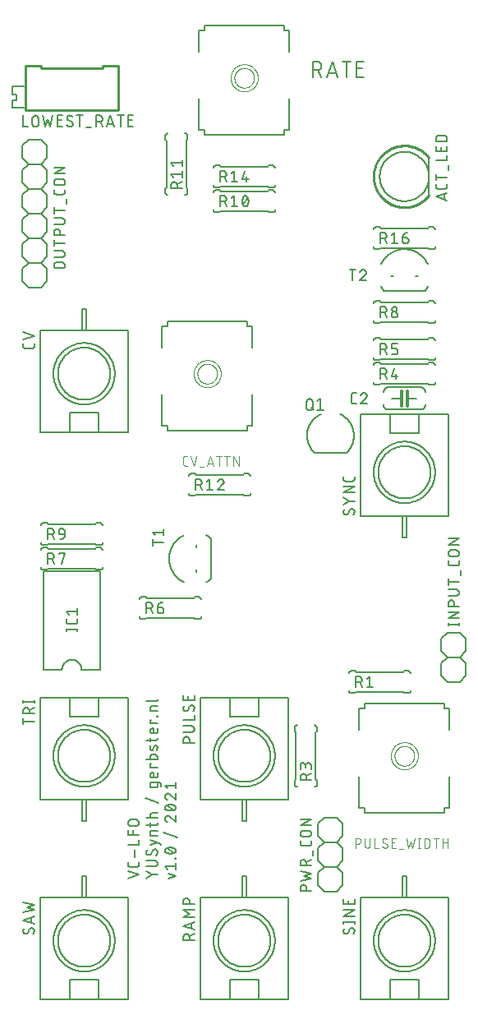
<source format=gbr>
G04 EAGLE Gerber RS-274X export*
G75*
%MOMM*%
%FSLAX34Y34*%
%LPD*%
%INSilkscreen Top*%
%IPPOS*%
%AMOC8*
5,1,8,0,0,1.08239X$1,22.5*%
G01*
%ADD10C,0.127000*%
%ADD11C,0.152400*%
%ADD12C,0.050800*%
%ADD13C,0.203200*%
%ADD14C,0.101600*%
%ADD15C,0.254000*%
%ADD16C,0.304800*%
%ADD17C,0.177800*%


D10*
X121285Y140335D02*
X132715Y144145D01*
X121285Y147955D01*
X132715Y154903D02*
X132715Y157443D01*
X132715Y154903D02*
X132713Y154803D01*
X132707Y154704D01*
X132697Y154604D01*
X132684Y154506D01*
X132666Y154407D01*
X132645Y154310D01*
X132620Y154214D01*
X132591Y154118D01*
X132558Y154024D01*
X132522Y153931D01*
X132482Y153840D01*
X132438Y153750D01*
X132391Y153662D01*
X132341Y153576D01*
X132287Y153492D01*
X132230Y153410D01*
X132170Y153331D01*
X132106Y153253D01*
X132040Y153179D01*
X131971Y153107D01*
X131899Y153038D01*
X131825Y152972D01*
X131747Y152908D01*
X131668Y152848D01*
X131586Y152791D01*
X131502Y152737D01*
X131416Y152687D01*
X131328Y152640D01*
X131238Y152596D01*
X131147Y152556D01*
X131054Y152520D01*
X130960Y152487D01*
X130864Y152458D01*
X130768Y152433D01*
X130671Y152412D01*
X130572Y152394D01*
X130474Y152381D01*
X130374Y152371D01*
X130275Y152365D01*
X130175Y152363D01*
X123825Y152363D01*
X123725Y152365D01*
X123626Y152371D01*
X123526Y152381D01*
X123428Y152394D01*
X123329Y152412D01*
X123232Y152433D01*
X123136Y152458D01*
X123040Y152487D01*
X122946Y152520D01*
X122853Y152556D01*
X122762Y152596D01*
X122672Y152640D01*
X122584Y152687D01*
X122498Y152737D01*
X122414Y152791D01*
X122332Y152848D01*
X122253Y152908D01*
X122175Y152972D01*
X122101Y153038D01*
X122029Y153107D01*
X121960Y153179D01*
X121894Y153253D01*
X121830Y153331D01*
X121770Y153410D01*
X121713Y153492D01*
X121659Y153576D01*
X121609Y153662D01*
X121562Y153750D01*
X121518Y153840D01*
X121478Y153931D01*
X121442Y154024D01*
X121409Y154118D01*
X121380Y154214D01*
X121355Y154310D01*
X121334Y154407D01*
X121316Y154506D01*
X121303Y154604D01*
X121293Y154704D01*
X121287Y154803D01*
X121285Y154903D01*
X121285Y157443D01*
X128270Y162052D02*
X128270Y169672D01*
X132715Y175285D02*
X121285Y175285D01*
X132715Y175285D02*
X132715Y180365D01*
X132715Y185191D02*
X121285Y185191D01*
X121285Y190271D01*
X126365Y190271D02*
X126365Y185191D01*
X124460Y194691D02*
X129540Y194691D01*
X124460Y194691D02*
X124349Y194693D01*
X124239Y194699D01*
X124128Y194708D01*
X124018Y194722D01*
X123909Y194739D01*
X123800Y194760D01*
X123692Y194785D01*
X123585Y194814D01*
X123479Y194846D01*
X123374Y194882D01*
X123271Y194922D01*
X123169Y194965D01*
X123068Y195012D01*
X122969Y195063D01*
X122873Y195116D01*
X122778Y195173D01*
X122685Y195234D01*
X122594Y195297D01*
X122505Y195364D01*
X122419Y195434D01*
X122336Y195507D01*
X122254Y195582D01*
X122176Y195660D01*
X122101Y195742D01*
X122028Y195825D01*
X121958Y195911D01*
X121891Y196000D01*
X121828Y196091D01*
X121767Y196184D01*
X121710Y196279D01*
X121657Y196375D01*
X121606Y196474D01*
X121559Y196575D01*
X121516Y196677D01*
X121476Y196780D01*
X121440Y196885D01*
X121408Y196991D01*
X121379Y197098D01*
X121354Y197206D01*
X121333Y197315D01*
X121316Y197424D01*
X121302Y197534D01*
X121293Y197645D01*
X121287Y197755D01*
X121285Y197866D01*
X121287Y197977D01*
X121293Y198087D01*
X121302Y198198D01*
X121316Y198308D01*
X121333Y198417D01*
X121354Y198526D01*
X121379Y198634D01*
X121408Y198741D01*
X121440Y198847D01*
X121476Y198952D01*
X121516Y199055D01*
X121559Y199157D01*
X121606Y199258D01*
X121657Y199357D01*
X121710Y199454D01*
X121767Y199548D01*
X121828Y199641D01*
X121891Y199732D01*
X121958Y199821D01*
X122028Y199907D01*
X122101Y199990D01*
X122176Y200072D01*
X122254Y200150D01*
X122336Y200225D01*
X122419Y200298D01*
X122505Y200368D01*
X122594Y200435D01*
X122685Y200498D01*
X122778Y200559D01*
X122873Y200616D01*
X122969Y200669D01*
X123068Y200720D01*
X123169Y200767D01*
X123271Y200810D01*
X123374Y200850D01*
X123479Y200886D01*
X123585Y200918D01*
X123692Y200947D01*
X123800Y200972D01*
X123909Y200993D01*
X124018Y201010D01*
X124128Y201024D01*
X124239Y201033D01*
X124349Y201039D01*
X124460Y201041D01*
X129540Y201041D01*
X129651Y201039D01*
X129761Y201033D01*
X129872Y201024D01*
X129982Y201010D01*
X130091Y200993D01*
X130200Y200972D01*
X130308Y200947D01*
X130415Y200918D01*
X130521Y200886D01*
X130626Y200850D01*
X130729Y200810D01*
X130831Y200767D01*
X130932Y200720D01*
X131031Y200669D01*
X131128Y200616D01*
X131222Y200559D01*
X131315Y200498D01*
X131406Y200435D01*
X131495Y200368D01*
X131581Y200298D01*
X131664Y200225D01*
X131746Y200150D01*
X131824Y200072D01*
X131899Y199990D01*
X131972Y199907D01*
X132042Y199821D01*
X132109Y199732D01*
X132172Y199641D01*
X132233Y199548D01*
X132290Y199453D01*
X132343Y199357D01*
X132394Y199258D01*
X132441Y199157D01*
X132484Y199055D01*
X132524Y198952D01*
X132560Y198847D01*
X132592Y198741D01*
X132621Y198634D01*
X132646Y198526D01*
X132667Y198417D01*
X132684Y198308D01*
X132698Y198198D01*
X132707Y198087D01*
X132713Y197977D01*
X132715Y197866D01*
X132713Y197755D01*
X132707Y197645D01*
X132698Y197534D01*
X132684Y197424D01*
X132667Y197315D01*
X132646Y197206D01*
X132621Y197098D01*
X132592Y196991D01*
X132560Y196885D01*
X132524Y196780D01*
X132484Y196677D01*
X132441Y196575D01*
X132394Y196474D01*
X132343Y196375D01*
X132290Y196278D01*
X132233Y196184D01*
X132172Y196091D01*
X132109Y196000D01*
X132042Y195911D01*
X131972Y195825D01*
X131899Y195742D01*
X131824Y195660D01*
X131746Y195582D01*
X131664Y195507D01*
X131581Y195434D01*
X131495Y195364D01*
X131406Y195297D01*
X131315Y195234D01*
X131222Y195173D01*
X131127Y195116D01*
X131031Y195063D01*
X130932Y195012D01*
X130831Y194965D01*
X130729Y194922D01*
X130626Y194882D01*
X130521Y194846D01*
X130415Y194814D01*
X130308Y194785D01*
X130200Y194760D01*
X130091Y194739D01*
X129982Y194722D01*
X129872Y194708D01*
X129761Y194699D01*
X129651Y194693D01*
X129540Y194691D01*
X145733Y144145D02*
X140335Y140335D01*
X145733Y144145D02*
X140335Y147955D01*
X145733Y144145D02*
X151765Y144145D01*
X148590Y152781D02*
X140335Y152781D01*
X148590Y152781D02*
X148701Y152783D01*
X148811Y152789D01*
X148922Y152798D01*
X149032Y152812D01*
X149141Y152829D01*
X149250Y152850D01*
X149358Y152875D01*
X149465Y152904D01*
X149571Y152936D01*
X149676Y152972D01*
X149779Y153012D01*
X149881Y153055D01*
X149982Y153102D01*
X150081Y153153D01*
X150177Y153206D01*
X150272Y153263D01*
X150365Y153324D01*
X150456Y153387D01*
X150545Y153454D01*
X150631Y153524D01*
X150714Y153597D01*
X150796Y153672D01*
X150874Y153750D01*
X150949Y153832D01*
X151022Y153915D01*
X151092Y154001D01*
X151159Y154090D01*
X151222Y154181D01*
X151283Y154274D01*
X151340Y154368D01*
X151393Y154465D01*
X151444Y154564D01*
X151491Y154665D01*
X151534Y154767D01*
X151574Y154870D01*
X151610Y154975D01*
X151642Y155081D01*
X151671Y155188D01*
X151696Y155296D01*
X151717Y155405D01*
X151734Y155514D01*
X151748Y155624D01*
X151757Y155735D01*
X151763Y155845D01*
X151765Y155956D01*
X151763Y156067D01*
X151757Y156177D01*
X151748Y156288D01*
X151734Y156398D01*
X151717Y156507D01*
X151696Y156616D01*
X151671Y156724D01*
X151642Y156831D01*
X151610Y156937D01*
X151574Y157042D01*
X151534Y157145D01*
X151491Y157247D01*
X151444Y157348D01*
X151393Y157447D01*
X151340Y157543D01*
X151283Y157638D01*
X151222Y157731D01*
X151159Y157822D01*
X151092Y157911D01*
X151022Y157997D01*
X150949Y158080D01*
X150874Y158162D01*
X150796Y158240D01*
X150714Y158315D01*
X150631Y158388D01*
X150545Y158458D01*
X150456Y158525D01*
X150365Y158588D01*
X150272Y158649D01*
X150178Y158706D01*
X150081Y158759D01*
X149982Y158810D01*
X149881Y158857D01*
X149779Y158900D01*
X149676Y158940D01*
X149571Y158976D01*
X149465Y159008D01*
X149358Y159037D01*
X149250Y159062D01*
X149141Y159083D01*
X149032Y159100D01*
X148922Y159114D01*
X148811Y159123D01*
X148701Y159129D01*
X148590Y159131D01*
X140335Y159131D01*
X151765Y168021D02*
X151763Y168121D01*
X151757Y168220D01*
X151747Y168320D01*
X151734Y168418D01*
X151716Y168517D01*
X151695Y168614D01*
X151670Y168710D01*
X151641Y168806D01*
X151608Y168900D01*
X151572Y168993D01*
X151532Y169084D01*
X151488Y169174D01*
X151441Y169262D01*
X151391Y169348D01*
X151337Y169432D01*
X151280Y169514D01*
X151220Y169593D01*
X151156Y169671D01*
X151090Y169745D01*
X151021Y169817D01*
X150949Y169886D01*
X150875Y169952D01*
X150797Y170016D01*
X150718Y170076D01*
X150636Y170133D01*
X150552Y170187D01*
X150466Y170237D01*
X150378Y170284D01*
X150288Y170328D01*
X150197Y170368D01*
X150104Y170404D01*
X150010Y170437D01*
X149914Y170466D01*
X149818Y170491D01*
X149721Y170512D01*
X149622Y170530D01*
X149524Y170543D01*
X149424Y170553D01*
X149325Y170559D01*
X149225Y170561D01*
X151765Y168021D02*
X151763Y167880D01*
X151758Y167739D01*
X151748Y167598D01*
X151735Y167457D01*
X151719Y167317D01*
X151698Y167177D01*
X151674Y167038D01*
X151646Y166899D01*
X151615Y166762D01*
X151580Y166625D01*
X151542Y166489D01*
X151500Y166354D01*
X151454Y166221D01*
X151405Y166088D01*
X151352Y165957D01*
X151296Y165828D01*
X151237Y165699D01*
X151174Y165573D01*
X151108Y165448D01*
X151039Y165325D01*
X150966Y165204D01*
X150890Y165085D01*
X150811Y164967D01*
X150730Y164852D01*
X150645Y164740D01*
X150557Y164629D01*
X150466Y164521D01*
X150373Y164415D01*
X150276Y164312D01*
X150177Y164211D01*
X142875Y164529D02*
X142775Y164531D01*
X142676Y164537D01*
X142576Y164547D01*
X142478Y164560D01*
X142379Y164578D01*
X142282Y164599D01*
X142186Y164624D01*
X142090Y164653D01*
X141996Y164686D01*
X141903Y164722D01*
X141812Y164762D01*
X141722Y164806D01*
X141634Y164853D01*
X141548Y164903D01*
X141464Y164957D01*
X141382Y165014D01*
X141303Y165074D01*
X141225Y165138D01*
X141151Y165204D01*
X141079Y165273D01*
X141010Y165345D01*
X140944Y165419D01*
X140880Y165497D01*
X140820Y165576D01*
X140763Y165658D01*
X140709Y165742D01*
X140659Y165828D01*
X140612Y165916D01*
X140568Y166006D01*
X140528Y166097D01*
X140492Y166190D01*
X140459Y166284D01*
X140430Y166380D01*
X140405Y166476D01*
X140384Y166573D01*
X140366Y166672D01*
X140353Y166770D01*
X140343Y166870D01*
X140337Y166969D01*
X140335Y167069D01*
X140337Y167202D01*
X140342Y167335D01*
X140352Y167468D01*
X140365Y167601D01*
X140382Y167733D01*
X140402Y167865D01*
X140426Y167996D01*
X140454Y168126D01*
X140485Y168256D01*
X140520Y168384D01*
X140559Y168512D01*
X140601Y168638D01*
X140647Y168763D01*
X140696Y168887D01*
X140748Y169010D01*
X140804Y169131D01*
X140864Y169250D01*
X140926Y169368D01*
X140992Y169483D01*
X141061Y169597D01*
X141134Y169709D01*
X141209Y169819D01*
X141288Y169927D01*
X145098Y165798D02*
X145046Y165714D01*
X144991Y165631D01*
X144932Y165551D01*
X144871Y165473D01*
X144807Y165398D01*
X144739Y165325D01*
X144669Y165254D01*
X144597Y165187D01*
X144522Y165122D01*
X144444Y165060D01*
X144364Y165001D01*
X144282Y164945D01*
X144198Y164893D01*
X144112Y164844D01*
X144024Y164798D01*
X143934Y164755D01*
X143843Y164716D01*
X143750Y164681D01*
X143656Y164649D01*
X143561Y164621D01*
X143465Y164596D01*
X143368Y164576D01*
X143270Y164558D01*
X143172Y164545D01*
X143073Y164536D01*
X142974Y164530D01*
X142875Y164528D01*
X147002Y169291D02*
X147054Y169375D01*
X147109Y169458D01*
X147168Y169538D01*
X147229Y169616D01*
X147293Y169691D01*
X147361Y169764D01*
X147431Y169835D01*
X147503Y169902D01*
X147578Y169967D01*
X147656Y170029D01*
X147736Y170088D01*
X147818Y170144D01*
X147902Y170196D01*
X147988Y170245D01*
X148076Y170291D01*
X148166Y170334D01*
X148257Y170373D01*
X148350Y170408D01*
X148444Y170440D01*
X148539Y170468D01*
X148635Y170493D01*
X148732Y170513D01*
X148830Y170531D01*
X148928Y170544D01*
X149027Y170553D01*
X149126Y170559D01*
X149225Y170561D01*
X147003Y169291D02*
X145098Y165799D01*
X155575Y174752D02*
X155575Y176022D01*
X144145Y179832D01*
X144145Y174752D02*
X151765Y177292D01*
X151765Y184658D02*
X144145Y184658D01*
X144145Y187833D01*
X144147Y187918D01*
X144153Y188004D01*
X144162Y188089D01*
X144176Y188173D01*
X144193Y188257D01*
X144214Y188340D01*
X144238Y188422D01*
X144266Y188502D01*
X144298Y188582D01*
X144334Y188660D01*
X144372Y188736D01*
X144415Y188810D01*
X144460Y188882D01*
X144509Y188953D01*
X144561Y189021D01*
X144615Y189086D01*
X144673Y189149D01*
X144734Y189210D01*
X144797Y189268D01*
X144862Y189322D01*
X144930Y189374D01*
X145001Y189423D01*
X145073Y189468D01*
X145147Y189511D01*
X145223Y189549D01*
X145301Y189585D01*
X145381Y189617D01*
X145461Y189645D01*
X145543Y189669D01*
X145626Y189690D01*
X145710Y189707D01*
X145794Y189721D01*
X145879Y189730D01*
X145965Y189736D01*
X146050Y189738D01*
X151765Y189738D01*
X144145Y193952D02*
X144145Y197762D01*
X140335Y195222D02*
X149860Y195222D01*
X149945Y195224D01*
X150031Y195230D01*
X150116Y195239D01*
X150200Y195253D01*
X150284Y195270D01*
X150367Y195291D01*
X150449Y195315D01*
X150529Y195343D01*
X150609Y195375D01*
X150687Y195411D01*
X150763Y195449D01*
X150837Y195492D01*
X150909Y195537D01*
X150980Y195586D01*
X151048Y195638D01*
X151113Y195692D01*
X151176Y195750D01*
X151237Y195811D01*
X151295Y195874D01*
X151349Y195939D01*
X151401Y196007D01*
X151450Y196078D01*
X151495Y196150D01*
X151538Y196224D01*
X151576Y196300D01*
X151612Y196378D01*
X151644Y196458D01*
X151672Y196538D01*
X151696Y196620D01*
X151717Y196703D01*
X151734Y196787D01*
X151748Y196871D01*
X151757Y196956D01*
X151763Y197042D01*
X151765Y197127D01*
X151765Y197762D01*
X151765Y202565D02*
X140335Y202565D01*
X144145Y202565D02*
X144145Y205740D01*
X144147Y205825D01*
X144153Y205911D01*
X144162Y205996D01*
X144176Y206080D01*
X144193Y206164D01*
X144214Y206247D01*
X144238Y206329D01*
X144266Y206409D01*
X144298Y206489D01*
X144334Y206567D01*
X144372Y206643D01*
X144415Y206717D01*
X144460Y206789D01*
X144509Y206860D01*
X144561Y206928D01*
X144615Y206993D01*
X144673Y207056D01*
X144734Y207117D01*
X144797Y207175D01*
X144862Y207229D01*
X144930Y207281D01*
X145001Y207330D01*
X145073Y207375D01*
X145147Y207418D01*
X145223Y207456D01*
X145301Y207492D01*
X145381Y207524D01*
X145461Y207552D01*
X145543Y207576D01*
X145626Y207597D01*
X145710Y207614D01*
X145794Y207628D01*
X145879Y207637D01*
X145965Y207643D01*
X146050Y207645D01*
X151765Y207645D01*
X153035Y218567D02*
X139065Y223647D01*
X151765Y236027D02*
X151765Y239202D01*
X151765Y236027D02*
X151763Y235942D01*
X151757Y235856D01*
X151748Y235771D01*
X151734Y235687D01*
X151717Y235603D01*
X151696Y235520D01*
X151672Y235438D01*
X151644Y235358D01*
X151612Y235278D01*
X151576Y235200D01*
X151538Y235124D01*
X151495Y235050D01*
X151450Y234978D01*
X151401Y234907D01*
X151349Y234839D01*
X151295Y234774D01*
X151237Y234711D01*
X151176Y234650D01*
X151113Y234592D01*
X151048Y234538D01*
X150980Y234486D01*
X150909Y234437D01*
X150837Y234392D01*
X150763Y234349D01*
X150687Y234311D01*
X150609Y234275D01*
X150529Y234243D01*
X150449Y234215D01*
X150367Y234191D01*
X150284Y234170D01*
X150200Y234153D01*
X150116Y234139D01*
X150031Y234130D01*
X149945Y234124D01*
X149860Y234122D01*
X146050Y234122D01*
X145965Y234124D01*
X145879Y234130D01*
X145794Y234139D01*
X145710Y234153D01*
X145626Y234170D01*
X145543Y234191D01*
X145461Y234215D01*
X145381Y234243D01*
X145301Y234275D01*
X145223Y234311D01*
X145147Y234349D01*
X145073Y234392D01*
X145001Y234437D01*
X144930Y234486D01*
X144862Y234538D01*
X144797Y234592D01*
X144734Y234650D01*
X144673Y234711D01*
X144615Y234774D01*
X144561Y234839D01*
X144509Y234907D01*
X144460Y234978D01*
X144415Y235050D01*
X144372Y235124D01*
X144334Y235200D01*
X144298Y235278D01*
X144266Y235358D01*
X144238Y235438D01*
X144214Y235520D01*
X144193Y235603D01*
X144176Y235687D01*
X144162Y235771D01*
X144153Y235856D01*
X144147Y235942D01*
X144145Y236027D01*
X144145Y239202D01*
X153670Y239202D01*
X153755Y239200D01*
X153841Y239194D01*
X153926Y239185D01*
X154010Y239171D01*
X154094Y239154D01*
X154177Y239133D01*
X154259Y239109D01*
X154339Y239081D01*
X154419Y239049D01*
X154497Y239013D01*
X154573Y238975D01*
X154647Y238932D01*
X154719Y238887D01*
X154790Y238838D01*
X154858Y238786D01*
X154923Y238732D01*
X154986Y238674D01*
X155047Y238613D01*
X155105Y238550D01*
X155159Y238485D01*
X155211Y238417D01*
X155260Y238346D01*
X155305Y238274D01*
X155348Y238200D01*
X155386Y238124D01*
X155422Y238046D01*
X155454Y237966D01*
X155482Y237886D01*
X155506Y237804D01*
X155527Y237721D01*
X155544Y237637D01*
X155558Y237553D01*
X155567Y237468D01*
X155573Y237382D01*
X155575Y237297D01*
X155575Y234757D01*
X151765Y246380D02*
X151765Y249555D01*
X151765Y246380D02*
X151763Y246295D01*
X151757Y246209D01*
X151748Y246124D01*
X151734Y246040D01*
X151717Y245956D01*
X151696Y245873D01*
X151672Y245791D01*
X151644Y245711D01*
X151612Y245631D01*
X151576Y245553D01*
X151538Y245477D01*
X151495Y245403D01*
X151450Y245331D01*
X151401Y245260D01*
X151349Y245192D01*
X151295Y245127D01*
X151237Y245064D01*
X151176Y245003D01*
X151113Y244945D01*
X151048Y244891D01*
X150980Y244839D01*
X150909Y244790D01*
X150837Y244745D01*
X150763Y244702D01*
X150687Y244664D01*
X150609Y244628D01*
X150529Y244596D01*
X150449Y244568D01*
X150367Y244544D01*
X150284Y244523D01*
X150200Y244506D01*
X150116Y244492D01*
X150031Y244483D01*
X149945Y244477D01*
X149860Y244475D01*
X146685Y244475D01*
X146585Y244477D01*
X146486Y244483D01*
X146386Y244493D01*
X146288Y244506D01*
X146189Y244524D01*
X146092Y244545D01*
X145996Y244570D01*
X145900Y244599D01*
X145806Y244632D01*
X145713Y244668D01*
X145622Y244708D01*
X145532Y244752D01*
X145444Y244799D01*
X145358Y244849D01*
X145274Y244903D01*
X145192Y244960D01*
X145113Y245020D01*
X145035Y245084D01*
X144961Y245150D01*
X144889Y245219D01*
X144820Y245291D01*
X144754Y245365D01*
X144690Y245443D01*
X144630Y245522D01*
X144573Y245604D01*
X144519Y245688D01*
X144469Y245774D01*
X144422Y245862D01*
X144378Y245952D01*
X144338Y246043D01*
X144302Y246136D01*
X144269Y246230D01*
X144240Y246326D01*
X144215Y246422D01*
X144194Y246519D01*
X144176Y246618D01*
X144163Y246716D01*
X144153Y246816D01*
X144147Y246915D01*
X144145Y247015D01*
X144147Y247115D01*
X144153Y247214D01*
X144163Y247314D01*
X144176Y247412D01*
X144194Y247511D01*
X144215Y247608D01*
X144240Y247704D01*
X144269Y247800D01*
X144302Y247894D01*
X144338Y247987D01*
X144378Y248078D01*
X144422Y248168D01*
X144469Y248256D01*
X144519Y248342D01*
X144573Y248426D01*
X144630Y248508D01*
X144690Y248587D01*
X144754Y248665D01*
X144820Y248739D01*
X144889Y248811D01*
X144961Y248880D01*
X145035Y248946D01*
X145113Y249010D01*
X145192Y249070D01*
X145274Y249127D01*
X145358Y249181D01*
X145444Y249231D01*
X145532Y249278D01*
X145622Y249322D01*
X145713Y249362D01*
X145806Y249398D01*
X145900Y249431D01*
X145996Y249460D01*
X146092Y249485D01*
X146189Y249506D01*
X146288Y249524D01*
X146386Y249537D01*
X146486Y249547D01*
X146585Y249553D01*
X146685Y249555D01*
X147955Y249555D01*
X147955Y244475D01*
X151765Y254837D02*
X144145Y254837D01*
X144145Y258647D01*
X145415Y258647D01*
X140335Y262829D02*
X151765Y262829D01*
X151765Y266004D01*
X151763Y266089D01*
X151757Y266175D01*
X151748Y266260D01*
X151734Y266344D01*
X151717Y266428D01*
X151696Y266511D01*
X151672Y266593D01*
X151644Y266673D01*
X151612Y266753D01*
X151576Y266831D01*
X151538Y266907D01*
X151495Y266981D01*
X151450Y267053D01*
X151401Y267124D01*
X151349Y267192D01*
X151295Y267257D01*
X151237Y267320D01*
X151176Y267381D01*
X151113Y267439D01*
X151048Y267493D01*
X150980Y267545D01*
X150909Y267594D01*
X150837Y267639D01*
X150763Y267682D01*
X150687Y267720D01*
X150609Y267756D01*
X150529Y267788D01*
X150449Y267816D01*
X150367Y267840D01*
X150284Y267861D01*
X150200Y267878D01*
X150116Y267892D01*
X150031Y267901D01*
X149945Y267907D01*
X149860Y267909D01*
X146050Y267909D01*
X145965Y267907D01*
X145879Y267901D01*
X145794Y267892D01*
X145710Y267878D01*
X145626Y267861D01*
X145543Y267840D01*
X145461Y267816D01*
X145381Y267788D01*
X145301Y267756D01*
X145223Y267720D01*
X145147Y267682D01*
X145073Y267639D01*
X145001Y267594D01*
X144930Y267545D01*
X144862Y267493D01*
X144797Y267439D01*
X144734Y267381D01*
X144673Y267320D01*
X144615Y267257D01*
X144561Y267192D01*
X144509Y267124D01*
X144460Y267053D01*
X144415Y266981D01*
X144372Y266907D01*
X144334Y266831D01*
X144298Y266753D01*
X144266Y266673D01*
X144238Y266593D01*
X144214Y266511D01*
X144193Y266428D01*
X144176Y266344D01*
X144162Y266260D01*
X144153Y266175D01*
X144147Y266089D01*
X144145Y266004D01*
X144145Y262829D01*
X147320Y273621D02*
X148590Y276796D01*
X147319Y273622D02*
X147288Y273548D01*
X147253Y273476D01*
X147214Y273406D01*
X147172Y273337D01*
X147127Y273271D01*
X147078Y273207D01*
X147027Y273146D01*
X146973Y273087D01*
X146915Y273031D01*
X146856Y272978D01*
X146793Y272927D01*
X146729Y272880D01*
X146662Y272836D01*
X146593Y272795D01*
X146522Y272758D01*
X146449Y272724D01*
X146375Y272694D01*
X146299Y272667D01*
X146222Y272645D01*
X146145Y272625D01*
X146066Y272610D01*
X145987Y272599D01*
X145907Y272591D01*
X145827Y272587D01*
X145747Y272588D01*
X145667Y272592D01*
X145587Y272600D01*
X145508Y272612D01*
X145429Y272627D01*
X145351Y272647D01*
X145275Y272670D01*
X145199Y272697D01*
X145125Y272728D01*
X145053Y272762D01*
X144982Y272800D01*
X144913Y272841D01*
X144846Y272885D01*
X144782Y272933D01*
X144720Y272983D01*
X144660Y273037D01*
X144603Y273093D01*
X144549Y273153D01*
X144498Y273214D01*
X144450Y273278D01*
X144405Y273345D01*
X144364Y273413D01*
X144325Y273484D01*
X144291Y273556D01*
X144260Y273630D01*
X144232Y273705D01*
X144208Y273782D01*
X144188Y273859D01*
X144172Y273938D01*
X144159Y274017D01*
X144151Y274096D01*
X144146Y274176D01*
X144145Y274257D01*
X144146Y274256D02*
X144150Y274429D01*
X144159Y274603D01*
X144172Y274775D01*
X144189Y274948D01*
X144210Y275120D01*
X144235Y275292D01*
X144265Y275462D01*
X144298Y275633D01*
X144336Y275802D01*
X144378Y275970D01*
X144423Y276137D01*
X144473Y276303D01*
X144527Y276468D01*
X144584Y276632D01*
X144646Y276794D01*
X144711Y276954D01*
X144781Y277113D01*
X148591Y276796D02*
X148622Y276870D01*
X148657Y276942D01*
X148696Y277012D01*
X148738Y277081D01*
X148783Y277147D01*
X148832Y277211D01*
X148883Y277272D01*
X148937Y277331D01*
X148995Y277387D01*
X149054Y277440D01*
X149117Y277491D01*
X149181Y277538D01*
X149248Y277582D01*
X149317Y277623D01*
X149388Y277660D01*
X149461Y277694D01*
X149535Y277724D01*
X149611Y277751D01*
X149688Y277773D01*
X149765Y277793D01*
X149844Y277808D01*
X149923Y277819D01*
X150003Y277827D01*
X150083Y277831D01*
X150163Y277830D01*
X150243Y277826D01*
X150323Y277818D01*
X150402Y277806D01*
X150481Y277791D01*
X150559Y277771D01*
X150635Y277748D01*
X150711Y277721D01*
X150785Y277690D01*
X150857Y277656D01*
X150928Y277618D01*
X150997Y277577D01*
X151064Y277533D01*
X151128Y277485D01*
X151190Y277435D01*
X151250Y277381D01*
X151307Y277325D01*
X151361Y277265D01*
X151412Y277204D01*
X151460Y277140D01*
X151505Y277073D01*
X151546Y277005D01*
X151585Y276934D01*
X151619Y276862D01*
X151650Y276788D01*
X151678Y276713D01*
X151702Y276636D01*
X151722Y276559D01*
X151738Y276480D01*
X151751Y276401D01*
X151759Y276322D01*
X151764Y276242D01*
X151765Y276161D01*
X151766Y276161D02*
X151759Y275906D01*
X151747Y275652D01*
X151728Y275398D01*
X151703Y275144D01*
X151673Y274892D01*
X151636Y274640D01*
X151593Y274388D01*
X151545Y274138D01*
X151490Y273890D01*
X151430Y273642D01*
X151364Y273396D01*
X151292Y273152D01*
X151214Y272909D01*
X151131Y272668D01*
X144145Y281582D02*
X144145Y285392D01*
X140335Y282852D02*
X149860Y282852D01*
X149945Y282854D01*
X150031Y282860D01*
X150116Y282869D01*
X150200Y282883D01*
X150284Y282900D01*
X150367Y282921D01*
X150449Y282945D01*
X150529Y282973D01*
X150609Y283005D01*
X150687Y283041D01*
X150763Y283079D01*
X150837Y283122D01*
X150909Y283167D01*
X150980Y283216D01*
X151048Y283268D01*
X151113Y283322D01*
X151176Y283380D01*
X151237Y283441D01*
X151295Y283504D01*
X151349Y283569D01*
X151401Y283637D01*
X151450Y283708D01*
X151495Y283780D01*
X151538Y283854D01*
X151576Y283930D01*
X151612Y284008D01*
X151644Y284088D01*
X151672Y284168D01*
X151696Y284250D01*
X151717Y284333D01*
X151734Y284417D01*
X151748Y284501D01*
X151757Y284586D01*
X151763Y284672D01*
X151765Y284757D01*
X151765Y285392D01*
X151765Y291719D02*
X151765Y294894D01*
X151765Y291719D02*
X151763Y291634D01*
X151757Y291548D01*
X151748Y291463D01*
X151734Y291379D01*
X151717Y291295D01*
X151696Y291212D01*
X151672Y291130D01*
X151644Y291050D01*
X151612Y290970D01*
X151576Y290892D01*
X151538Y290816D01*
X151495Y290742D01*
X151450Y290670D01*
X151401Y290599D01*
X151349Y290531D01*
X151295Y290466D01*
X151237Y290403D01*
X151176Y290342D01*
X151113Y290284D01*
X151048Y290230D01*
X150980Y290178D01*
X150909Y290129D01*
X150837Y290084D01*
X150763Y290041D01*
X150687Y290003D01*
X150609Y289967D01*
X150529Y289935D01*
X150449Y289907D01*
X150367Y289883D01*
X150284Y289862D01*
X150200Y289845D01*
X150116Y289831D01*
X150031Y289822D01*
X149945Y289816D01*
X149860Y289814D01*
X146685Y289814D01*
X146585Y289816D01*
X146486Y289822D01*
X146386Y289832D01*
X146288Y289845D01*
X146189Y289863D01*
X146092Y289884D01*
X145996Y289909D01*
X145900Y289938D01*
X145806Y289971D01*
X145713Y290007D01*
X145622Y290047D01*
X145532Y290091D01*
X145444Y290138D01*
X145358Y290188D01*
X145274Y290242D01*
X145192Y290299D01*
X145113Y290359D01*
X145035Y290423D01*
X144961Y290489D01*
X144889Y290558D01*
X144820Y290630D01*
X144754Y290704D01*
X144690Y290782D01*
X144630Y290861D01*
X144573Y290943D01*
X144519Y291027D01*
X144469Y291113D01*
X144422Y291201D01*
X144378Y291291D01*
X144338Y291382D01*
X144302Y291475D01*
X144269Y291569D01*
X144240Y291665D01*
X144215Y291761D01*
X144194Y291858D01*
X144176Y291957D01*
X144163Y292055D01*
X144153Y292155D01*
X144147Y292254D01*
X144145Y292354D01*
X144147Y292454D01*
X144153Y292553D01*
X144163Y292653D01*
X144176Y292751D01*
X144194Y292850D01*
X144215Y292947D01*
X144240Y293043D01*
X144269Y293139D01*
X144302Y293233D01*
X144338Y293326D01*
X144378Y293417D01*
X144422Y293507D01*
X144469Y293595D01*
X144519Y293681D01*
X144573Y293765D01*
X144630Y293847D01*
X144690Y293926D01*
X144754Y294004D01*
X144820Y294078D01*
X144889Y294150D01*
X144961Y294219D01*
X145035Y294285D01*
X145113Y294349D01*
X145192Y294409D01*
X145274Y294466D01*
X145358Y294520D01*
X145444Y294570D01*
X145532Y294617D01*
X145622Y294661D01*
X145713Y294701D01*
X145806Y294737D01*
X145900Y294770D01*
X145996Y294799D01*
X146092Y294824D01*
X146189Y294845D01*
X146288Y294863D01*
X146386Y294876D01*
X146486Y294886D01*
X146585Y294892D01*
X146685Y294894D01*
X147955Y294894D01*
X147955Y289814D01*
X151765Y300176D02*
X144145Y300176D01*
X144145Y303986D01*
X145415Y303986D01*
X151130Y307276D02*
X151765Y307276D01*
X151130Y307276D02*
X151130Y307911D01*
X151765Y307911D01*
X151765Y307276D01*
X151765Y312674D02*
X144145Y312674D01*
X144145Y315849D01*
X144147Y315934D01*
X144153Y316020D01*
X144162Y316105D01*
X144176Y316189D01*
X144193Y316273D01*
X144214Y316356D01*
X144238Y316438D01*
X144266Y316518D01*
X144298Y316598D01*
X144334Y316676D01*
X144372Y316752D01*
X144415Y316826D01*
X144460Y316898D01*
X144509Y316969D01*
X144561Y317037D01*
X144615Y317102D01*
X144673Y317165D01*
X144734Y317226D01*
X144797Y317284D01*
X144862Y317338D01*
X144930Y317390D01*
X145001Y317439D01*
X145073Y317484D01*
X145147Y317527D01*
X145223Y317565D01*
X145301Y317601D01*
X145381Y317633D01*
X145461Y317661D01*
X145543Y317685D01*
X145626Y317706D01*
X145710Y317723D01*
X145794Y317737D01*
X145879Y317746D01*
X145965Y317752D01*
X146050Y317754D01*
X151765Y317754D01*
X149860Y323081D02*
X140335Y323081D01*
X149860Y323081D02*
X149945Y323083D01*
X150031Y323089D01*
X150116Y323098D01*
X150200Y323112D01*
X150284Y323129D01*
X150367Y323150D01*
X150449Y323174D01*
X150529Y323202D01*
X150609Y323234D01*
X150687Y323270D01*
X150763Y323308D01*
X150837Y323351D01*
X150909Y323396D01*
X150980Y323445D01*
X151048Y323497D01*
X151113Y323551D01*
X151176Y323609D01*
X151237Y323670D01*
X151295Y323733D01*
X151349Y323798D01*
X151401Y323866D01*
X151450Y323937D01*
X151495Y324009D01*
X151538Y324083D01*
X151576Y324159D01*
X151612Y324237D01*
X151644Y324317D01*
X151672Y324397D01*
X151696Y324479D01*
X151717Y324562D01*
X151734Y324646D01*
X151748Y324730D01*
X151757Y324815D01*
X151763Y324901D01*
X151765Y324986D01*
X170815Y142875D02*
X163195Y140335D01*
X163195Y145415D02*
X170815Y142875D01*
X161925Y149987D02*
X159385Y153162D01*
X170815Y153162D01*
X170815Y149987D02*
X170815Y156337D01*
X170815Y160846D02*
X170180Y160846D01*
X170180Y161481D01*
X170815Y161481D01*
X170815Y160846D01*
X165100Y165989D02*
X164875Y165992D01*
X164650Y166000D01*
X164426Y166013D01*
X164202Y166032D01*
X163978Y166056D01*
X163755Y166085D01*
X163533Y166120D01*
X163312Y166160D01*
X163092Y166206D01*
X162873Y166256D01*
X162655Y166312D01*
X162438Y166373D01*
X162223Y166439D01*
X162010Y166510D01*
X161799Y166587D01*
X161589Y166668D01*
X161381Y166754D01*
X161176Y166845D01*
X160973Y166941D01*
X160885Y166973D01*
X160798Y167009D01*
X160712Y167048D01*
X160628Y167091D01*
X160546Y167137D01*
X160466Y167186D01*
X160388Y167238D01*
X160312Y167294D01*
X160238Y167352D01*
X160167Y167414D01*
X160098Y167478D01*
X160032Y167545D01*
X159969Y167614D01*
X159908Y167686D01*
X159850Y167760D01*
X159796Y167837D01*
X159744Y167915D01*
X159696Y167996D01*
X159651Y168078D01*
X159609Y168163D01*
X159571Y168249D01*
X159536Y168336D01*
X159504Y168424D01*
X159477Y168514D01*
X159452Y168605D01*
X159432Y168697D01*
X159415Y168789D01*
X159402Y168883D01*
X159393Y168976D01*
X159387Y169070D01*
X159385Y169164D01*
X159387Y169258D01*
X159393Y169352D01*
X159402Y169445D01*
X159415Y169539D01*
X159432Y169631D01*
X159452Y169723D01*
X159477Y169814D01*
X159504Y169904D01*
X159536Y169992D01*
X159571Y170079D01*
X159609Y170165D01*
X159651Y170250D01*
X159696Y170332D01*
X159744Y170413D01*
X159796Y170491D01*
X159850Y170568D01*
X159908Y170642D01*
X159969Y170714D01*
X160032Y170783D01*
X160098Y170850D01*
X160167Y170914D01*
X160238Y170976D01*
X160312Y171034D01*
X160388Y171090D01*
X160466Y171142D01*
X160546Y171191D01*
X160628Y171237D01*
X160712Y171280D01*
X160798Y171319D01*
X160885Y171355D01*
X160973Y171387D01*
X161176Y171483D01*
X161381Y171574D01*
X161589Y171660D01*
X161799Y171741D01*
X162010Y171818D01*
X162223Y171889D01*
X162438Y171955D01*
X162655Y172016D01*
X162873Y172072D01*
X163092Y172122D01*
X163312Y172168D01*
X163533Y172208D01*
X163755Y172243D01*
X163978Y172272D01*
X164202Y172296D01*
X164426Y172315D01*
X164650Y172328D01*
X164875Y172336D01*
X165100Y172339D01*
X165100Y165989D02*
X165325Y165992D01*
X165550Y166000D01*
X165774Y166013D01*
X165998Y166032D01*
X166222Y166056D01*
X166445Y166085D01*
X166667Y166120D01*
X166888Y166160D01*
X167108Y166206D01*
X167327Y166256D01*
X167545Y166312D01*
X167762Y166373D01*
X167977Y166439D01*
X168190Y166510D01*
X168401Y166587D01*
X168611Y166668D01*
X168819Y166754D01*
X169024Y166845D01*
X169227Y166941D01*
X169228Y166941D02*
X169316Y166973D01*
X169403Y167009D01*
X169489Y167048D01*
X169573Y167091D01*
X169655Y167137D01*
X169735Y167186D01*
X169813Y167238D01*
X169889Y167294D01*
X169963Y167352D01*
X170034Y167414D01*
X170103Y167478D01*
X170169Y167545D01*
X170232Y167614D01*
X170293Y167686D01*
X170351Y167760D01*
X170405Y167837D01*
X170457Y167915D01*
X170505Y167996D01*
X170550Y168078D01*
X170592Y168163D01*
X170630Y168249D01*
X170665Y168336D01*
X170697Y168424D01*
X170724Y168514D01*
X170749Y168605D01*
X170769Y168697D01*
X170786Y168789D01*
X170799Y168883D01*
X170808Y168976D01*
X170814Y169070D01*
X170816Y169164D01*
X169227Y171387D02*
X169024Y171483D01*
X168819Y171574D01*
X168611Y171660D01*
X168401Y171741D01*
X168190Y171818D01*
X167977Y171889D01*
X167762Y171955D01*
X167545Y172016D01*
X167327Y172072D01*
X167108Y172122D01*
X166888Y172168D01*
X166667Y172208D01*
X166445Y172243D01*
X166222Y172272D01*
X165998Y172296D01*
X165774Y172315D01*
X165550Y172328D01*
X165325Y172336D01*
X165100Y172339D01*
X169228Y171387D02*
X169316Y171355D01*
X169403Y171319D01*
X169489Y171280D01*
X169573Y171237D01*
X169655Y171191D01*
X169735Y171142D01*
X169813Y171090D01*
X169889Y171034D01*
X169963Y170976D01*
X170034Y170914D01*
X170103Y170850D01*
X170169Y170783D01*
X170232Y170714D01*
X170293Y170642D01*
X170351Y170568D01*
X170405Y170491D01*
X170457Y170413D01*
X170505Y170332D01*
X170550Y170250D01*
X170592Y170165D01*
X170630Y170079D01*
X170665Y169992D01*
X170697Y169904D01*
X170724Y169814D01*
X170749Y169723D01*
X170769Y169631D01*
X170786Y169539D01*
X170799Y169445D01*
X170808Y169352D01*
X170814Y169258D01*
X170816Y169164D01*
X168275Y166624D02*
X161925Y171704D01*
X172085Y183007D02*
X158115Y188087D01*
X159385Y202248D02*
X159387Y202352D01*
X159393Y202457D01*
X159402Y202561D01*
X159415Y202664D01*
X159433Y202767D01*
X159453Y202869D01*
X159478Y202971D01*
X159506Y203071D01*
X159538Y203171D01*
X159574Y203269D01*
X159613Y203366D01*
X159655Y203461D01*
X159701Y203555D01*
X159751Y203647D01*
X159803Y203737D01*
X159859Y203825D01*
X159919Y203911D01*
X159981Y203995D01*
X160046Y204076D01*
X160114Y204155D01*
X160186Y204232D01*
X160259Y204305D01*
X160336Y204377D01*
X160415Y204445D01*
X160496Y204510D01*
X160580Y204572D01*
X160666Y204632D01*
X160754Y204688D01*
X160844Y204740D01*
X160936Y204790D01*
X161030Y204836D01*
X161125Y204878D01*
X161222Y204917D01*
X161320Y204953D01*
X161420Y204985D01*
X161520Y205013D01*
X161622Y205038D01*
X161724Y205058D01*
X161827Y205076D01*
X161930Y205089D01*
X162034Y205098D01*
X162139Y205104D01*
X162243Y205106D01*
X159385Y202248D02*
X159387Y202130D01*
X159393Y202011D01*
X159402Y201893D01*
X159415Y201776D01*
X159433Y201659D01*
X159453Y201542D01*
X159478Y201426D01*
X159506Y201311D01*
X159539Y201198D01*
X159574Y201085D01*
X159614Y200973D01*
X159656Y200863D01*
X159703Y200754D01*
X159753Y200646D01*
X159806Y200541D01*
X159863Y200437D01*
X159923Y200335D01*
X159986Y200235D01*
X160053Y200137D01*
X160122Y200041D01*
X160195Y199948D01*
X160271Y199857D01*
X160349Y199768D01*
X160431Y199682D01*
X160515Y199599D01*
X160601Y199518D01*
X160691Y199441D01*
X160782Y199366D01*
X160876Y199294D01*
X160973Y199225D01*
X161071Y199160D01*
X161172Y199097D01*
X161275Y199038D01*
X161379Y198982D01*
X161485Y198930D01*
X161593Y198881D01*
X161702Y198836D01*
X161813Y198794D01*
X161925Y198756D01*
X164465Y204153D02*
X164390Y204229D01*
X164311Y204304D01*
X164230Y204375D01*
X164146Y204444D01*
X164060Y204509D01*
X163972Y204571D01*
X163882Y204631D01*
X163790Y204687D01*
X163695Y204740D01*
X163599Y204789D01*
X163501Y204835D01*
X163402Y204878D01*
X163301Y204917D01*
X163199Y204952D01*
X163096Y204984D01*
X162992Y205012D01*
X162887Y205037D01*
X162780Y205058D01*
X162674Y205075D01*
X162567Y205088D01*
X162459Y205097D01*
X162351Y205103D01*
X162243Y205105D01*
X164465Y204153D02*
X170815Y198755D01*
X170815Y205105D01*
X165100Y210185D02*
X164875Y210188D01*
X164650Y210196D01*
X164426Y210209D01*
X164202Y210228D01*
X163978Y210252D01*
X163755Y210281D01*
X163533Y210316D01*
X163312Y210356D01*
X163092Y210402D01*
X162873Y210452D01*
X162655Y210508D01*
X162438Y210569D01*
X162223Y210635D01*
X162010Y210706D01*
X161799Y210783D01*
X161589Y210864D01*
X161381Y210950D01*
X161176Y211041D01*
X160973Y211137D01*
X160885Y211169D01*
X160798Y211205D01*
X160712Y211244D01*
X160628Y211287D01*
X160546Y211333D01*
X160466Y211382D01*
X160388Y211434D01*
X160312Y211490D01*
X160238Y211548D01*
X160167Y211610D01*
X160098Y211674D01*
X160032Y211741D01*
X159969Y211810D01*
X159908Y211882D01*
X159850Y211956D01*
X159796Y212033D01*
X159744Y212111D01*
X159696Y212192D01*
X159651Y212274D01*
X159609Y212359D01*
X159571Y212445D01*
X159536Y212532D01*
X159504Y212620D01*
X159477Y212710D01*
X159452Y212801D01*
X159432Y212893D01*
X159415Y212985D01*
X159402Y213079D01*
X159393Y213172D01*
X159387Y213266D01*
X159385Y213360D01*
X159387Y213454D01*
X159393Y213548D01*
X159402Y213641D01*
X159415Y213735D01*
X159432Y213827D01*
X159452Y213919D01*
X159477Y214010D01*
X159504Y214100D01*
X159536Y214188D01*
X159571Y214275D01*
X159609Y214361D01*
X159651Y214446D01*
X159696Y214528D01*
X159744Y214609D01*
X159796Y214687D01*
X159850Y214764D01*
X159908Y214838D01*
X159969Y214910D01*
X160032Y214979D01*
X160098Y215046D01*
X160167Y215110D01*
X160238Y215172D01*
X160312Y215230D01*
X160388Y215286D01*
X160466Y215338D01*
X160546Y215387D01*
X160628Y215433D01*
X160712Y215476D01*
X160798Y215515D01*
X160885Y215551D01*
X160973Y215583D01*
X161176Y215679D01*
X161381Y215770D01*
X161589Y215856D01*
X161799Y215937D01*
X162010Y216014D01*
X162223Y216085D01*
X162438Y216151D01*
X162655Y216212D01*
X162873Y216268D01*
X163092Y216318D01*
X163312Y216364D01*
X163533Y216404D01*
X163755Y216439D01*
X163978Y216468D01*
X164202Y216492D01*
X164426Y216511D01*
X164650Y216524D01*
X164875Y216532D01*
X165100Y216535D01*
X165100Y210185D02*
X165325Y210188D01*
X165550Y210196D01*
X165774Y210209D01*
X165998Y210228D01*
X166222Y210252D01*
X166445Y210281D01*
X166667Y210316D01*
X166888Y210356D01*
X167108Y210402D01*
X167327Y210452D01*
X167545Y210508D01*
X167762Y210569D01*
X167977Y210635D01*
X168190Y210706D01*
X168401Y210783D01*
X168611Y210864D01*
X168819Y210950D01*
X169024Y211041D01*
X169227Y211137D01*
X169228Y211137D02*
X169316Y211169D01*
X169403Y211205D01*
X169489Y211244D01*
X169573Y211287D01*
X169655Y211333D01*
X169735Y211382D01*
X169813Y211434D01*
X169889Y211490D01*
X169963Y211548D01*
X170034Y211610D01*
X170103Y211674D01*
X170169Y211741D01*
X170232Y211810D01*
X170293Y211882D01*
X170351Y211956D01*
X170405Y212033D01*
X170457Y212111D01*
X170505Y212192D01*
X170550Y212274D01*
X170592Y212359D01*
X170630Y212445D01*
X170665Y212532D01*
X170697Y212620D01*
X170724Y212710D01*
X170749Y212801D01*
X170769Y212893D01*
X170786Y212985D01*
X170799Y213079D01*
X170808Y213172D01*
X170814Y213266D01*
X170816Y213360D01*
X169227Y215583D02*
X169024Y215679D01*
X168819Y215770D01*
X168611Y215856D01*
X168401Y215937D01*
X168190Y216014D01*
X167977Y216085D01*
X167762Y216151D01*
X167545Y216212D01*
X167327Y216268D01*
X167108Y216318D01*
X166888Y216364D01*
X166667Y216404D01*
X166445Y216439D01*
X166222Y216468D01*
X165998Y216492D01*
X165774Y216511D01*
X165550Y216524D01*
X165325Y216532D01*
X165100Y216535D01*
X169228Y215583D02*
X169316Y215551D01*
X169403Y215515D01*
X169489Y215476D01*
X169573Y215433D01*
X169655Y215387D01*
X169735Y215338D01*
X169813Y215286D01*
X169889Y215230D01*
X169963Y215172D01*
X170034Y215110D01*
X170103Y215046D01*
X170169Y214979D01*
X170232Y214910D01*
X170293Y214838D01*
X170351Y214764D01*
X170405Y214687D01*
X170457Y214609D01*
X170505Y214528D01*
X170550Y214446D01*
X170592Y214361D01*
X170630Y214275D01*
X170665Y214188D01*
X170697Y214100D01*
X170724Y214010D01*
X170749Y213919D01*
X170769Y213827D01*
X170786Y213735D01*
X170799Y213641D01*
X170808Y213548D01*
X170814Y213454D01*
X170816Y213360D01*
X168275Y210820D02*
X161925Y215900D01*
X159385Y225108D02*
X159387Y225212D01*
X159393Y225317D01*
X159402Y225421D01*
X159415Y225524D01*
X159433Y225627D01*
X159453Y225729D01*
X159478Y225831D01*
X159506Y225931D01*
X159538Y226031D01*
X159574Y226129D01*
X159613Y226226D01*
X159655Y226321D01*
X159701Y226415D01*
X159751Y226507D01*
X159803Y226597D01*
X159859Y226685D01*
X159919Y226771D01*
X159981Y226855D01*
X160046Y226936D01*
X160114Y227015D01*
X160186Y227092D01*
X160259Y227165D01*
X160336Y227237D01*
X160415Y227305D01*
X160496Y227370D01*
X160580Y227432D01*
X160666Y227492D01*
X160754Y227548D01*
X160844Y227600D01*
X160936Y227650D01*
X161030Y227696D01*
X161125Y227738D01*
X161222Y227777D01*
X161320Y227813D01*
X161420Y227845D01*
X161520Y227873D01*
X161622Y227898D01*
X161724Y227918D01*
X161827Y227936D01*
X161930Y227949D01*
X162034Y227958D01*
X162139Y227964D01*
X162243Y227966D01*
X159385Y225108D02*
X159387Y224990D01*
X159393Y224871D01*
X159402Y224753D01*
X159415Y224636D01*
X159433Y224519D01*
X159453Y224402D01*
X159478Y224286D01*
X159506Y224171D01*
X159539Y224058D01*
X159574Y223945D01*
X159614Y223833D01*
X159656Y223723D01*
X159703Y223614D01*
X159753Y223506D01*
X159806Y223401D01*
X159863Y223297D01*
X159923Y223195D01*
X159986Y223095D01*
X160053Y222997D01*
X160122Y222901D01*
X160195Y222808D01*
X160271Y222717D01*
X160349Y222628D01*
X160431Y222542D01*
X160515Y222459D01*
X160601Y222378D01*
X160691Y222301D01*
X160782Y222226D01*
X160876Y222154D01*
X160973Y222085D01*
X161071Y222020D01*
X161172Y221957D01*
X161275Y221898D01*
X161379Y221842D01*
X161485Y221790D01*
X161593Y221741D01*
X161702Y221696D01*
X161813Y221654D01*
X161925Y221616D01*
X164465Y227013D02*
X164390Y227089D01*
X164311Y227164D01*
X164230Y227235D01*
X164146Y227304D01*
X164060Y227369D01*
X163972Y227431D01*
X163882Y227491D01*
X163790Y227547D01*
X163695Y227600D01*
X163599Y227649D01*
X163501Y227695D01*
X163402Y227738D01*
X163301Y227777D01*
X163199Y227812D01*
X163096Y227844D01*
X162992Y227872D01*
X162887Y227897D01*
X162780Y227918D01*
X162674Y227935D01*
X162567Y227948D01*
X162459Y227957D01*
X162351Y227963D01*
X162243Y227965D01*
X164465Y227013D02*
X170815Y221615D01*
X170815Y227965D01*
X161925Y233045D02*
X159385Y236220D01*
X170815Y236220D01*
X170815Y233045D02*
X170815Y239395D01*
X361400Y618800D02*
X391400Y618800D01*
X421400Y618800D01*
X451400Y618800D01*
X361400Y618800D02*
X361400Y513800D01*
X408400Y513800D01*
X451400Y513800D01*
X451400Y618800D01*
X374777Y558800D02*
X374787Y559576D01*
X374815Y560352D01*
X374863Y561126D01*
X374929Y561900D01*
X375015Y562671D01*
X375119Y563440D01*
X375243Y564206D01*
X375385Y564969D01*
X375545Y565729D01*
X375725Y566484D01*
X375923Y567234D01*
X376139Y567980D01*
X376373Y568720D01*
X376626Y569453D01*
X376896Y570181D01*
X377184Y570902D01*
X377490Y571615D01*
X377813Y572321D01*
X378154Y573018D01*
X378511Y573707D01*
X378885Y574387D01*
X379276Y575057D01*
X379683Y575718D01*
X380106Y576369D01*
X380546Y577009D01*
X381000Y577638D01*
X381470Y578255D01*
X381955Y578861D01*
X382455Y579455D01*
X382969Y580037D01*
X383497Y580605D01*
X384039Y581161D01*
X384595Y581703D01*
X385163Y582231D01*
X385745Y582745D01*
X386339Y583245D01*
X386945Y583730D01*
X387562Y584200D01*
X388191Y584654D01*
X388831Y585094D01*
X389482Y585517D01*
X390143Y585924D01*
X390813Y586315D01*
X391493Y586689D01*
X392182Y587046D01*
X392879Y587387D01*
X393585Y587710D01*
X394298Y588016D01*
X395019Y588304D01*
X395747Y588574D01*
X396480Y588827D01*
X397220Y589061D01*
X397966Y589277D01*
X398716Y589475D01*
X399471Y589655D01*
X400231Y589815D01*
X400994Y589957D01*
X401760Y590081D01*
X402529Y590185D01*
X403300Y590271D01*
X404074Y590337D01*
X404848Y590385D01*
X405624Y590413D01*
X406400Y590423D01*
X407176Y590413D01*
X407952Y590385D01*
X408726Y590337D01*
X409500Y590271D01*
X410271Y590185D01*
X411040Y590081D01*
X411806Y589957D01*
X412569Y589815D01*
X413329Y589655D01*
X414084Y589475D01*
X414834Y589277D01*
X415580Y589061D01*
X416320Y588827D01*
X417053Y588574D01*
X417781Y588304D01*
X418502Y588016D01*
X419215Y587710D01*
X419921Y587387D01*
X420618Y587046D01*
X421307Y586689D01*
X421987Y586315D01*
X422657Y585924D01*
X423318Y585517D01*
X423969Y585094D01*
X424609Y584654D01*
X425238Y584200D01*
X425855Y583730D01*
X426461Y583245D01*
X427055Y582745D01*
X427637Y582231D01*
X428205Y581703D01*
X428761Y581161D01*
X429303Y580605D01*
X429831Y580037D01*
X430345Y579455D01*
X430845Y578861D01*
X431330Y578255D01*
X431800Y577638D01*
X432254Y577009D01*
X432694Y576369D01*
X433117Y575718D01*
X433524Y575057D01*
X433915Y574387D01*
X434289Y573707D01*
X434646Y573018D01*
X434987Y572321D01*
X435310Y571615D01*
X435616Y570902D01*
X435904Y570181D01*
X436174Y569453D01*
X436427Y568720D01*
X436661Y567980D01*
X436877Y567234D01*
X437075Y566484D01*
X437255Y565729D01*
X437415Y564969D01*
X437557Y564206D01*
X437681Y563440D01*
X437785Y562671D01*
X437871Y561900D01*
X437937Y561126D01*
X437985Y560352D01*
X438013Y559576D01*
X438023Y558800D01*
X438013Y558024D01*
X437985Y557248D01*
X437937Y556474D01*
X437871Y555700D01*
X437785Y554929D01*
X437681Y554160D01*
X437557Y553394D01*
X437415Y552631D01*
X437255Y551871D01*
X437075Y551116D01*
X436877Y550366D01*
X436661Y549620D01*
X436427Y548880D01*
X436174Y548147D01*
X435904Y547419D01*
X435616Y546698D01*
X435310Y545985D01*
X434987Y545279D01*
X434646Y544582D01*
X434289Y543893D01*
X433915Y543213D01*
X433524Y542543D01*
X433117Y541882D01*
X432694Y541231D01*
X432254Y540591D01*
X431800Y539962D01*
X431330Y539345D01*
X430845Y538739D01*
X430345Y538145D01*
X429831Y537563D01*
X429303Y536995D01*
X428761Y536439D01*
X428205Y535897D01*
X427637Y535369D01*
X427055Y534855D01*
X426461Y534355D01*
X425855Y533870D01*
X425238Y533400D01*
X424609Y532946D01*
X423969Y532506D01*
X423318Y532083D01*
X422657Y531676D01*
X421987Y531285D01*
X421307Y530911D01*
X420618Y530554D01*
X419921Y530213D01*
X419215Y529890D01*
X418502Y529584D01*
X417781Y529296D01*
X417053Y529026D01*
X416320Y528773D01*
X415580Y528539D01*
X414834Y528323D01*
X414084Y528125D01*
X413329Y527945D01*
X412569Y527785D01*
X411806Y527643D01*
X411040Y527519D01*
X410271Y527415D01*
X409500Y527329D01*
X408726Y527263D01*
X407952Y527215D01*
X407176Y527187D01*
X406400Y527177D01*
X405624Y527187D01*
X404848Y527215D01*
X404074Y527263D01*
X403300Y527329D01*
X402529Y527415D01*
X401760Y527519D01*
X400994Y527643D01*
X400231Y527785D01*
X399471Y527945D01*
X398716Y528125D01*
X397966Y528323D01*
X397220Y528539D01*
X396480Y528773D01*
X395747Y529026D01*
X395019Y529296D01*
X394298Y529584D01*
X393585Y529890D01*
X392879Y530213D01*
X392182Y530554D01*
X391493Y530911D01*
X390813Y531285D01*
X390143Y531676D01*
X389482Y532083D01*
X388831Y532506D01*
X388191Y532946D01*
X387562Y533400D01*
X386945Y533870D01*
X386339Y534355D01*
X385745Y534855D01*
X385163Y535369D01*
X384595Y535897D01*
X384039Y536439D01*
X383497Y536995D01*
X382969Y537563D01*
X382455Y538145D01*
X381955Y538739D01*
X381470Y539345D01*
X381000Y539962D01*
X380546Y540591D01*
X380106Y541231D01*
X379683Y541882D01*
X379276Y542543D01*
X378885Y543213D01*
X378511Y543893D01*
X378154Y544582D01*
X377813Y545279D01*
X377490Y545985D01*
X377184Y546698D01*
X376896Y547419D01*
X376626Y548147D01*
X376373Y548880D01*
X376139Y549620D01*
X375923Y550366D01*
X375725Y551116D01*
X375545Y551871D01*
X375385Y552631D01*
X375243Y553394D01*
X375119Y554160D01*
X375015Y554929D01*
X374929Y555700D01*
X374863Y556474D01*
X374815Y557248D01*
X374787Y558024D01*
X374777Y558800D01*
X391400Y598800D02*
X391400Y618800D01*
X391400Y598800D02*
X421400Y598800D01*
X421400Y618800D01*
X379493Y558800D02*
X379501Y559460D01*
X379525Y560120D01*
X379566Y560779D01*
X379623Y561437D01*
X379695Y562094D01*
X379784Y562748D01*
X379889Y563400D01*
X380010Y564049D01*
X380147Y564695D01*
X380299Y565338D01*
X380468Y565976D01*
X380652Y566611D01*
X380851Y567240D01*
X381066Y567865D01*
X381296Y568484D01*
X381541Y569097D01*
X381801Y569704D01*
X382076Y570304D01*
X382366Y570898D01*
X382670Y571484D01*
X382989Y572062D01*
X383321Y572633D01*
X383668Y573195D01*
X384028Y573749D01*
X384401Y574293D01*
X384788Y574828D01*
X385188Y575354D01*
X385601Y575870D01*
X386026Y576375D01*
X386463Y576870D01*
X386913Y577353D01*
X387374Y577826D01*
X387847Y578287D01*
X388330Y578737D01*
X388825Y579174D01*
X389330Y579599D01*
X389846Y580012D01*
X390372Y580412D01*
X390907Y580799D01*
X391451Y581172D01*
X392005Y581532D01*
X392567Y581879D01*
X393138Y582211D01*
X393716Y582530D01*
X394302Y582834D01*
X394896Y583124D01*
X395496Y583399D01*
X396103Y583659D01*
X396716Y583904D01*
X397335Y584134D01*
X397960Y584349D01*
X398589Y584548D01*
X399224Y584732D01*
X399862Y584901D01*
X400505Y585053D01*
X401151Y585190D01*
X401800Y585311D01*
X402452Y585416D01*
X403106Y585505D01*
X403763Y585577D01*
X404421Y585634D01*
X405080Y585675D01*
X405740Y585699D01*
X406400Y585707D01*
X407060Y585699D01*
X407720Y585675D01*
X408379Y585634D01*
X409037Y585577D01*
X409694Y585505D01*
X410348Y585416D01*
X411000Y585311D01*
X411649Y585190D01*
X412295Y585053D01*
X412938Y584901D01*
X413576Y584732D01*
X414211Y584548D01*
X414840Y584349D01*
X415465Y584134D01*
X416084Y583904D01*
X416697Y583659D01*
X417304Y583399D01*
X417904Y583124D01*
X418498Y582834D01*
X419084Y582530D01*
X419662Y582211D01*
X420233Y581879D01*
X420795Y581532D01*
X421349Y581172D01*
X421893Y580799D01*
X422428Y580412D01*
X422954Y580012D01*
X423470Y579599D01*
X423975Y579174D01*
X424470Y578737D01*
X424953Y578287D01*
X425426Y577826D01*
X425887Y577353D01*
X426337Y576870D01*
X426774Y576375D01*
X427199Y575870D01*
X427612Y575354D01*
X428012Y574828D01*
X428399Y574293D01*
X428772Y573749D01*
X429132Y573195D01*
X429479Y572633D01*
X429811Y572062D01*
X430130Y571484D01*
X430434Y570898D01*
X430724Y570304D01*
X430999Y569704D01*
X431259Y569097D01*
X431504Y568484D01*
X431734Y567865D01*
X431949Y567240D01*
X432148Y566611D01*
X432332Y565976D01*
X432501Y565338D01*
X432653Y564695D01*
X432790Y564049D01*
X432911Y563400D01*
X433016Y562748D01*
X433105Y562094D01*
X433177Y561437D01*
X433234Y560779D01*
X433275Y560120D01*
X433299Y559460D01*
X433307Y558800D01*
X433299Y558140D01*
X433275Y557480D01*
X433234Y556821D01*
X433177Y556163D01*
X433105Y555506D01*
X433016Y554852D01*
X432911Y554200D01*
X432790Y553551D01*
X432653Y552905D01*
X432501Y552262D01*
X432332Y551624D01*
X432148Y550989D01*
X431949Y550360D01*
X431734Y549735D01*
X431504Y549116D01*
X431259Y548503D01*
X430999Y547896D01*
X430724Y547296D01*
X430434Y546702D01*
X430130Y546116D01*
X429811Y545538D01*
X429479Y544967D01*
X429132Y544405D01*
X428772Y543851D01*
X428399Y543307D01*
X428012Y542772D01*
X427612Y542246D01*
X427199Y541730D01*
X426774Y541225D01*
X426337Y540730D01*
X425887Y540247D01*
X425426Y539774D01*
X424953Y539313D01*
X424470Y538863D01*
X423975Y538426D01*
X423470Y538001D01*
X422954Y537588D01*
X422428Y537188D01*
X421893Y536801D01*
X421349Y536428D01*
X420795Y536068D01*
X420233Y535721D01*
X419662Y535389D01*
X419084Y535070D01*
X418498Y534766D01*
X417904Y534476D01*
X417304Y534201D01*
X416697Y533941D01*
X416084Y533696D01*
X415465Y533466D01*
X414840Y533251D01*
X414211Y533052D01*
X413576Y532868D01*
X412938Y532699D01*
X412295Y532547D01*
X411649Y532410D01*
X411000Y532289D01*
X410348Y532184D01*
X409694Y532095D01*
X409037Y532023D01*
X408379Y531966D01*
X407720Y531925D01*
X407060Y531901D01*
X406400Y531893D01*
X405740Y531901D01*
X405080Y531925D01*
X404421Y531966D01*
X403763Y532023D01*
X403106Y532095D01*
X402452Y532184D01*
X401800Y532289D01*
X401151Y532410D01*
X400505Y532547D01*
X399862Y532699D01*
X399224Y532868D01*
X398589Y533052D01*
X397960Y533251D01*
X397335Y533466D01*
X396716Y533696D01*
X396103Y533941D01*
X395496Y534201D01*
X394896Y534476D01*
X394302Y534766D01*
X393716Y535070D01*
X393138Y535389D01*
X392567Y535721D01*
X392005Y536068D01*
X391451Y536428D01*
X390907Y536801D01*
X390372Y537188D01*
X389846Y537588D01*
X389330Y538001D01*
X388825Y538426D01*
X388330Y538863D01*
X387847Y539313D01*
X387374Y539774D01*
X386913Y540247D01*
X386463Y540730D01*
X386026Y541225D01*
X385601Y541730D01*
X385188Y542246D01*
X384788Y542772D01*
X384401Y543307D01*
X384028Y543851D01*
X383668Y544405D01*
X383321Y544967D01*
X382989Y545538D01*
X382670Y546116D01*
X382366Y546702D01*
X382076Y547296D01*
X381801Y547896D01*
X381541Y548503D01*
X381296Y549116D01*
X381066Y549735D01*
X380851Y550360D01*
X380652Y550989D01*
X380468Y551624D01*
X380299Y552262D01*
X380147Y552905D01*
X380010Y553551D01*
X379889Y554200D01*
X379784Y554852D01*
X379695Y555506D01*
X379623Y556163D01*
X379566Y556821D01*
X379525Y557480D01*
X379501Y558140D01*
X379493Y558800D01*
X404400Y512800D02*
X404400Y491800D01*
X408400Y491800D01*
X408400Y513800D01*
X354965Y518795D02*
X354963Y518895D01*
X354957Y518994D01*
X354947Y519094D01*
X354934Y519192D01*
X354916Y519291D01*
X354895Y519388D01*
X354870Y519484D01*
X354841Y519580D01*
X354808Y519674D01*
X354772Y519767D01*
X354732Y519858D01*
X354688Y519948D01*
X354641Y520036D01*
X354591Y520122D01*
X354537Y520206D01*
X354480Y520288D01*
X354420Y520367D01*
X354356Y520445D01*
X354290Y520519D01*
X354221Y520591D01*
X354149Y520660D01*
X354075Y520726D01*
X353997Y520790D01*
X353918Y520850D01*
X353836Y520907D01*
X353752Y520961D01*
X353666Y521011D01*
X353578Y521058D01*
X353488Y521102D01*
X353397Y521142D01*
X353304Y521178D01*
X353210Y521211D01*
X353114Y521240D01*
X353018Y521265D01*
X352921Y521286D01*
X352822Y521304D01*
X352724Y521317D01*
X352624Y521327D01*
X352525Y521333D01*
X352425Y521335D01*
X354965Y518795D02*
X354963Y518654D01*
X354958Y518513D01*
X354948Y518372D01*
X354935Y518231D01*
X354919Y518091D01*
X354898Y517951D01*
X354874Y517812D01*
X354846Y517673D01*
X354815Y517536D01*
X354780Y517399D01*
X354742Y517263D01*
X354700Y517128D01*
X354654Y516995D01*
X354605Y516862D01*
X354552Y516731D01*
X354496Y516602D01*
X354437Y516473D01*
X354374Y516347D01*
X354308Y516222D01*
X354239Y516099D01*
X354166Y515978D01*
X354090Y515859D01*
X354011Y515741D01*
X353930Y515626D01*
X353845Y515514D01*
X353757Y515403D01*
X353666Y515295D01*
X353573Y515189D01*
X353476Y515086D01*
X353377Y514985D01*
X346075Y515303D02*
X345975Y515305D01*
X345876Y515311D01*
X345776Y515321D01*
X345678Y515334D01*
X345579Y515352D01*
X345482Y515373D01*
X345386Y515398D01*
X345290Y515427D01*
X345196Y515460D01*
X345103Y515496D01*
X345012Y515536D01*
X344922Y515580D01*
X344834Y515627D01*
X344748Y515677D01*
X344664Y515731D01*
X344582Y515788D01*
X344503Y515848D01*
X344425Y515912D01*
X344351Y515978D01*
X344279Y516047D01*
X344210Y516119D01*
X344144Y516193D01*
X344080Y516271D01*
X344020Y516350D01*
X343963Y516432D01*
X343909Y516516D01*
X343859Y516602D01*
X343812Y516690D01*
X343768Y516780D01*
X343728Y516871D01*
X343692Y516964D01*
X343659Y517058D01*
X343630Y517154D01*
X343605Y517250D01*
X343584Y517347D01*
X343566Y517446D01*
X343553Y517544D01*
X343543Y517644D01*
X343537Y517743D01*
X343535Y517843D01*
X343537Y517976D01*
X343542Y518109D01*
X343552Y518242D01*
X343565Y518375D01*
X343582Y518507D01*
X343602Y518639D01*
X343626Y518770D01*
X343654Y518900D01*
X343685Y519030D01*
X343720Y519158D01*
X343759Y519286D01*
X343801Y519412D01*
X343847Y519537D01*
X343896Y519661D01*
X343948Y519784D01*
X344004Y519905D01*
X344064Y520024D01*
X344126Y520142D01*
X344192Y520257D01*
X344261Y520371D01*
X344334Y520483D01*
X344409Y520593D01*
X344488Y520701D01*
X348298Y516572D02*
X348246Y516488D01*
X348191Y516405D01*
X348132Y516325D01*
X348071Y516247D01*
X348007Y516172D01*
X347939Y516099D01*
X347869Y516028D01*
X347797Y515961D01*
X347722Y515896D01*
X347644Y515834D01*
X347564Y515775D01*
X347482Y515719D01*
X347398Y515667D01*
X347312Y515618D01*
X347224Y515572D01*
X347134Y515529D01*
X347043Y515490D01*
X346950Y515455D01*
X346856Y515423D01*
X346761Y515395D01*
X346665Y515370D01*
X346568Y515350D01*
X346470Y515332D01*
X346372Y515319D01*
X346273Y515310D01*
X346174Y515304D01*
X346075Y515302D01*
X350202Y520065D02*
X350254Y520149D01*
X350309Y520232D01*
X350368Y520312D01*
X350429Y520390D01*
X350493Y520465D01*
X350561Y520538D01*
X350631Y520609D01*
X350703Y520676D01*
X350778Y520741D01*
X350856Y520803D01*
X350936Y520862D01*
X351018Y520918D01*
X351102Y520970D01*
X351188Y521019D01*
X351276Y521065D01*
X351366Y521108D01*
X351457Y521147D01*
X351550Y521182D01*
X351644Y521214D01*
X351739Y521242D01*
X351835Y521267D01*
X351932Y521287D01*
X352030Y521305D01*
X352128Y521318D01*
X352227Y521327D01*
X352326Y521333D01*
X352425Y521335D01*
X350203Y520065D02*
X348298Y516573D01*
X343535Y525399D02*
X348933Y529209D01*
X343535Y533019D01*
X348933Y529209D02*
X354965Y529209D01*
X354965Y537845D02*
X343535Y537845D01*
X354965Y544195D01*
X343535Y544195D01*
X354965Y552159D02*
X354965Y554699D01*
X354965Y552159D02*
X354963Y552059D01*
X354957Y551960D01*
X354947Y551860D01*
X354934Y551762D01*
X354916Y551663D01*
X354895Y551566D01*
X354870Y551470D01*
X354841Y551374D01*
X354808Y551280D01*
X354772Y551187D01*
X354732Y551096D01*
X354688Y551006D01*
X354641Y550918D01*
X354591Y550832D01*
X354537Y550748D01*
X354480Y550666D01*
X354420Y550587D01*
X354356Y550509D01*
X354290Y550435D01*
X354221Y550363D01*
X354149Y550294D01*
X354075Y550228D01*
X353997Y550164D01*
X353918Y550104D01*
X353836Y550047D01*
X353752Y549993D01*
X353666Y549943D01*
X353578Y549896D01*
X353488Y549852D01*
X353397Y549812D01*
X353304Y549776D01*
X353210Y549743D01*
X353114Y549714D01*
X353018Y549689D01*
X352921Y549668D01*
X352822Y549650D01*
X352724Y549637D01*
X352624Y549627D01*
X352525Y549621D01*
X352425Y549619D01*
X346075Y549619D01*
X345975Y549621D01*
X345876Y549627D01*
X345776Y549637D01*
X345678Y549650D01*
X345579Y549668D01*
X345482Y549689D01*
X345386Y549714D01*
X345290Y549743D01*
X345196Y549776D01*
X345103Y549812D01*
X345012Y549852D01*
X344922Y549896D01*
X344834Y549943D01*
X344748Y549993D01*
X344664Y550047D01*
X344582Y550104D01*
X344503Y550164D01*
X344425Y550228D01*
X344351Y550294D01*
X344279Y550363D01*
X344210Y550435D01*
X344144Y550509D01*
X344080Y550587D01*
X344020Y550666D01*
X343963Y550748D01*
X343909Y550832D01*
X343859Y550918D01*
X343812Y551006D01*
X343768Y551096D01*
X343728Y551187D01*
X343692Y551280D01*
X343659Y551374D01*
X343630Y551470D01*
X343605Y551566D01*
X343584Y551663D01*
X343566Y551762D01*
X343553Y551860D01*
X343543Y551960D01*
X343537Y552059D01*
X343535Y552159D01*
X343535Y554699D01*
D11*
X412750Y334010D02*
X412748Y333910D01*
X412742Y333811D01*
X412732Y333711D01*
X412719Y333613D01*
X412701Y333514D01*
X412680Y333417D01*
X412655Y333321D01*
X412626Y333225D01*
X412593Y333131D01*
X412557Y333038D01*
X412517Y332947D01*
X412473Y332857D01*
X412426Y332769D01*
X412376Y332683D01*
X412322Y332599D01*
X412265Y332517D01*
X412205Y332438D01*
X412141Y332360D01*
X412075Y332286D01*
X412006Y332214D01*
X411934Y332145D01*
X411860Y332079D01*
X411782Y332015D01*
X411703Y331955D01*
X411621Y331898D01*
X411537Y331844D01*
X411451Y331794D01*
X411363Y331747D01*
X411273Y331703D01*
X411182Y331663D01*
X411089Y331627D01*
X410995Y331594D01*
X410899Y331565D01*
X410803Y331540D01*
X410706Y331519D01*
X410607Y331501D01*
X410509Y331488D01*
X410409Y331478D01*
X410310Y331472D01*
X410210Y331470D01*
X412750Y351790D02*
X412748Y351890D01*
X412742Y351989D01*
X412732Y352089D01*
X412719Y352187D01*
X412701Y352286D01*
X412680Y352383D01*
X412655Y352479D01*
X412626Y352575D01*
X412593Y352669D01*
X412557Y352762D01*
X412517Y352853D01*
X412473Y352943D01*
X412426Y353031D01*
X412376Y353117D01*
X412322Y353201D01*
X412265Y353283D01*
X412205Y353362D01*
X412141Y353440D01*
X412075Y353514D01*
X412006Y353586D01*
X411934Y353655D01*
X411860Y353721D01*
X411782Y353785D01*
X411703Y353845D01*
X411621Y353902D01*
X411537Y353956D01*
X411451Y354006D01*
X411363Y354053D01*
X411273Y354097D01*
X411182Y354137D01*
X411089Y354173D01*
X410995Y354206D01*
X410899Y354235D01*
X410803Y354260D01*
X410706Y354281D01*
X410607Y354299D01*
X410509Y354312D01*
X410409Y354322D01*
X410310Y354328D01*
X410210Y354330D01*
X351790Y354330D02*
X351690Y354328D01*
X351591Y354322D01*
X351491Y354312D01*
X351393Y354299D01*
X351294Y354281D01*
X351197Y354260D01*
X351101Y354235D01*
X351005Y354206D01*
X350911Y354173D01*
X350818Y354137D01*
X350727Y354097D01*
X350637Y354053D01*
X350549Y354006D01*
X350463Y353956D01*
X350379Y353902D01*
X350297Y353845D01*
X350218Y353785D01*
X350140Y353721D01*
X350066Y353655D01*
X349994Y353586D01*
X349925Y353514D01*
X349859Y353440D01*
X349795Y353362D01*
X349735Y353283D01*
X349678Y353201D01*
X349624Y353117D01*
X349574Y353031D01*
X349527Y352943D01*
X349483Y352853D01*
X349443Y352762D01*
X349407Y352669D01*
X349374Y352575D01*
X349345Y352479D01*
X349320Y352383D01*
X349299Y352286D01*
X349281Y352187D01*
X349268Y352089D01*
X349258Y351989D01*
X349252Y351890D01*
X349250Y351790D01*
X349250Y334010D02*
X349252Y333910D01*
X349258Y333811D01*
X349268Y333711D01*
X349281Y333613D01*
X349299Y333514D01*
X349320Y333417D01*
X349345Y333321D01*
X349374Y333225D01*
X349407Y333131D01*
X349443Y333038D01*
X349483Y332947D01*
X349527Y332857D01*
X349574Y332769D01*
X349624Y332683D01*
X349678Y332599D01*
X349735Y332517D01*
X349795Y332438D01*
X349859Y332360D01*
X349925Y332286D01*
X349994Y332214D01*
X350066Y332145D01*
X350140Y332079D01*
X350218Y332015D01*
X350297Y331955D01*
X350379Y331898D01*
X350463Y331844D01*
X350549Y331794D01*
X350637Y331747D01*
X350727Y331703D01*
X350818Y331663D01*
X350911Y331627D01*
X351005Y331594D01*
X351101Y331565D01*
X351197Y331540D01*
X351294Y331519D01*
X351393Y331501D01*
X351491Y331488D01*
X351591Y331478D01*
X351690Y331472D01*
X351790Y331470D01*
X406400Y331470D02*
X410210Y331470D01*
X406400Y331470D02*
X405130Y332740D01*
X406400Y354330D02*
X410210Y354330D01*
X406400Y354330D02*
X405130Y353060D01*
X356870Y332740D02*
X355600Y331470D01*
X356870Y332740D02*
X405130Y332740D01*
X356870Y353060D02*
X355600Y354330D01*
X356870Y353060D02*
X405130Y353060D01*
X355600Y331470D02*
X351790Y331470D01*
X351790Y354330D02*
X355600Y354330D01*
D10*
X356235Y348615D02*
X356235Y337185D01*
X356235Y348615D02*
X359410Y348615D01*
X359521Y348613D01*
X359631Y348607D01*
X359742Y348598D01*
X359852Y348584D01*
X359961Y348567D01*
X360070Y348546D01*
X360178Y348521D01*
X360285Y348492D01*
X360391Y348460D01*
X360496Y348424D01*
X360599Y348384D01*
X360701Y348341D01*
X360802Y348294D01*
X360901Y348243D01*
X360998Y348190D01*
X361092Y348133D01*
X361185Y348072D01*
X361276Y348009D01*
X361365Y347942D01*
X361451Y347872D01*
X361534Y347799D01*
X361616Y347724D01*
X361694Y347646D01*
X361769Y347564D01*
X361842Y347481D01*
X361912Y347395D01*
X361979Y347306D01*
X362042Y347215D01*
X362103Y347122D01*
X362160Y347027D01*
X362213Y346931D01*
X362264Y346832D01*
X362311Y346731D01*
X362354Y346629D01*
X362394Y346526D01*
X362430Y346421D01*
X362462Y346315D01*
X362491Y346208D01*
X362516Y346100D01*
X362537Y345991D01*
X362554Y345882D01*
X362568Y345772D01*
X362577Y345661D01*
X362583Y345551D01*
X362585Y345440D01*
X362583Y345329D01*
X362577Y345219D01*
X362568Y345108D01*
X362554Y344998D01*
X362537Y344889D01*
X362516Y344780D01*
X362491Y344672D01*
X362462Y344565D01*
X362430Y344459D01*
X362394Y344354D01*
X362354Y344251D01*
X362311Y344149D01*
X362264Y344048D01*
X362213Y343949D01*
X362160Y343852D01*
X362103Y343758D01*
X362042Y343665D01*
X361979Y343574D01*
X361912Y343485D01*
X361842Y343399D01*
X361769Y343316D01*
X361694Y343234D01*
X361616Y343156D01*
X361534Y343081D01*
X361451Y343008D01*
X361365Y342938D01*
X361276Y342871D01*
X361185Y342808D01*
X361092Y342747D01*
X360998Y342690D01*
X360901Y342637D01*
X360802Y342586D01*
X360701Y342539D01*
X360599Y342496D01*
X360496Y342456D01*
X360391Y342420D01*
X360285Y342388D01*
X360178Y342359D01*
X360070Y342334D01*
X359961Y342313D01*
X359852Y342296D01*
X359742Y342282D01*
X359631Y342273D01*
X359521Y342267D01*
X359410Y342265D01*
X356235Y342265D01*
X360045Y342265D02*
X362585Y337185D01*
X367582Y346075D02*
X370757Y348615D01*
X370757Y337185D01*
X367582Y337185D02*
X373932Y337185D01*
D11*
X34290Y355600D02*
X34290Y457200D01*
X92710Y457200D02*
X92710Y355600D01*
X92710Y457200D02*
X34290Y457200D01*
X34290Y355600D02*
X53340Y355600D01*
X73660Y355600D02*
X92710Y355600D01*
X73660Y355600D02*
X73657Y355847D01*
X73648Y356095D01*
X73633Y356342D01*
X73612Y356588D01*
X73585Y356834D01*
X73552Y357079D01*
X73513Y357324D01*
X73468Y357567D01*
X73417Y357809D01*
X73360Y358050D01*
X73298Y358289D01*
X73229Y358527D01*
X73155Y358763D01*
X73075Y358997D01*
X72990Y359229D01*
X72898Y359459D01*
X72802Y359687D01*
X72699Y359912D01*
X72592Y360135D01*
X72478Y360355D01*
X72360Y360572D01*
X72236Y360787D01*
X72107Y360998D01*
X71973Y361206D01*
X71834Y361411D01*
X71690Y361612D01*
X71542Y361810D01*
X71388Y362004D01*
X71230Y362194D01*
X71067Y362380D01*
X70900Y362562D01*
X70728Y362740D01*
X70552Y362914D01*
X70372Y363084D01*
X70187Y363249D01*
X69999Y363409D01*
X69807Y363565D01*
X69611Y363717D01*
X69412Y363863D01*
X69209Y364005D01*
X69002Y364141D01*
X68793Y364273D01*
X68580Y364399D01*
X68364Y364520D01*
X68146Y364636D01*
X67924Y364746D01*
X67700Y364851D01*
X67474Y364951D01*
X67245Y365045D01*
X67014Y365133D01*
X66780Y365216D01*
X66545Y365293D01*
X66308Y365364D01*
X66070Y365430D01*
X65830Y365489D01*
X65588Y365543D01*
X65345Y365591D01*
X65102Y365633D01*
X64857Y365669D01*
X64611Y365699D01*
X64365Y365723D01*
X64118Y365741D01*
X63871Y365753D01*
X63624Y365759D01*
X63376Y365759D01*
X63129Y365753D01*
X62882Y365741D01*
X62635Y365723D01*
X62389Y365699D01*
X62143Y365669D01*
X61898Y365633D01*
X61655Y365591D01*
X61412Y365543D01*
X61170Y365489D01*
X60930Y365430D01*
X60692Y365364D01*
X60455Y365293D01*
X60220Y365216D01*
X59986Y365133D01*
X59755Y365045D01*
X59526Y364951D01*
X59300Y364851D01*
X59076Y364746D01*
X58854Y364636D01*
X58636Y364520D01*
X58420Y364399D01*
X58207Y364273D01*
X57998Y364141D01*
X57791Y364005D01*
X57588Y363863D01*
X57389Y363717D01*
X57193Y363565D01*
X57001Y363409D01*
X56813Y363249D01*
X56628Y363084D01*
X56448Y362914D01*
X56272Y362740D01*
X56100Y362562D01*
X55933Y362380D01*
X55770Y362194D01*
X55612Y362004D01*
X55458Y361810D01*
X55310Y361612D01*
X55166Y361411D01*
X55027Y361206D01*
X54893Y360998D01*
X54764Y360787D01*
X54640Y360572D01*
X54522Y360355D01*
X54408Y360135D01*
X54301Y359912D01*
X54198Y359687D01*
X54102Y359459D01*
X54010Y359229D01*
X53925Y358997D01*
X53845Y358763D01*
X53771Y358527D01*
X53702Y358289D01*
X53640Y358050D01*
X53583Y357809D01*
X53532Y357567D01*
X53487Y357324D01*
X53448Y357079D01*
X53415Y356834D01*
X53388Y356588D01*
X53367Y356342D01*
X53352Y356095D01*
X53343Y355847D01*
X53340Y355600D01*
D10*
X57785Y396621D02*
X69215Y396621D01*
X69215Y395351D02*
X69215Y397891D01*
X57785Y397891D02*
X57785Y395351D01*
X69215Y405093D02*
X69215Y407633D01*
X69215Y405093D02*
X69213Y404993D01*
X69207Y404894D01*
X69197Y404794D01*
X69184Y404696D01*
X69166Y404597D01*
X69145Y404500D01*
X69120Y404404D01*
X69091Y404308D01*
X69058Y404214D01*
X69022Y404121D01*
X68982Y404030D01*
X68938Y403940D01*
X68891Y403852D01*
X68841Y403766D01*
X68787Y403682D01*
X68730Y403600D01*
X68670Y403521D01*
X68606Y403443D01*
X68540Y403369D01*
X68471Y403297D01*
X68399Y403228D01*
X68325Y403162D01*
X68247Y403098D01*
X68168Y403038D01*
X68086Y402981D01*
X68002Y402927D01*
X67916Y402877D01*
X67828Y402830D01*
X67738Y402786D01*
X67647Y402746D01*
X67554Y402710D01*
X67460Y402677D01*
X67364Y402648D01*
X67268Y402623D01*
X67171Y402602D01*
X67072Y402584D01*
X66974Y402571D01*
X66874Y402561D01*
X66775Y402555D01*
X66675Y402553D01*
X60325Y402553D01*
X60225Y402555D01*
X60126Y402561D01*
X60026Y402571D01*
X59928Y402584D01*
X59829Y402602D01*
X59732Y402623D01*
X59636Y402648D01*
X59540Y402677D01*
X59446Y402710D01*
X59353Y402746D01*
X59262Y402786D01*
X59172Y402830D01*
X59084Y402877D01*
X58998Y402927D01*
X58914Y402981D01*
X58832Y403038D01*
X58753Y403098D01*
X58675Y403162D01*
X58601Y403228D01*
X58529Y403297D01*
X58460Y403369D01*
X58394Y403443D01*
X58330Y403521D01*
X58270Y403600D01*
X58213Y403682D01*
X58159Y403766D01*
X58109Y403852D01*
X58062Y403940D01*
X58018Y404030D01*
X57978Y404121D01*
X57942Y404214D01*
X57909Y404308D01*
X57880Y404404D01*
X57855Y404500D01*
X57834Y404597D01*
X57816Y404696D01*
X57803Y404794D01*
X57793Y404894D01*
X57787Y404993D01*
X57785Y405093D01*
X57785Y407633D01*
X60325Y412115D02*
X57785Y415290D01*
X69215Y415290D01*
X69215Y412115D02*
X69215Y418465D01*
X207010Y448950D02*
X207010Y490850D01*
X179141Y494030D02*
X178557Y493747D01*
X177981Y493449D01*
X177412Y493138D01*
X176851Y492813D01*
X176298Y492474D01*
X175753Y492122D01*
X175217Y491757D01*
X174690Y491379D01*
X174173Y490988D01*
X173665Y490585D01*
X173167Y490169D01*
X172679Y489742D01*
X172202Y489303D01*
X171735Y488852D01*
X171280Y488390D01*
X170836Y487917D01*
X170404Y487434D01*
X169983Y486940D01*
X169575Y486436D01*
X169179Y485922D01*
X168796Y485399D01*
X168425Y484867D01*
X168068Y484325D01*
X167724Y483776D01*
X167393Y483218D01*
X167076Y482652D01*
X166773Y482079D01*
X166484Y481498D01*
X166209Y480911D01*
X165948Y480317D01*
X165702Y479717D01*
X165471Y479111D01*
X165254Y478499D01*
X165053Y477883D01*
X164866Y477262D01*
X164695Y476636D01*
X164539Y476007D01*
X164398Y475374D01*
X164272Y474737D01*
X164163Y474098D01*
X164068Y473457D01*
X163990Y472813D01*
X163927Y472167D01*
X163879Y471520D01*
X163848Y470873D01*
X163832Y470224D01*
X163832Y469576D01*
X163848Y468927D01*
X163879Y468280D01*
X163927Y467633D01*
X163990Y466987D01*
X164068Y466343D01*
X164163Y465702D01*
X164272Y465063D01*
X164398Y464426D01*
X164539Y463793D01*
X164695Y463164D01*
X164866Y462538D01*
X165053Y461917D01*
X165254Y461301D01*
X165471Y460689D01*
X165702Y460083D01*
X165948Y459483D01*
X166209Y458889D01*
X166484Y458302D01*
X166773Y457721D01*
X167076Y457148D01*
X167393Y456582D01*
X167724Y456024D01*
X168068Y455475D01*
X168425Y454933D01*
X168796Y454401D01*
X169179Y453878D01*
X169575Y453364D01*
X169983Y452860D01*
X170404Y452366D01*
X170836Y451883D01*
X171280Y451410D01*
X171735Y450948D01*
X172202Y450497D01*
X172679Y450058D01*
X173167Y449631D01*
X173665Y449215D01*
X174173Y448812D01*
X174690Y448421D01*
X175217Y448043D01*
X175753Y447678D01*
X176298Y447326D01*
X176851Y446987D01*
X177412Y446662D01*
X177981Y446351D01*
X178557Y446053D01*
X179141Y445770D01*
X201859Y445765D02*
X202405Y446030D01*
X202945Y446307D01*
X203478Y446596D01*
X204005Y446898D01*
X204525Y447211D01*
X205038Y447536D01*
X205543Y447873D01*
X206040Y448221D01*
X206529Y448580D01*
X207010Y448950D01*
X191770Y455860D02*
X191770Y458540D01*
X191770Y481260D02*
X191770Y483940D01*
X201618Y494147D02*
X202191Y493876D01*
X202757Y493591D01*
X203316Y493294D01*
X203868Y492983D01*
X204412Y492658D01*
X204948Y492322D01*
X205477Y491972D01*
X205997Y491610D01*
X206508Y491236D01*
X207010Y490850D01*
X158115Y486410D02*
X146685Y486410D01*
X146685Y483235D02*
X146685Y489585D01*
X149225Y493903D02*
X146685Y497078D01*
X158115Y497078D01*
X158115Y493903D02*
X158115Y500253D01*
D12*
X392430Y266700D02*
X392434Y267043D01*
X392447Y267385D01*
X392468Y267728D01*
X392497Y268069D01*
X392535Y268410D01*
X392581Y268750D01*
X392636Y269088D01*
X392698Y269425D01*
X392769Y269761D01*
X392849Y270094D01*
X392936Y270426D01*
X393032Y270755D01*
X393135Y271082D01*
X393247Y271406D01*
X393366Y271728D01*
X393493Y272046D01*
X393628Y272361D01*
X393771Y272673D01*
X393922Y272981D01*
X394080Y273285D01*
X394245Y273586D01*
X394418Y273882D01*
X394597Y274174D01*
X394784Y274461D01*
X394978Y274744D01*
X395179Y275022D01*
X395387Y275295D01*
X395601Y275562D01*
X395822Y275825D01*
X396049Y276082D01*
X396282Y276333D01*
X396522Y276578D01*
X396767Y276818D01*
X397018Y277051D01*
X397275Y277278D01*
X397538Y277499D01*
X397805Y277713D01*
X398078Y277921D01*
X398356Y278122D01*
X398639Y278316D01*
X398926Y278503D01*
X399218Y278682D01*
X399514Y278855D01*
X399815Y279020D01*
X400119Y279178D01*
X400427Y279329D01*
X400739Y279472D01*
X401054Y279607D01*
X401372Y279734D01*
X401694Y279853D01*
X402018Y279965D01*
X402345Y280068D01*
X402674Y280164D01*
X403006Y280251D01*
X403339Y280331D01*
X403675Y280402D01*
X404012Y280464D01*
X404350Y280519D01*
X404690Y280565D01*
X405031Y280603D01*
X405372Y280632D01*
X405715Y280653D01*
X406057Y280666D01*
X406400Y280670D01*
X406743Y280666D01*
X407085Y280653D01*
X407428Y280632D01*
X407769Y280603D01*
X408110Y280565D01*
X408450Y280519D01*
X408788Y280464D01*
X409125Y280402D01*
X409461Y280331D01*
X409794Y280251D01*
X410126Y280164D01*
X410455Y280068D01*
X410782Y279965D01*
X411106Y279853D01*
X411428Y279734D01*
X411746Y279607D01*
X412061Y279472D01*
X412373Y279329D01*
X412681Y279178D01*
X412985Y279020D01*
X413286Y278855D01*
X413582Y278682D01*
X413874Y278503D01*
X414161Y278316D01*
X414444Y278122D01*
X414722Y277921D01*
X414995Y277713D01*
X415262Y277499D01*
X415525Y277278D01*
X415782Y277051D01*
X416033Y276818D01*
X416278Y276578D01*
X416518Y276333D01*
X416751Y276082D01*
X416978Y275825D01*
X417199Y275562D01*
X417413Y275295D01*
X417621Y275022D01*
X417822Y274744D01*
X418016Y274461D01*
X418203Y274174D01*
X418382Y273882D01*
X418555Y273586D01*
X418720Y273285D01*
X418878Y272981D01*
X419029Y272673D01*
X419172Y272361D01*
X419307Y272046D01*
X419434Y271728D01*
X419553Y271406D01*
X419665Y271082D01*
X419768Y270755D01*
X419864Y270426D01*
X419951Y270094D01*
X420031Y269761D01*
X420102Y269425D01*
X420164Y269088D01*
X420219Y268750D01*
X420265Y268410D01*
X420303Y268069D01*
X420332Y267728D01*
X420353Y267385D01*
X420366Y267043D01*
X420370Y266700D01*
X420366Y266357D01*
X420353Y266015D01*
X420332Y265672D01*
X420303Y265331D01*
X420265Y264990D01*
X420219Y264650D01*
X420164Y264312D01*
X420102Y263975D01*
X420031Y263639D01*
X419951Y263306D01*
X419864Y262974D01*
X419768Y262645D01*
X419665Y262318D01*
X419553Y261994D01*
X419434Y261672D01*
X419307Y261354D01*
X419172Y261039D01*
X419029Y260727D01*
X418878Y260419D01*
X418720Y260115D01*
X418555Y259814D01*
X418382Y259518D01*
X418203Y259226D01*
X418016Y258939D01*
X417822Y258656D01*
X417621Y258378D01*
X417413Y258105D01*
X417199Y257838D01*
X416978Y257575D01*
X416751Y257318D01*
X416518Y257067D01*
X416278Y256822D01*
X416033Y256582D01*
X415782Y256349D01*
X415525Y256122D01*
X415262Y255901D01*
X414995Y255687D01*
X414722Y255479D01*
X414444Y255278D01*
X414161Y255084D01*
X413874Y254897D01*
X413582Y254718D01*
X413286Y254545D01*
X412985Y254380D01*
X412681Y254222D01*
X412373Y254071D01*
X412061Y253928D01*
X411746Y253793D01*
X411428Y253666D01*
X411106Y253547D01*
X410782Y253435D01*
X410455Y253332D01*
X410126Y253236D01*
X409794Y253149D01*
X409461Y253069D01*
X409125Y252998D01*
X408788Y252936D01*
X408450Y252881D01*
X408110Y252835D01*
X407769Y252797D01*
X407428Y252768D01*
X407085Y252747D01*
X406743Y252734D01*
X406400Y252730D01*
X406057Y252734D01*
X405715Y252747D01*
X405372Y252768D01*
X405031Y252797D01*
X404690Y252835D01*
X404350Y252881D01*
X404012Y252936D01*
X403675Y252998D01*
X403339Y253069D01*
X403006Y253149D01*
X402674Y253236D01*
X402345Y253332D01*
X402018Y253435D01*
X401694Y253547D01*
X401372Y253666D01*
X401054Y253793D01*
X400739Y253928D01*
X400427Y254071D01*
X400119Y254222D01*
X399815Y254380D01*
X399514Y254545D01*
X399218Y254718D01*
X398926Y254897D01*
X398639Y255084D01*
X398356Y255278D01*
X398078Y255479D01*
X397805Y255687D01*
X397538Y255901D01*
X397275Y256122D01*
X397018Y256349D01*
X396767Y256582D01*
X396522Y256822D01*
X396282Y257067D01*
X396049Y257318D01*
X395822Y257575D01*
X395601Y257838D01*
X395387Y258105D01*
X395179Y258378D01*
X394978Y258656D01*
X394784Y258939D01*
X394597Y259226D01*
X394418Y259518D01*
X394245Y259814D01*
X394080Y260115D01*
X393922Y260419D01*
X393771Y260727D01*
X393628Y261039D01*
X393493Y261354D01*
X393366Y261672D01*
X393247Y261994D01*
X393135Y262318D01*
X393032Y262645D01*
X392936Y262974D01*
X392849Y263306D01*
X392769Y263639D01*
X392698Y263975D01*
X392636Y264312D01*
X392581Y264650D01*
X392535Y264990D01*
X392497Y265331D01*
X392468Y265672D01*
X392447Y266015D01*
X392434Y266357D01*
X392430Y266700D01*
X396240Y266700D02*
X396243Y266949D01*
X396252Y267199D01*
X396268Y267447D01*
X396289Y267696D01*
X396316Y267944D01*
X396350Y268191D01*
X396390Y268437D01*
X396435Y268682D01*
X396487Y268926D01*
X396544Y269169D01*
X396608Y269410D01*
X396677Y269649D01*
X396753Y269887D01*
X396834Y270123D01*
X396921Y270357D01*
X397013Y270588D01*
X397112Y270817D01*
X397215Y271044D01*
X397325Y271268D01*
X397440Y271489D01*
X397560Y271708D01*
X397685Y271923D01*
X397816Y272136D01*
X397952Y272345D01*
X398093Y272550D01*
X398239Y272752D01*
X398390Y272951D01*
X398546Y273145D01*
X398707Y273336D01*
X398872Y273523D01*
X399042Y273706D01*
X399216Y273884D01*
X399394Y274058D01*
X399577Y274228D01*
X399764Y274393D01*
X399955Y274554D01*
X400149Y274710D01*
X400348Y274861D01*
X400550Y275007D01*
X400755Y275148D01*
X400964Y275284D01*
X401177Y275415D01*
X401392Y275540D01*
X401611Y275660D01*
X401832Y275775D01*
X402056Y275885D01*
X402283Y275988D01*
X402512Y276087D01*
X402743Y276179D01*
X402977Y276266D01*
X403213Y276347D01*
X403451Y276423D01*
X403690Y276492D01*
X403931Y276556D01*
X404174Y276613D01*
X404418Y276665D01*
X404663Y276710D01*
X404909Y276750D01*
X405156Y276784D01*
X405404Y276811D01*
X405653Y276832D01*
X405901Y276848D01*
X406151Y276857D01*
X406400Y276860D01*
X406649Y276857D01*
X406899Y276848D01*
X407147Y276832D01*
X407396Y276811D01*
X407644Y276784D01*
X407891Y276750D01*
X408137Y276710D01*
X408382Y276665D01*
X408626Y276613D01*
X408869Y276556D01*
X409110Y276492D01*
X409349Y276423D01*
X409587Y276347D01*
X409823Y276266D01*
X410057Y276179D01*
X410288Y276087D01*
X410517Y275988D01*
X410744Y275885D01*
X410968Y275775D01*
X411189Y275660D01*
X411408Y275540D01*
X411623Y275415D01*
X411836Y275284D01*
X412045Y275148D01*
X412250Y275007D01*
X412452Y274861D01*
X412651Y274710D01*
X412845Y274554D01*
X413036Y274393D01*
X413223Y274228D01*
X413406Y274058D01*
X413584Y273884D01*
X413758Y273706D01*
X413928Y273523D01*
X414093Y273336D01*
X414254Y273145D01*
X414410Y272951D01*
X414561Y272752D01*
X414707Y272550D01*
X414848Y272345D01*
X414984Y272136D01*
X415115Y271923D01*
X415240Y271708D01*
X415360Y271489D01*
X415475Y271268D01*
X415585Y271044D01*
X415688Y270817D01*
X415787Y270588D01*
X415879Y270357D01*
X415966Y270123D01*
X416047Y269887D01*
X416123Y269649D01*
X416192Y269410D01*
X416256Y269169D01*
X416313Y268926D01*
X416365Y268682D01*
X416410Y268437D01*
X416450Y268191D01*
X416484Y267944D01*
X416511Y267696D01*
X416532Y267447D01*
X416548Y267199D01*
X416557Y266949D01*
X416560Y266700D01*
X416557Y266451D01*
X416548Y266201D01*
X416532Y265953D01*
X416511Y265704D01*
X416484Y265456D01*
X416450Y265209D01*
X416410Y264963D01*
X416365Y264718D01*
X416313Y264474D01*
X416256Y264231D01*
X416192Y263990D01*
X416123Y263751D01*
X416047Y263513D01*
X415966Y263277D01*
X415879Y263043D01*
X415787Y262812D01*
X415688Y262583D01*
X415585Y262356D01*
X415475Y262132D01*
X415360Y261911D01*
X415240Y261692D01*
X415115Y261477D01*
X414984Y261264D01*
X414848Y261055D01*
X414707Y260850D01*
X414561Y260648D01*
X414410Y260449D01*
X414254Y260255D01*
X414093Y260064D01*
X413928Y259877D01*
X413758Y259694D01*
X413584Y259516D01*
X413406Y259342D01*
X413223Y259172D01*
X413036Y259007D01*
X412845Y258846D01*
X412651Y258690D01*
X412452Y258539D01*
X412250Y258393D01*
X412045Y258252D01*
X411836Y258116D01*
X411623Y257985D01*
X411408Y257860D01*
X411189Y257740D01*
X410968Y257625D01*
X410744Y257515D01*
X410517Y257412D01*
X410288Y257313D01*
X410057Y257221D01*
X409823Y257134D01*
X409587Y257053D01*
X409349Y256977D01*
X409110Y256908D01*
X408869Y256844D01*
X408626Y256787D01*
X408382Y256735D01*
X408137Y256690D01*
X407891Y256650D01*
X407644Y256616D01*
X407396Y256589D01*
X407147Y256568D01*
X406899Y256552D01*
X406649Y256543D01*
X406400Y256540D01*
X406151Y256543D01*
X405901Y256552D01*
X405653Y256568D01*
X405404Y256589D01*
X405156Y256616D01*
X404909Y256650D01*
X404663Y256690D01*
X404418Y256735D01*
X404174Y256787D01*
X403931Y256844D01*
X403690Y256908D01*
X403451Y256977D01*
X403213Y257053D01*
X402977Y257134D01*
X402743Y257221D01*
X402512Y257313D01*
X402283Y257412D01*
X402056Y257515D01*
X401832Y257625D01*
X401611Y257740D01*
X401392Y257860D01*
X401177Y257985D01*
X400964Y258116D01*
X400755Y258252D01*
X400550Y258393D01*
X400348Y258539D01*
X400149Y258690D01*
X399955Y258846D01*
X399764Y259007D01*
X399577Y259172D01*
X399394Y259342D01*
X399216Y259516D01*
X399042Y259694D01*
X398872Y259877D01*
X398707Y260064D01*
X398546Y260255D01*
X398390Y260449D01*
X398239Y260648D01*
X398093Y260850D01*
X397952Y261055D01*
X397816Y261264D01*
X397685Y261477D01*
X397560Y261692D01*
X397440Y261911D01*
X397325Y262132D01*
X397215Y262356D01*
X397112Y262583D01*
X397013Y262812D01*
X396921Y263043D01*
X396834Y263277D01*
X396753Y263513D01*
X396677Y263751D01*
X396608Y263990D01*
X396544Y264231D01*
X396487Y264474D01*
X396435Y264718D01*
X396390Y264963D01*
X396350Y265209D01*
X396316Y265456D01*
X396289Y265704D01*
X396268Y265953D01*
X396252Y266201D01*
X396243Y266451D01*
X396240Y266700D01*
D13*
X365400Y320700D02*
X447400Y320700D01*
X447400Y207700D02*
X365400Y207700D01*
X365400Y315200D02*
X359900Y315200D01*
X365400Y315200D02*
X365400Y320700D01*
X365400Y213200D02*
X365400Y207700D01*
X365400Y213200D02*
X359900Y213200D01*
X447400Y213200D02*
X452900Y213200D01*
X447400Y213200D02*
X447400Y207700D01*
X447400Y315200D02*
X447400Y320700D01*
X447400Y315200D02*
X452900Y315200D01*
X359900Y315200D02*
X359900Y293200D01*
X359900Y245200D02*
X359900Y213200D01*
X452900Y293200D02*
X452900Y315200D01*
X452900Y245200D02*
X452900Y213200D01*
D14*
X356108Y181610D02*
X356108Y171958D01*
X356108Y181610D02*
X358789Y181610D01*
X358892Y181608D01*
X358994Y181602D01*
X359096Y181592D01*
X359198Y181579D01*
X359299Y181561D01*
X359400Y181539D01*
X359499Y181514D01*
X359598Y181485D01*
X359695Y181452D01*
X359791Y181416D01*
X359886Y181375D01*
X359979Y181332D01*
X360070Y181284D01*
X360159Y181234D01*
X360246Y181179D01*
X360331Y181122D01*
X360414Y181061D01*
X360495Y180997D01*
X360573Y180931D01*
X360648Y180861D01*
X360721Y180788D01*
X360791Y180713D01*
X360857Y180635D01*
X360921Y180554D01*
X360982Y180471D01*
X361039Y180386D01*
X361094Y180299D01*
X361144Y180210D01*
X361192Y180119D01*
X361235Y180026D01*
X361276Y179931D01*
X361312Y179835D01*
X361345Y179738D01*
X361374Y179639D01*
X361399Y179540D01*
X361421Y179439D01*
X361439Y179338D01*
X361452Y179236D01*
X361462Y179134D01*
X361468Y179032D01*
X361470Y178929D01*
X361468Y178826D01*
X361462Y178724D01*
X361452Y178622D01*
X361439Y178520D01*
X361421Y178419D01*
X361399Y178318D01*
X361374Y178219D01*
X361345Y178120D01*
X361312Y178023D01*
X361276Y177927D01*
X361235Y177832D01*
X361192Y177739D01*
X361144Y177648D01*
X361094Y177559D01*
X361039Y177472D01*
X360982Y177387D01*
X360921Y177304D01*
X360857Y177223D01*
X360791Y177145D01*
X360721Y177070D01*
X360648Y176997D01*
X360573Y176927D01*
X360495Y176861D01*
X360414Y176797D01*
X360331Y176736D01*
X360246Y176679D01*
X360159Y176624D01*
X360070Y176574D01*
X359979Y176526D01*
X359886Y176483D01*
X359791Y176442D01*
X359695Y176406D01*
X359598Y176373D01*
X359499Y176344D01*
X359400Y176319D01*
X359299Y176297D01*
X359198Y176279D01*
X359096Y176266D01*
X358994Y176256D01*
X358892Y176250D01*
X358789Y176248D01*
X356108Y176248D01*
X365553Y174639D02*
X365553Y181610D01*
X365554Y174639D02*
X365556Y174536D01*
X365562Y174434D01*
X365572Y174332D01*
X365585Y174230D01*
X365603Y174129D01*
X365625Y174028D01*
X365650Y173929D01*
X365679Y173830D01*
X365712Y173733D01*
X365748Y173637D01*
X365789Y173542D01*
X365832Y173449D01*
X365880Y173358D01*
X365930Y173269D01*
X365985Y173182D01*
X366042Y173097D01*
X366103Y173014D01*
X366167Y172933D01*
X366233Y172855D01*
X366303Y172780D01*
X366376Y172707D01*
X366451Y172637D01*
X366529Y172571D01*
X366610Y172507D01*
X366693Y172446D01*
X366778Y172389D01*
X366865Y172334D01*
X366954Y172284D01*
X367045Y172236D01*
X367138Y172193D01*
X367233Y172152D01*
X367329Y172116D01*
X367426Y172083D01*
X367525Y172054D01*
X367624Y172029D01*
X367725Y172007D01*
X367826Y171989D01*
X367928Y171976D01*
X368030Y171966D01*
X368132Y171960D01*
X368235Y171958D01*
X368338Y171960D01*
X368440Y171966D01*
X368542Y171976D01*
X368644Y171989D01*
X368745Y172007D01*
X368846Y172029D01*
X368945Y172054D01*
X369044Y172083D01*
X369141Y172116D01*
X369237Y172152D01*
X369332Y172193D01*
X369425Y172236D01*
X369516Y172284D01*
X369605Y172334D01*
X369692Y172389D01*
X369777Y172446D01*
X369860Y172507D01*
X369941Y172571D01*
X370019Y172637D01*
X370094Y172707D01*
X370167Y172780D01*
X370237Y172855D01*
X370303Y172933D01*
X370367Y173014D01*
X370428Y173097D01*
X370485Y173182D01*
X370540Y173269D01*
X370590Y173358D01*
X370638Y173449D01*
X370681Y173542D01*
X370722Y173637D01*
X370758Y173733D01*
X370791Y173830D01*
X370820Y173929D01*
X370845Y174028D01*
X370867Y174129D01*
X370885Y174230D01*
X370898Y174332D01*
X370908Y174434D01*
X370914Y174536D01*
X370916Y174639D01*
X370916Y181610D01*
X375815Y181610D02*
X375815Y171958D01*
X380105Y171958D01*
X386693Y171958D02*
X386784Y171960D01*
X386875Y171966D01*
X386965Y171975D01*
X387056Y171989D01*
X387145Y172006D01*
X387233Y172027D01*
X387321Y172052D01*
X387408Y172081D01*
X387493Y172113D01*
X387577Y172148D01*
X387659Y172188D01*
X387739Y172230D01*
X387818Y172276D01*
X387894Y172326D01*
X387968Y172378D01*
X388041Y172434D01*
X388110Y172493D01*
X388177Y172554D01*
X388242Y172619D01*
X388303Y172686D01*
X388362Y172755D01*
X388418Y172828D01*
X388470Y172902D01*
X388520Y172978D01*
X388566Y173057D01*
X388608Y173137D01*
X388648Y173219D01*
X388683Y173303D01*
X388715Y173388D01*
X388744Y173475D01*
X388769Y173563D01*
X388790Y173651D01*
X388807Y173740D01*
X388821Y173831D01*
X388830Y173921D01*
X388836Y174012D01*
X388838Y174103D01*
X386693Y171958D02*
X386561Y171960D01*
X386428Y171966D01*
X386296Y171975D01*
X386164Y171989D01*
X386033Y172006D01*
X385902Y172028D01*
X385772Y172053D01*
X385643Y172081D01*
X385514Y172114D01*
X385387Y172150D01*
X385260Y172190D01*
X385135Y172234D01*
X385012Y172282D01*
X384889Y172332D01*
X384769Y172387D01*
X384649Y172445D01*
X384532Y172506D01*
X384417Y172571D01*
X384303Y172640D01*
X384191Y172711D01*
X384082Y172786D01*
X383975Y172864D01*
X383870Y172945D01*
X383768Y173029D01*
X383668Y173116D01*
X383570Y173206D01*
X383476Y173299D01*
X383744Y179465D02*
X383746Y179556D01*
X383752Y179647D01*
X383761Y179737D01*
X383775Y179828D01*
X383792Y179917D01*
X383813Y180005D01*
X383838Y180093D01*
X383867Y180180D01*
X383899Y180265D01*
X383934Y180349D01*
X383974Y180431D01*
X384016Y180511D01*
X384062Y180590D01*
X384112Y180666D01*
X384164Y180740D01*
X384220Y180813D01*
X384279Y180882D01*
X384340Y180949D01*
X384405Y181014D01*
X384472Y181075D01*
X384541Y181134D01*
X384614Y181190D01*
X384688Y181242D01*
X384764Y181292D01*
X384843Y181338D01*
X384923Y181380D01*
X385005Y181420D01*
X385089Y181455D01*
X385174Y181487D01*
X385261Y181516D01*
X385349Y181541D01*
X385437Y181562D01*
X385527Y181579D01*
X385617Y181593D01*
X385707Y181602D01*
X385798Y181608D01*
X385889Y181610D01*
X386012Y181608D01*
X386135Y181602D01*
X386258Y181593D01*
X386381Y181580D01*
X386503Y181563D01*
X386624Y181542D01*
X386745Y181518D01*
X386865Y181490D01*
X386984Y181458D01*
X387102Y181423D01*
X387219Y181384D01*
X387335Y181341D01*
X387449Y181295D01*
X387562Y181246D01*
X387673Y181193D01*
X387783Y181136D01*
X387891Y181077D01*
X387997Y181014D01*
X388101Y180947D01*
X388202Y180878D01*
X388302Y180806D01*
X384816Y177589D02*
X384739Y177636D01*
X384664Y177687D01*
X384592Y177741D01*
X384521Y177797D01*
X384453Y177857D01*
X384388Y177919D01*
X384325Y177984D01*
X384265Y178052D01*
X384207Y178122D01*
X384153Y178194D01*
X384102Y178269D01*
X384054Y178345D01*
X384009Y178424D01*
X383967Y178504D01*
X383929Y178586D01*
X383894Y178670D01*
X383863Y178755D01*
X383835Y178841D01*
X383811Y178928D01*
X383791Y179016D01*
X383774Y179105D01*
X383761Y179194D01*
X383752Y179284D01*
X383746Y179375D01*
X383744Y179465D01*
X387765Y175979D02*
X387842Y175932D01*
X387917Y175881D01*
X387989Y175827D01*
X388060Y175771D01*
X388128Y175711D01*
X388193Y175649D01*
X388256Y175584D01*
X388316Y175516D01*
X388374Y175446D01*
X388428Y175374D01*
X388479Y175299D01*
X388527Y175223D01*
X388572Y175144D01*
X388614Y175064D01*
X388652Y174982D01*
X388687Y174898D01*
X388718Y174813D01*
X388746Y174727D01*
X388770Y174640D01*
X388790Y174552D01*
X388807Y174463D01*
X388820Y174374D01*
X388829Y174284D01*
X388835Y174193D01*
X388837Y174103D01*
X387765Y175980D02*
X384816Y177588D01*
X393098Y171958D02*
X397387Y171958D01*
X393098Y171958D02*
X393098Y181610D01*
X397387Y181610D01*
X396315Y177320D02*
X393098Y177320D01*
X400654Y170886D02*
X404944Y170886D01*
X410575Y171958D02*
X408430Y181610D01*
X412720Y178393D02*
X410575Y171958D01*
X414865Y171958D02*
X412720Y178393D01*
X417010Y181610D02*
X414865Y171958D01*
X421681Y171958D02*
X421681Y181610D01*
X420609Y171958D02*
X422753Y171958D01*
X422753Y181610D02*
X420609Y181610D01*
X427001Y181610D02*
X427001Y171958D01*
X427001Y181610D02*
X429682Y181610D01*
X429785Y181608D01*
X429887Y181602D01*
X429989Y181592D01*
X430091Y181579D01*
X430192Y181561D01*
X430293Y181539D01*
X430392Y181514D01*
X430491Y181485D01*
X430588Y181452D01*
X430684Y181416D01*
X430779Y181375D01*
X430872Y181332D01*
X430963Y181284D01*
X431052Y181234D01*
X431139Y181179D01*
X431224Y181122D01*
X431307Y181061D01*
X431388Y180997D01*
X431466Y180931D01*
X431541Y180861D01*
X431614Y180788D01*
X431684Y180713D01*
X431750Y180635D01*
X431814Y180554D01*
X431875Y180471D01*
X431932Y180386D01*
X431987Y180299D01*
X432037Y180210D01*
X432085Y180119D01*
X432128Y180026D01*
X432169Y179931D01*
X432205Y179835D01*
X432238Y179738D01*
X432267Y179639D01*
X432292Y179540D01*
X432314Y179439D01*
X432332Y179338D01*
X432345Y179236D01*
X432355Y179134D01*
X432361Y179032D01*
X432363Y178929D01*
X432363Y174639D01*
X432361Y174536D01*
X432355Y174434D01*
X432345Y174332D01*
X432332Y174230D01*
X432314Y174129D01*
X432292Y174028D01*
X432267Y173929D01*
X432238Y173830D01*
X432205Y173733D01*
X432169Y173637D01*
X432128Y173542D01*
X432085Y173449D01*
X432037Y173358D01*
X431987Y173269D01*
X431932Y173182D01*
X431875Y173097D01*
X431814Y173014D01*
X431750Y172933D01*
X431683Y172855D01*
X431614Y172780D01*
X431541Y172707D01*
X431466Y172637D01*
X431388Y172571D01*
X431307Y172507D01*
X431224Y172446D01*
X431139Y172389D01*
X431052Y172334D01*
X430963Y172284D01*
X430872Y172236D01*
X430779Y172193D01*
X430684Y172152D01*
X430588Y172116D01*
X430491Y172083D01*
X430392Y172054D01*
X430293Y172029D01*
X430192Y172007D01*
X430091Y171989D01*
X429989Y171976D01*
X429887Y171966D01*
X429785Y171960D01*
X429682Y171958D01*
X427001Y171958D01*
X438963Y171958D02*
X438963Y181610D01*
X436282Y181610D02*
X441644Y181610D01*
X445563Y181610D02*
X445563Y171958D01*
X445563Y177320D02*
X450925Y177320D01*
X450925Y181610D02*
X450925Y171958D01*
D10*
X427350Y745490D02*
X385450Y745490D01*
X382270Y773359D02*
X382553Y773943D01*
X382851Y774519D01*
X383162Y775088D01*
X383487Y775649D01*
X383826Y776202D01*
X384178Y776747D01*
X384543Y777283D01*
X384921Y777810D01*
X385312Y778327D01*
X385715Y778835D01*
X386131Y779333D01*
X386558Y779821D01*
X386997Y780298D01*
X387448Y780765D01*
X387910Y781220D01*
X388383Y781664D01*
X388866Y782096D01*
X389360Y782517D01*
X389864Y782925D01*
X390378Y783321D01*
X390901Y783704D01*
X391433Y784075D01*
X391975Y784432D01*
X392524Y784776D01*
X393082Y785107D01*
X393648Y785424D01*
X394221Y785727D01*
X394802Y786016D01*
X395389Y786291D01*
X395983Y786552D01*
X396583Y786798D01*
X397189Y787029D01*
X397801Y787246D01*
X398417Y787447D01*
X399038Y787634D01*
X399664Y787805D01*
X400293Y787961D01*
X400926Y788102D01*
X401563Y788228D01*
X402202Y788337D01*
X402843Y788432D01*
X403487Y788510D01*
X404133Y788573D01*
X404780Y788621D01*
X405427Y788652D01*
X406076Y788668D01*
X406724Y788668D01*
X407373Y788652D01*
X408020Y788621D01*
X408667Y788573D01*
X409313Y788510D01*
X409957Y788432D01*
X410598Y788337D01*
X411237Y788228D01*
X411874Y788102D01*
X412507Y787961D01*
X413136Y787805D01*
X413762Y787634D01*
X414383Y787447D01*
X414999Y787246D01*
X415611Y787029D01*
X416217Y786798D01*
X416817Y786552D01*
X417411Y786291D01*
X417998Y786016D01*
X418579Y785727D01*
X419152Y785424D01*
X419718Y785107D01*
X420276Y784776D01*
X420825Y784432D01*
X421367Y784075D01*
X421899Y783704D01*
X422422Y783321D01*
X422936Y782925D01*
X423440Y782517D01*
X423934Y782096D01*
X424417Y781664D01*
X424890Y781220D01*
X425352Y780765D01*
X425803Y780298D01*
X426242Y779821D01*
X426669Y779333D01*
X427085Y778835D01*
X427488Y778327D01*
X427879Y777810D01*
X428257Y777283D01*
X428622Y776747D01*
X428974Y776202D01*
X429313Y775649D01*
X429638Y775088D01*
X429949Y774519D01*
X430247Y773943D01*
X430530Y773359D01*
X385450Y745490D02*
X385080Y745971D01*
X384721Y746460D01*
X384373Y746957D01*
X384036Y747462D01*
X383711Y747975D01*
X383398Y748495D01*
X383096Y749022D01*
X382807Y749555D01*
X382530Y750095D01*
X382265Y750641D01*
X392360Y760730D02*
X395040Y760730D01*
X417760Y760730D02*
X420440Y760730D01*
X430647Y750882D02*
X430376Y750309D01*
X430091Y749743D01*
X429794Y749184D01*
X429483Y748632D01*
X429158Y748088D01*
X428822Y747552D01*
X428472Y747023D01*
X428110Y746503D01*
X427736Y745992D01*
X427350Y745490D01*
X353060Y756285D02*
X353060Y767715D01*
X349885Y767715D02*
X356235Y767715D01*
X364046Y767716D02*
X364150Y767714D01*
X364255Y767708D01*
X364359Y767699D01*
X364462Y767686D01*
X364565Y767668D01*
X364667Y767648D01*
X364769Y767623D01*
X364869Y767595D01*
X364969Y767563D01*
X365067Y767527D01*
X365164Y767488D01*
X365259Y767446D01*
X365353Y767400D01*
X365445Y767350D01*
X365535Y767298D01*
X365623Y767242D01*
X365709Y767182D01*
X365793Y767120D01*
X365874Y767055D01*
X365953Y766987D01*
X366030Y766915D01*
X366103Y766842D01*
X366175Y766765D01*
X366243Y766686D01*
X366308Y766605D01*
X366370Y766521D01*
X366430Y766435D01*
X366486Y766347D01*
X366538Y766257D01*
X366588Y766165D01*
X366634Y766071D01*
X366676Y765976D01*
X366715Y765879D01*
X366751Y765781D01*
X366783Y765681D01*
X366811Y765581D01*
X366836Y765479D01*
X366856Y765377D01*
X366874Y765274D01*
X366887Y765171D01*
X366896Y765067D01*
X366902Y764962D01*
X366904Y764858D01*
X364046Y767715D02*
X363928Y767713D01*
X363809Y767707D01*
X363691Y767698D01*
X363574Y767685D01*
X363457Y767667D01*
X363340Y767647D01*
X363224Y767622D01*
X363109Y767594D01*
X362996Y767561D01*
X362883Y767526D01*
X362771Y767486D01*
X362661Y767444D01*
X362552Y767397D01*
X362444Y767347D01*
X362339Y767294D01*
X362235Y767237D01*
X362133Y767177D01*
X362033Y767114D01*
X361935Y767047D01*
X361839Y766978D01*
X361746Y766905D01*
X361655Y766829D01*
X361566Y766751D01*
X361480Y766669D01*
X361397Y766585D01*
X361316Y766499D01*
X361239Y766409D01*
X361164Y766318D01*
X361092Y766224D01*
X361023Y766127D01*
X360958Y766029D01*
X360895Y765928D01*
X360836Y765825D01*
X360780Y765721D01*
X360728Y765615D01*
X360679Y765507D01*
X360634Y765398D01*
X360592Y765287D01*
X360554Y765175D01*
X365951Y762636D02*
X366027Y762711D01*
X366102Y762790D01*
X366173Y762871D01*
X366242Y762955D01*
X366307Y763041D01*
X366369Y763129D01*
X366429Y763219D01*
X366485Y763311D01*
X366538Y763406D01*
X366587Y763502D01*
X366633Y763600D01*
X366676Y763699D01*
X366715Y763800D01*
X366750Y763902D01*
X366782Y764005D01*
X366810Y764109D01*
X366835Y764214D01*
X366856Y764321D01*
X366873Y764427D01*
X366886Y764534D01*
X366895Y764642D01*
X366901Y764750D01*
X366903Y764858D01*
X365951Y762635D02*
X360553Y756285D01*
X366903Y756285D01*
D13*
X431800Y844550D02*
X431800Y882650D01*
D15*
X431326Y883266D01*
X430837Y883871D01*
X430333Y884463D01*
X429815Y885043D01*
X429283Y885610D01*
X428737Y886164D01*
X428178Y886704D01*
X427605Y887230D01*
X427020Y887743D01*
X426423Y888240D01*
X425814Y888723D01*
X425193Y889191D01*
X424560Y889644D01*
X423917Y890081D01*
X423263Y890502D01*
X422599Y890906D01*
X421926Y891295D01*
X421243Y891667D01*
X420551Y892022D01*
X419851Y892360D01*
X419143Y892681D01*
X418427Y892984D01*
X417703Y893270D01*
X416974Y893538D01*
X416237Y893788D01*
X415495Y894019D01*
X414747Y894233D01*
X413995Y894428D01*
X413237Y894605D01*
X412476Y894763D01*
X411711Y894903D01*
X410943Y895023D01*
X410172Y895125D01*
X409399Y895208D01*
X408624Y895272D01*
X407848Y895317D01*
X407071Y895343D01*
X406293Y895350D01*
X405516Y895338D01*
X404739Y895307D01*
X403963Y895256D01*
X403188Y895187D01*
X402416Y895099D01*
X401646Y894992D01*
X400878Y894866D01*
X400114Y894722D01*
X399354Y894558D01*
X398598Y894376D01*
X397847Y894176D01*
X397100Y893958D01*
X396360Y893721D01*
X395625Y893466D01*
X394897Y893193D01*
X394176Y892902D01*
X393462Y892594D01*
X392756Y892269D01*
X392058Y891926D01*
X391368Y891566D01*
X390688Y891190D01*
X390017Y890797D01*
X389356Y890387D01*
X388705Y889962D01*
X388065Y889521D01*
X387436Y889064D01*
X386818Y888592D01*
X386212Y888105D01*
X385618Y887603D01*
X385036Y887087D01*
X384467Y886557D01*
X383912Y886013D01*
X383369Y885455D01*
X382841Y884885D01*
X382327Y884302D01*
X381827Y883706D01*
X381342Y883098D01*
X380872Y882479D01*
X380418Y881848D01*
X379979Y881206D01*
X379555Y880554D01*
X379148Y879891D01*
X378757Y879219D01*
X378383Y878537D01*
X378026Y877847D01*
X377686Y877148D01*
X377362Y876440D01*
X377057Y875726D01*
X376768Y875003D01*
X376498Y874274D01*
X376246Y873539D01*
X376011Y872797D01*
X375795Y872050D01*
X375597Y871298D01*
X375418Y870542D01*
X375257Y869781D01*
X375115Y869017D01*
X374992Y868249D01*
X374888Y867478D01*
X374802Y866705D01*
X374736Y865931D01*
X374688Y865155D01*
X374660Y864378D01*
X374650Y863600D01*
X374660Y862822D01*
X374688Y862045D01*
X374736Y861269D01*
X374802Y860495D01*
X374888Y859722D01*
X374992Y858951D01*
X375115Y858183D01*
X375257Y857419D01*
X375418Y856658D01*
X375597Y855902D01*
X375795Y855150D01*
X376011Y854403D01*
X376246Y853661D01*
X376498Y852926D01*
X376768Y852197D01*
X377057Y851474D01*
X377362Y850760D01*
X377686Y850052D01*
X378026Y849353D01*
X378383Y848663D01*
X378757Y847981D01*
X379148Y847309D01*
X379555Y846646D01*
X379979Y845994D01*
X380418Y845352D01*
X380872Y844721D01*
X381342Y844102D01*
X381827Y843494D01*
X382327Y842898D01*
X382841Y842315D01*
X383369Y841745D01*
X383912Y841187D01*
X384467Y840643D01*
X385036Y840113D01*
X385618Y839597D01*
X386212Y839095D01*
X386818Y838608D01*
X387436Y838136D01*
X388065Y837679D01*
X388705Y837238D01*
X389356Y836813D01*
X390017Y836403D01*
X390688Y836010D01*
X391368Y835634D01*
X392058Y835274D01*
X392756Y834931D01*
X393462Y834606D01*
X394176Y834298D01*
X394897Y834007D01*
X395625Y833734D01*
X396360Y833479D01*
X397100Y833242D01*
X397847Y833024D01*
X398598Y832824D01*
X399354Y832642D01*
X400114Y832478D01*
X400878Y832334D01*
X401646Y832208D01*
X402416Y832101D01*
X403188Y832013D01*
X403963Y831944D01*
X404739Y831893D01*
X405516Y831862D01*
X406293Y831850D01*
X407071Y831857D01*
X407848Y831883D01*
X408624Y831928D01*
X409399Y831992D01*
X410172Y832075D01*
X410943Y832177D01*
X411711Y832297D01*
X412476Y832437D01*
X413237Y832595D01*
X413995Y832772D01*
X414747Y832967D01*
X415495Y833181D01*
X416237Y833412D01*
X416974Y833662D01*
X417703Y833930D01*
X418427Y834216D01*
X419143Y834519D01*
X419851Y834840D01*
X420551Y835178D01*
X421243Y835533D01*
X421926Y835905D01*
X422599Y836294D01*
X423263Y836698D01*
X423917Y837119D01*
X424560Y837556D01*
X425193Y838009D01*
X425814Y838477D01*
X426423Y838960D01*
X427020Y839457D01*
X427605Y839970D01*
X428178Y840496D01*
X428737Y841036D01*
X429283Y841590D01*
X429815Y842157D01*
X430333Y842737D01*
X430837Y843329D01*
X431326Y843934D01*
X431800Y844550D01*
D11*
X381000Y863600D02*
X381008Y864223D01*
X381031Y864846D01*
X381069Y865469D01*
X381122Y866090D01*
X381191Y866709D01*
X381275Y867327D01*
X381374Y867942D01*
X381488Y868555D01*
X381617Y869165D01*
X381761Y869772D01*
X381920Y870375D01*
X382094Y870973D01*
X382282Y871568D01*
X382485Y872157D01*
X382702Y872741D01*
X382933Y873320D01*
X383179Y873893D01*
X383439Y874460D01*
X383712Y875020D01*
X383999Y875573D01*
X384300Y876120D01*
X384614Y876658D01*
X384941Y877189D01*
X385281Y877711D01*
X385633Y878226D01*
X385999Y878731D01*
X386376Y879227D01*
X386766Y879714D01*
X387167Y880191D01*
X387580Y880658D01*
X388004Y881114D01*
X388439Y881561D01*
X388886Y881996D01*
X389342Y882420D01*
X389809Y882833D01*
X390286Y883234D01*
X390773Y883624D01*
X391269Y884001D01*
X391774Y884367D01*
X392289Y884719D01*
X392811Y885059D01*
X393342Y885386D01*
X393880Y885700D01*
X394427Y886001D01*
X394980Y886288D01*
X395540Y886561D01*
X396107Y886821D01*
X396680Y887067D01*
X397259Y887298D01*
X397843Y887515D01*
X398432Y887718D01*
X399027Y887906D01*
X399625Y888080D01*
X400228Y888239D01*
X400835Y888383D01*
X401445Y888512D01*
X402058Y888626D01*
X402673Y888725D01*
X403291Y888809D01*
X403910Y888878D01*
X404531Y888931D01*
X405154Y888969D01*
X405777Y888992D01*
X406400Y889000D01*
X407023Y888992D01*
X407646Y888969D01*
X408269Y888931D01*
X408890Y888878D01*
X409509Y888809D01*
X410127Y888725D01*
X410742Y888626D01*
X411355Y888512D01*
X411965Y888383D01*
X412572Y888239D01*
X413175Y888080D01*
X413773Y887906D01*
X414368Y887718D01*
X414957Y887515D01*
X415541Y887298D01*
X416120Y887067D01*
X416693Y886821D01*
X417260Y886561D01*
X417820Y886288D01*
X418373Y886001D01*
X418920Y885700D01*
X419458Y885386D01*
X419989Y885059D01*
X420511Y884719D01*
X421026Y884367D01*
X421531Y884001D01*
X422027Y883624D01*
X422514Y883234D01*
X422991Y882833D01*
X423458Y882420D01*
X423914Y881996D01*
X424361Y881561D01*
X424796Y881114D01*
X425220Y880658D01*
X425633Y880191D01*
X426034Y879714D01*
X426424Y879227D01*
X426801Y878731D01*
X427167Y878226D01*
X427519Y877711D01*
X427859Y877189D01*
X428186Y876658D01*
X428500Y876120D01*
X428801Y875573D01*
X429088Y875020D01*
X429361Y874460D01*
X429621Y873893D01*
X429867Y873320D01*
X430098Y872741D01*
X430315Y872157D01*
X430518Y871568D01*
X430706Y870973D01*
X430880Y870375D01*
X431039Y869772D01*
X431183Y869165D01*
X431312Y868555D01*
X431426Y867942D01*
X431525Y867327D01*
X431609Y866709D01*
X431678Y866090D01*
X431731Y865469D01*
X431769Y864846D01*
X431792Y864223D01*
X431800Y863600D01*
X431792Y862977D01*
X431769Y862354D01*
X431731Y861731D01*
X431678Y861110D01*
X431609Y860491D01*
X431525Y859873D01*
X431426Y859258D01*
X431312Y858645D01*
X431183Y858035D01*
X431039Y857428D01*
X430880Y856825D01*
X430706Y856227D01*
X430518Y855632D01*
X430315Y855043D01*
X430098Y854459D01*
X429867Y853880D01*
X429621Y853307D01*
X429361Y852740D01*
X429088Y852180D01*
X428801Y851627D01*
X428500Y851080D01*
X428186Y850542D01*
X427859Y850011D01*
X427519Y849489D01*
X427167Y848974D01*
X426801Y848469D01*
X426424Y847973D01*
X426034Y847486D01*
X425633Y847009D01*
X425220Y846542D01*
X424796Y846086D01*
X424361Y845639D01*
X423914Y845204D01*
X423458Y844780D01*
X422991Y844367D01*
X422514Y843966D01*
X422027Y843576D01*
X421531Y843199D01*
X421026Y842833D01*
X420511Y842481D01*
X419989Y842141D01*
X419458Y841814D01*
X418920Y841500D01*
X418373Y841199D01*
X417820Y840912D01*
X417260Y840639D01*
X416693Y840379D01*
X416120Y840133D01*
X415541Y839902D01*
X414957Y839685D01*
X414368Y839482D01*
X413773Y839294D01*
X413175Y839120D01*
X412572Y838961D01*
X411965Y838817D01*
X411355Y838688D01*
X410742Y838574D01*
X410127Y838475D01*
X409509Y838391D01*
X408890Y838322D01*
X408269Y838269D01*
X407646Y838231D01*
X407023Y838208D01*
X406400Y838200D01*
X405777Y838208D01*
X405154Y838231D01*
X404531Y838269D01*
X403910Y838322D01*
X403291Y838391D01*
X402673Y838475D01*
X402058Y838574D01*
X401445Y838688D01*
X400835Y838817D01*
X400228Y838961D01*
X399625Y839120D01*
X399027Y839294D01*
X398432Y839482D01*
X397843Y839685D01*
X397259Y839902D01*
X396680Y840133D01*
X396107Y840379D01*
X395540Y840639D01*
X394980Y840912D01*
X394427Y841199D01*
X393880Y841500D01*
X393342Y841814D01*
X392811Y842141D01*
X392289Y842481D01*
X391774Y842833D01*
X391269Y843199D01*
X390773Y843576D01*
X390286Y843966D01*
X389809Y844367D01*
X389342Y844780D01*
X388886Y845204D01*
X388439Y845639D01*
X388004Y846086D01*
X387580Y846542D01*
X387167Y847009D01*
X386766Y847486D01*
X386376Y847973D01*
X385999Y848469D01*
X385633Y848974D01*
X385281Y849489D01*
X384941Y850011D01*
X384614Y850542D01*
X384300Y851080D01*
X383999Y851627D01*
X383712Y852180D01*
X383439Y852740D01*
X383179Y853307D01*
X382933Y853880D01*
X382702Y854459D01*
X382485Y855043D01*
X382282Y855632D01*
X382094Y856227D01*
X381920Y856825D01*
X381761Y857428D01*
X381617Y858035D01*
X381488Y858645D01*
X381374Y859258D01*
X381275Y859873D01*
X381191Y860491D01*
X381122Y861110D01*
X381069Y861731D01*
X381031Y862354D01*
X381008Y862977D01*
X381000Y863600D01*
D10*
X438785Y842645D02*
X450215Y838835D01*
X450215Y846455D02*
X438785Y842645D01*
X447358Y845503D02*
X447358Y839788D01*
X450215Y853403D02*
X450215Y855943D01*
X450215Y853403D02*
X450213Y853303D01*
X450207Y853204D01*
X450197Y853104D01*
X450184Y853006D01*
X450166Y852907D01*
X450145Y852810D01*
X450120Y852714D01*
X450091Y852618D01*
X450058Y852524D01*
X450022Y852431D01*
X449982Y852340D01*
X449938Y852250D01*
X449891Y852162D01*
X449841Y852076D01*
X449787Y851992D01*
X449730Y851910D01*
X449670Y851831D01*
X449606Y851753D01*
X449540Y851679D01*
X449471Y851607D01*
X449399Y851538D01*
X449325Y851472D01*
X449247Y851408D01*
X449168Y851348D01*
X449086Y851291D01*
X449002Y851237D01*
X448916Y851187D01*
X448828Y851140D01*
X448738Y851096D01*
X448647Y851056D01*
X448554Y851020D01*
X448460Y850987D01*
X448364Y850958D01*
X448268Y850933D01*
X448171Y850912D01*
X448072Y850894D01*
X447974Y850881D01*
X447874Y850871D01*
X447775Y850865D01*
X447675Y850863D01*
X441325Y850863D01*
X441225Y850865D01*
X441126Y850871D01*
X441026Y850881D01*
X440928Y850894D01*
X440829Y850912D01*
X440732Y850933D01*
X440636Y850958D01*
X440540Y850987D01*
X440446Y851020D01*
X440353Y851056D01*
X440262Y851096D01*
X440172Y851140D01*
X440084Y851187D01*
X439998Y851237D01*
X439914Y851291D01*
X439832Y851348D01*
X439753Y851408D01*
X439675Y851472D01*
X439601Y851538D01*
X439529Y851607D01*
X439460Y851679D01*
X439394Y851753D01*
X439330Y851831D01*
X439270Y851910D01*
X439213Y851992D01*
X439159Y852076D01*
X439109Y852162D01*
X439062Y852250D01*
X439018Y852340D01*
X438978Y852431D01*
X438942Y852524D01*
X438909Y852618D01*
X438880Y852714D01*
X438855Y852810D01*
X438834Y852907D01*
X438816Y853006D01*
X438803Y853104D01*
X438793Y853204D01*
X438787Y853303D01*
X438785Y853403D01*
X438785Y855943D01*
X438785Y862838D02*
X450215Y862838D01*
X438785Y859663D02*
X438785Y866013D01*
X451485Y869823D02*
X451485Y874903D01*
X450215Y879881D02*
X438785Y879881D01*
X450215Y879881D02*
X450215Y884961D01*
X450215Y889787D02*
X450215Y894867D01*
X450215Y889787D02*
X438785Y889787D01*
X438785Y894867D01*
X443865Y893597D02*
X443865Y889787D01*
X438785Y899668D02*
X450215Y899668D01*
X438785Y899668D02*
X438785Y902843D01*
X438787Y902954D01*
X438793Y903064D01*
X438802Y903175D01*
X438816Y903285D01*
X438833Y903394D01*
X438854Y903503D01*
X438879Y903611D01*
X438908Y903718D01*
X438940Y903824D01*
X438976Y903929D01*
X439016Y904032D01*
X439059Y904134D01*
X439106Y904235D01*
X439157Y904334D01*
X439210Y904431D01*
X439267Y904525D01*
X439328Y904618D01*
X439391Y904709D01*
X439458Y904798D01*
X439528Y904884D01*
X439601Y904967D01*
X439676Y905049D01*
X439754Y905127D01*
X439836Y905202D01*
X439919Y905275D01*
X440005Y905345D01*
X440094Y905412D01*
X440185Y905475D01*
X440278Y905536D01*
X440373Y905593D01*
X440469Y905646D01*
X440568Y905697D01*
X440669Y905744D01*
X440771Y905787D01*
X440874Y905827D01*
X440979Y905863D01*
X441085Y905895D01*
X441192Y905924D01*
X441300Y905949D01*
X441409Y905970D01*
X441518Y905987D01*
X441628Y906001D01*
X441739Y906010D01*
X441849Y906016D01*
X441960Y906018D01*
X447040Y906018D01*
X447151Y906016D01*
X447261Y906010D01*
X447372Y906001D01*
X447482Y905987D01*
X447591Y905970D01*
X447700Y905949D01*
X447808Y905924D01*
X447915Y905895D01*
X448021Y905863D01*
X448126Y905827D01*
X448229Y905787D01*
X448331Y905744D01*
X448432Y905697D01*
X448531Y905646D01*
X448628Y905593D01*
X448722Y905536D01*
X448815Y905475D01*
X448906Y905412D01*
X448995Y905345D01*
X449081Y905275D01*
X449164Y905202D01*
X449246Y905127D01*
X449324Y905049D01*
X449399Y904967D01*
X449472Y904884D01*
X449542Y904798D01*
X449609Y904709D01*
X449672Y904618D01*
X449733Y904525D01*
X449790Y904431D01*
X449843Y904334D01*
X449894Y904235D01*
X449941Y904134D01*
X449984Y904032D01*
X450024Y903929D01*
X450060Y903824D01*
X450092Y903718D01*
X450121Y903611D01*
X450146Y903503D01*
X450167Y903394D01*
X450184Y903285D01*
X450198Y903175D01*
X450207Y903064D01*
X450213Y902954D01*
X450215Y902843D01*
X450215Y899668D01*
D11*
X293370Y237490D02*
X293372Y237390D01*
X293378Y237291D01*
X293388Y237191D01*
X293401Y237093D01*
X293419Y236994D01*
X293440Y236897D01*
X293465Y236801D01*
X293494Y236705D01*
X293527Y236611D01*
X293563Y236518D01*
X293603Y236427D01*
X293647Y236337D01*
X293694Y236249D01*
X293744Y236163D01*
X293798Y236079D01*
X293855Y235997D01*
X293915Y235918D01*
X293979Y235840D01*
X294045Y235766D01*
X294114Y235694D01*
X294186Y235625D01*
X294260Y235559D01*
X294338Y235495D01*
X294417Y235435D01*
X294499Y235378D01*
X294583Y235324D01*
X294669Y235274D01*
X294757Y235227D01*
X294847Y235183D01*
X294938Y235143D01*
X295031Y235107D01*
X295125Y235074D01*
X295221Y235045D01*
X295317Y235020D01*
X295414Y234999D01*
X295513Y234981D01*
X295611Y234968D01*
X295711Y234958D01*
X295810Y234952D01*
X295910Y234950D01*
X313690Y234950D02*
X313790Y234952D01*
X313889Y234958D01*
X313989Y234968D01*
X314087Y234981D01*
X314186Y234999D01*
X314283Y235020D01*
X314379Y235045D01*
X314475Y235074D01*
X314569Y235107D01*
X314662Y235143D01*
X314753Y235183D01*
X314843Y235227D01*
X314931Y235274D01*
X315017Y235324D01*
X315101Y235378D01*
X315183Y235435D01*
X315262Y235495D01*
X315340Y235559D01*
X315414Y235625D01*
X315486Y235694D01*
X315555Y235766D01*
X315621Y235840D01*
X315685Y235918D01*
X315745Y235997D01*
X315802Y236079D01*
X315856Y236163D01*
X315906Y236249D01*
X315953Y236337D01*
X315997Y236427D01*
X316037Y236518D01*
X316073Y236611D01*
X316106Y236705D01*
X316135Y236801D01*
X316160Y236897D01*
X316181Y236994D01*
X316199Y237093D01*
X316212Y237191D01*
X316222Y237291D01*
X316228Y237390D01*
X316230Y237490D01*
X316230Y295910D02*
X316228Y296010D01*
X316222Y296109D01*
X316212Y296209D01*
X316199Y296307D01*
X316181Y296406D01*
X316160Y296503D01*
X316135Y296599D01*
X316106Y296695D01*
X316073Y296789D01*
X316037Y296882D01*
X315997Y296973D01*
X315953Y297063D01*
X315906Y297151D01*
X315856Y297237D01*
X315802Y297321D01*
X315745Y297403D01*
X315685Y297482D01*
X315621Y297560D01*
X315555Y297634D01*
X315486Y297706D01*
X315414Y297775D01*
X315340Y297841D01*
X315262Y297905D01*
X315183Y297965D01*
X315101Y298022D01*
X315017Y298076D01*
X314931Y298126D01*
X314843Y298173D01*
X314753Y298217D01*
X314662Y298257D01*
X314569Y298293D01*
X314475Y298326D01*
X314379Y298355D01*
X314283Y298380D01*
X314186Y298401D01*
X314087Y298419D01*
X313989Y298432D01*
X313889Y298442D01*
X313790Y298448D01*
X313690Y298450D01*
X295910Y298450D02*
X295810Y298448D01*
X295711Y298442D01*
X295611Y298432D01*
X295513Y298419D01*
X295414Y298401D01*
X295317Y298380D01*
X295221Y298355D01*
X295125Y298326D01*
X295031Y298293D01*
X294938Y298257D01*
X294847Y298217D01*
X294757Y298173D01*
X294669Y298126D01*
X294583Y298076D01*
X294499Y298022D01*
X294417Y297965D01*
X294338Y297905D01*
X294260Y297841D01*
X294186Y297775D01*
X294114Y297706D01*
X294045Y297634D01*
X293979Y297560D01*
X293915Y297482D01*
X293855Y297403D01*
X293798Y297321D01*
X293744Y297237D01*
X293694Y297151D01*
X293647Y297063D01*
X293603Y296973D01*
X293563Y296882D01*
X293527Y296789D01*
X293494Y296695D01*
X293465Y296599D01*
X293440Y296503D01*
X293419Y296406D01*
X293401Y296307D01*
X293388Y296209D01*
X293378Y296109D01*
X293372Y296010D01*
X293370Y295910D01*
X293370Y241300D02*
X293370Y237490D01*
X293370Y241300D02*
X294640Y242570D01*
X316230Y241300D02*
X316230Y237490D01*
X316230Y241300D02*
X314960Y242570D01*
X294640Y290830D02*
X293370Y292100D01*
X294640Y290830D02*
X294640Y242570D01*
X314960Y290830D02*
X316230Y292100D01*
X314960Y290830D02*
X314960Y242570D01*
X293370Y292100D02*
X293370Y295910D01*
X316230Y295910D02*
X316230Y292100D01*
D10*
X310515Y241935D02*
X299085Y241935D01*
X299085Y245110D01*
X299087Y245221D01*
X299093Y245331D01*
X299102Y245442D01*
X299116Y245552D01*
X299133Y245661D01*
X299154Y245770D01*
X299179Y245878D01*
X299208Y245985D01*
X299240Y246091D01*
X299276Y246196D01*
X299316Y246299D01*
X299359Y246401D01*
X299406Y246502D01*
X299457Y246601D01*
X299510Y246698D01*
X299567Y246792D01*
X299628Y246885D01*
X299691Y246976D01*
X299758Y247065D01*
X299828Y247151D01*
X299901Y247234D01*
X299976Y247316D01*
X300054Y247394D01*
X300136Y247469D01*
X300219Y247542D01*
X300305Y247612D01*
X300394Y247679D01*
X300485Y247742D01*
X300578Y247803D01*
X300673Y247860D01*
X300769Y247913D01*
X300868Y247964D01*
X300969Y248011D01*
X301071Y248054D01*
X301174Y248094D01*
X301279Y248130D01*
X301385Y248162D01*
X301492Y248191D01*
X301600Y248216D01*
X301709Y248237D01*
X301818Y248254D01*
X301928Y248268D01*
X302039Y248277D01*
X302149Y248283D01*
X302260Y248285D01*
X302371Y248283D01*
X302481Y248277D01*
X302592Y248268D01*
X302702Y248254D01*
X302811Y248237D01*
X302920Y248216D01*
X303028Y248191D01*
X303135Y248162D01*
X303241Y248130D01*
X303346Y248094D01*
X303449Y248054D01*
X303551Y248011D01*
X303652Y247964D01*
X303751Y247913D01*
X303848Y247860D01*
X303942Y247803D01*
X304035Y247742D01*
X304126Y247679D01*
X304215Y247612D01*
X304301Y247542D01*
X304384Y247469D01*
X304466Y247394D01*
X304544Y247316D01*
X304619Y247234D01*
X304692Y247151D01*
X304762Y247065D01*
X304829Y246976D01*
X304892Y246885D01*
X304953Y246792D01*
X305010Y246698D01*
X305063Y246601D01*
X305114Y246502D01*
X305161Y246401D01*
X305204Y246299D01*
X305244Y246196D01*
X305280Y246091D01*
X305312Y245985D01*
X305341Y245878D01*
X305366Y245770D01*
X305387Y245661D01*
X305404Y245552D01*
X305418Y245442D01*
X305427Y245331D01*
X305433Y245221D01*
X305435Y245110D01*
X305435Y241935D01*
X305435Y245745D02*
X310515Y248285D01*
X310515Y253282D02*
X310515Y256457D01*
X310513Y256568D01*
X310507Y256678D01*
X310498Y256789D01*
X310484Y256899D01*
X310467Y257008D01*
X310446Y257117D01*
X310421Y257225D01*
X310392Y257332D01*
X310360Y257438D01*
X310324Y257543D01*
X310284Y257646D01*
X310241Y257748D01*
X310194Y257849D01*
X310143Y257948D01*
X310090Y258045D01*
X310033Y258139D01*
X309972Y258232D01*
X309909Y258323D01*
X309842Y258412D01*
X309772Y258498D01*
X309699Y258581D01*
X309624Y258663D01*
X309546Y258741D01*
X309464Y258816D01*
X309381Y258889D01*
X309295Y258959D01*
X309206Y259026D01*
X309115Y259089D01*
X309022Y259150D01*
X308928Y259207D01*
X308831Y259260D01*
X308732Y259311D01*
X308631Y259358D01*
X308529Y259401D01*
X308426Y259441D01*
X308321Y259477D01*
X308215Y259509D01*
X308108Y259538D01*
X308000Y259563D01*
X307891Y259584D01*
X307782Y259601D01*
X307672Y259615D01*
X307561Y259624D01*
X307451Y259630D01*
X307340Y259632D01*
X307229Y259630D01*
X307119Y259624D01*
X307008Y259615D01*
X306898Y259601D01*
X306789Y259584D01*
X306680Y259563D01*
X306572Y259538D01*
X306465Y259509D01*
X306359Y259477D01*
X306254Y259441D01*
X306151Y259401D01*
X306049Y259358D01*
X305948Y259311D01*
X305849Y259260D01*
X305753Y259207D01*
X305658Y259150D01*
X305565Y259089D01*
X305474Y259026D01*
X305385Y258959D01*
X305299Y258889D01*
X305216Y258816D01*
X305134Y258741D01*
X305056Y258663D01*
X304981Y258581D01*
X304908Y258498D01*
X304838Y258412D01*
X304771Y258323D01*
X304708Y258232D01*
X304647Y258139D01*
X304590Y258045D01*
X304537Y257948D01*
X304486Y257849D01*
X304439Y257748D01*
X304396Y257646D01*
X304356Y257543D01*
X304320Y257438D01*
X304288Y257332D01*
X304259Y257225D01*
X304234Y257117D01*
X304213Y257008D01*
X304196Y256899D01*
X304182Y256789D01*
X304173Y256678D01*
X304167Y256568D01*
X304165Y256457D01*
X299085Y257092D02*
X299085Y253282D01*
X299085Y257092D02*
X299087Y257192D01*
X299093Y257291D01*
X299103Y257391D01*
X299116Y257489D01*
X299134Y257588D01*
X299155Y257685D01*
X299180Y257781D01*
X299209Y257877D01*
X299242Y257971D01*
X299278Y258064D01*
X299318Y258155D01*
X299362Y258245D01*
X299409Y258333D01*
X299459Y258419D01*
X299513Y258503D01*
X299570Y258585D01*
X299630Y258664D01*
X299694Y258742D01*
X299760Y258816D01*
X299829Y258888D01*
X299901Y258957D01*
X299975Y259023D01*
X300053Y259087D01*
X300132Y259147D01*
X300214Y259204D01*
X300298Y259258D01*
X300384Y259308D01*
X300472Y259355D01*
X300562Y259399D01*
X300653Y259439D01*
X300746Y259475D01*
X300840Y259508D01*
X300936Y259537D01*
X301032Y259562D01*
X301129Y259583D01*
X301228Y259601D01*
X301326Y259614D01*
X301426Y259624D01*
X301525Y259630D01*
X301625Y259632D01*
X301725Y259630D01*
X301824Y259624D01*
X301924Y259614D01*
X302022Y259601D01*
X302121Y259583D01*
X302218Y259562D01*
X302314Y259537D01*
X302410Y259508D01*
X302504Y259475D01*
X302597Y259439D01*
X302688Y259399D01*
X302778Y259355D01*
X302866Y259308D01*
X302952Y259258D01*
X303036Y259204D01*
X303118Y259147D01*
X303197Y259087D01*
X303275Y259023D01*
X303349Y258957D01*
X303421Y258888D01*
X303490Y258816D01*
X303556Y258742D01*
X303620Y258664D01*
X303680Y258585D01*
X303737Y258503D01*
X303791Y258419D01*
X303841Y258333D01*
X303888Y258245D01*
X303932Y258155D01*
X303972Y258064D01*
X304008Y257971D01*
X304041Y257877D01*
X304070Y257781D01*
X304095Y257685D01*
X304116Y257588D01*
X304134Y257489D01*
X304147Y257391D01*
X304157Y257291D01*
X304163Y257192D01*
X304165Y257092D01*
X304165Y254552D01*
D11*
X313890Y579120D02*
X313459Y579525D01*
X313038Y579941D01*
X312627Y580367D01*
X312227Y580802D01*
X311838Y581248D01*
X311460Y581703D01*
X311093Y582167D01*
X310738Y582640D01*
X310394Y583121D01*
X310062Y583611D01*
X309742Y584109D01*
X309435Y584614D01*
X309140Y585127D01*
X308858Y585647D01*
X308588Y586173D01*
X308332Y586707D01*
X308088Y587246D01*
X307858Y587791D01*
X307642Y588341D01*
X307439Y588897D01*
X307249Y589457D01*
X307074Y590022D01*
X306912Y590591D01*
X306765Y591164D01*
X306631Y591741D01*
X306512Y592320D01*
X306406Y592902D01*
X306316Y593487D01*
X306239Y594073D01*
X306177Y594662D01*
X306129Y595251D01*
X306096Y595842D01*
X306078Y596433D01*
X306073Y597025D01*
X306084Y597616D01*
X306108Y598207D01*
X306148Y598798D01*
X306201Y599387D01*
X306270Y599974D01*
X306352Y600560D01*
X306449Y601144D01*
X306560Y601725D01*
X306686Y602303D01*
X306825Y602878D01*
X306979Y603449D01*
X307146Y604016D01*
X307328Y604580D01*
X307523Y605138D01*
X307732Y605692D01*
X307954Y606240D01*
X308189Y606782D01*
X308438Y607319D01*
X308700Y607849D01*
X308975Y608373D01*
X309263Y608890D01*
X309563Y609400D01*
X309876Y609902D01*
X310201Y610397D01*
X310537Y610883D01*
X310886Y611361D01*
X311246Y611830D01*
X311618Y612290D01*
X312001Y612741D01*
X312395Y613183D01*
X312799Y613614D01*
X313214Y614036D01*
X313639Y614447D01*
X314075Y614848D01*
X314519Y615238D01*
X314974Y615617D01*
X315437Y615985D01*
X315909Y616341D01*
X316390Y616685D01*
X316879Y617018D01*
X317377Y617339D01*
X317882Y617647D01*
X318394Y617943D01*
X318913Y618226D01*
X319439Y618496D01*
X319972Y618754D01*
X320511Y618998D01*
X339889Y618998D02*
X340428Y618754D01*
X340961Y618496D01*
X341487Y618226D01*
X342006Y617943D01*
X342518Y617647D01*
X343023Y617339D01*
X343521Y617018D01*
X344010Y616685D01*
X344491Y616341D01*
X344963Y615985D01*
X345426Y615617D01*
X345881Y615238D01*
X346325Y614848D01*
X346761Y614447D01*
X347186Y614036D01*
X347601Y613614D01*
X348005Y613183D01*
X348399Y612741D01*
X348782Y612290D01*
X349154Y611830D01*
X349514Y611361D01*
X349863Y610883D01*
X350199Y610397D01*
X350524Y609902D01*
X350837Y609400D01*
X351137Y608890D01*
X351425Y608373D01*
X351700Y607849D01*
X351962Y607319D01*
X352211Y606782D01*
X352446Y606240D01*
X352668Y605692D01*
X352877Y605138D01*
X353072Y604580D01*
X353254Y604016D01*
X353421Y603449D01*
X353575Y602878D01*
X353714Y602303D01*
X353840Y601725D01*
X353951Y601144D01*
X354048Y600560D01*
X354130Y599974D01*
X354199Y599387D01*
X354252Y598798D01*
X354292Y598207D01*
X354316Y597616D01*
X354327Y597025D01*
X354322Y596433D01*
X354304Y595842D01*
X354271Y595251D01*
X354223Y594662D01*
X354161Y594073D01*
X354084Y593487D01*
X353994Y592902D01*
X353888Y592320D01*
X353769Y591741D01*
X353635Y591164D01*
X353488Y590591D01*
X353326Y590022D01*
X353151Y589457D01*
X352961Y588897D01*
X352758Y588341D01*
X352542Y587791D01*
X352312Y587246D01*
X352068Y586707D01*
X351812Y586173D01*
X351542Y585647D01*
X351260Y585127D01*
X350965Y584614D01*
X350658Y584109D01*
X350338Y583611D01*
X350006Y583121D01*
X349662Y582640D01*
X349307Y582167D01*
X348940Y581703D01*
X348562Y581248D01*
X348173Y580802D01*
X347773Y580367D01*
X347362Y579941D01*
X346941Y579525D01*
X346510Y579120D01*
X313890Y579120D01*
D10*
X305435Y626110D02*
X305435Y631190D01*
X305437Y631301D01*
X305443Y631411D01*
X305452Y631522D01*
X305466Y631632D01*
X305483Y631741D01*
X305504Y631850D01*
X305529Y631958D01*
X305558Y632065D01*
X305590Y632171D01*
X305626Y632276D01*
X305666Y632379D01*
X305709Y632481D01*
X305756Y632582D01*
X305807Y632681D01*
X305860Y632778D01*
X305917Y632872D01*
X305978Y632965D01*
X306041Y633056D01*
X306108Y633145D01*
X306178Y633231D01*
X306251Y633314D01*
X306326Y633396D01*
X306404Y633474D01*
X306486Y633549D01*
X306569Y633622D01*
X306655Y633692D01*
X306744Y633759D01*
X306835Y633822D01*
X306928Y633883D01*
X307023Y633940D01*
X307119Y633993D01*
X307218Y634044D01*
X307319Y634091D01*
X307421Y634134D01*
X307524Y634174D01*
X307629Y634210D01*
X307735Y634242D01*
X307842Y634271D01*
X307950Y634296D01*
X308059Y634317D01*
X308168Y634334D01*
X308278Y634348D01*
X308389Y634357D01*
X308499Y634363D01*
X308610Y634365D01*
X308721Y634363D01*
X308831Y634357D01*
X308942Y634348D01*
X309052Y634334D01*
X309161Y634317D01*
X309270Y634296D01*
X309378Y634271D01*
X309485Y634242D01*
X309591Y634210D01*
X309696Y634174D01*
X309799Y634134D01*
X309901Y634091D01*
X310002Y634044D01*
X310101Y633993D01*
X310198Y633940D01*
X310292Y633883D01*
X310385Y633822D01*
X310476Y633759D01*
X310565Y633692D01*
X310651Y633622D01*
X310734Y633549D01*
X310816Y633474D01*
X310894Y633396D01*
X310969Y633314D01*
X311042Y633231D01*
X311112Y633145D01*
X311179Y633056D01*
X311242Y632965D01*
X311303Y632872D01*
X311360Y632778D01*
X311413Y632681D01*
X311464Y632582D01*
X311511Y632481D01*
X311554Y632379D01*
X311594Y632276D01*
X311630Y632171D01*
X311662Y632065D01*
X311691Y631958D01*
X311716Y631850D01*
X311737Y631741D01*
X311754Y631632D01*
X311768Y631522D01*
X311777Y631411D01*
X311783Y631301D01*
X311785Y631190D01*
X311785Y626110D01*
X311783Y625999D01*
X311777Y625889D01*
X311768Y625778D01*
X311754Y625668D01*
X311737Y625559D01*
X311716Y625450D01*
X311691Y625342D01*
X311662Y625235D01*
X311630Y625129D01*
X311594Y625024D01*
X311554Y624921D01*
X311511Y624819D01*
X311464Y624718D01*
X311413Y624619D01*
X311360Y624523D01*
X311303Y624428D01*
X311242Y624335D01*
X311179Y624244D01*
X311112Y624155D01*
X311042Y624069D01*
X310969Y623986D01*
X310894Y623904D01*
X310816Y623826D01*
X310734Y623751D01*
X310651Y623678D01*
X310565Y623608D01*
X310476Y623541D01*
X310385Y623478D01*
X310292Y623417D01*
X310197Y623360D01*
X310101Y623307D01*
X310002Y623256D01*
X309901Y623209D01*
X309799Y623166D01*
X309696Y623126D01*
X309591Y623090D01*
X309485Y623058D01*
X309378Y623029D01*
X309270Y623004D01*
X309161Y622983D01*
X309052Y622966D01*
X308942Y622952D01*
X308831Y622943D01*
X308721Y622937D01*
X308610Y622935D01*
X308499Y622937D01*
X308389Y622943D01*
X308278Y622952D01*
X308168Y622966D01*
X308059Y622983D01*
X307950Y623004D01*
X307842Y623029D01*
X307735Y623058D01*
X307629Y623090D01*
X307524Y623126D01*
X307421Y623166D01*
X307319Y623209D01*
X307218Y623256D01*
X307119Y623307D01*
X307023Y623360D01*
X306928Y623417D01*
X306835Y623478D01*
X306744Y623541D01*
X306655Y623608D01*
X306569Y623678D01*
X306486Y623751D01*
X306404Y623826D01*
X306326Y623904D01*
X306251Y623986D01*
X306178Y624069D01*
X306108Y624155D01*
X306041Y624244D01*
X305978Y624335D01*
X305917Y624428D01*
X305860Y624523D01*
X305807Y624619D01*
X305756Y624718D01*
X305709Y624819D01*
X305666Y624921D01*
X305626Y625024D01*
X305590Y625129D01*
X305558Y625235D01*
X305529Y625342D01*
X305504Y625450D01*
X305483Y625559D01*
X305466Y625668D01*
X305452Y625778D01*
X305443Y625889D01*
X305437Y625999D01*
X305435Y626110D01*
X310515Y625475D02*
X313055Y622935D01*
X316496Y631825D02*
X319671Y634365D01*
X319671Y622935D01*
X316496Y622935D02*
X322846Y622935D01*
D11*
X422910Y623570D02*
X423050Y623572D01*
X423190Y623578D01*
X423330Y623587D01*
X423469Y623601D01*
X423608Y623618D01*
X423746Y623639D01*
X423884Y623664D01*
X424021Y623693D01*
X424157Y623725D01*
X424292Y623762D01*
X424426Y623802D01*
X424559Y623845D01*
X424691Y623893D01*
X424822Y623943D01*
X424951Y623998D01*
X425078Y624056D01*
X425204Y624117D01*
X425328Y624182D01*
X425450Y624251D01*
X425570Y624322D01*
X425688Y624397D01*
X425805Y624475D01*
X425919Y624557D01*
X426030Y624641D01*
X426139Y624729D01*
X426246Y624819D01*
X426351Y624913D01*
X426452Y625009D01*
X426551Y625108D01*
X426647Y625209D01*
X426741Y625314D01*
X426831Y625421D01*
X426919Y625530D01*
X427003Y625641D01*
X427085Y625755D01*
X427163Y625872D01*
X427238Y625990D01*
X427309Y626110D01*
X427378Y626232D01*
X427443Y626356D01*
X427504Y626482D01*
X427562Y626609D01*
X427617Y626738D01*
X427667Y626869D01*
X427715Y627001D01*
X427758Y627134D01*
X427798Y627268D01*
X427835Y627403D01*
X427867Y627539D01*
X427896Y627676D01*
X427921Y627814D01*
X427942Y627952D01*
X427959Y628091D01*
X427973Y628230D01*
X427982Y628370D01*
X427988Y628510D01*
X427990Y628650D01*
X427990Y641350D02*
X427988Y641490D01*
X427982Y641630D01*
X427973Y641770D01*
X427959Y641909D01*
X427942Y642048D01*
X427921Y642186D01*
X427896Y642324D01*
X427867Y642461D01*
X427835Y642597D01*
X427798Y642732D01*
X427758Y642866D01*
X427715Y642999D01*
X427667Y643131D01*
X427617Y643262D01*
X427562Y643391D01*
X427504Y643518D01*
X427443Y643644D01*
X427378Y643768D01*
X427309Y643890D01*
X427238Y644010D01*
X427163Y644128D01*
X427085Y644245D01*
X427003Y644359D01*
X426919Y644470D01*
X426831Y644579D01*
X426741Y644686D01*
X426647Y644791D01*
X426551Y644892D01*
X426452Y644991D01*
X426351Y645087D01*
X426246Y645181D01*
X426139Y645271D01*
X426030Y645359D01*
X425919Y645443D01*
X425805Y645525D01*
X425688Y645603D01*
X425570Y645678D01*
X425450Y645749D01*
X425328Y645818D01*
X425204Y645883D01*
X425078Y645944D01*
X424951Y646002D01*
X424822Y646057D01*
X424691Y646107D01*
X424559Y646155D01*
X424426Y646198D01*
X424292Y646238D01*
X424157Y646275D01*
X424021Y646307D01*
X423884Y646336D01*
X423746Y646361D01*
X423608Y646382D01*
X423469Y646399D01*
X423330Y646413D01*
X423190Y646422D01*
X423050Y646428D01*
X422910Y646430D01*
X422910Y623570D02*
X389890Y623570D01*
X389890Y646430D02*
X422910Y646430D01*
X389890Y623570D02*
X389750Y623572D01*
X389610Y623578D01*
X389470Y623587D01*
X389331Y623601D01*
X389192Y623618D01*
X389054Y623639D01*
X388916Y623664D01*
X388779Y623693D01*
X388643Y623725D01*
X388508Y623762D01*
X388374Y623802D01*
X388241Y623845D01*
X388109Y623893D01*
X387978Y623943D01*
X387849Y623998D01*
X387722Y624056D01*
X387596Y624117D01*
X387472Y624182D01*
X387350Y624251D01*
X387230Y624322D01*
X387112Y624397D01*
X386995Y624475D01*
X386881Y624557D01*
X386770Y624641D01*
X386661Y624729D01*
X386554Y624819D01*
X386449Y624913D01*
X386348Y625009D01*
X386249Y625108D01*
X386153Y625209D01*
X386059Y625314D01*
X385969Y625421D01*
X385881Y625530D01*
X385797Y625641D01*
X385715Y625755D01*
X385637Y625872D01*
X385562Y625990D01*
X385491Y626110D01*
X385422Y626232D01*
X385357Y626356D01*
X385296Y626482D01*
X385238Y626609D01*
X385183Y626738D01*
X385133Y626869D01*
X385085Y627001D01*
X385042Y627134D01*
X385002Y627268D01*
X384965Y627403D01*
X384933Y627539D01*
X384904Y627676D01*
X384879Y627814D01*
X384858Y627952D01*
X384841Y628091D01*
X384827Y628230D01*
X384818Y628370D01*
X384812Y628510D01*
X384810Y628650D01*
X384810Y641350D02*
X384812Y641490D01*
X384818Y641630D01*
X384827Y641770D01*
X384841Y641909D01*
X384858Y642048D01*
X384879Y642186D01*
X384904Y642324D01*
X384933Y642461D01*
X384965Y642597D01*
X385002Y642732D01*
X385042Y642866D01*
X385085Y642999D01*
X385133Y643131D01*
X385183Y643262D01*
X385238Y643391D01*
X385296Y643518D01*
X385357Y643644D01*
X385422Y643768D01*
X385491Y643890D01*
X385562Y644010D01*
X385637Y644128D01*
X385715Y644245D01*
X385797Y644359D01*
X385881Y644470D01*
X385969Y644579D01*
X386059Y644686D01*
X386153Y644791D01*
X386249Y644892D01*
X386348Y644991D01*
X386449Y645087D01*
X386554Y645181D01*
X386661Y645271D01*
X386770Y645359D01*
X386881Y645443D01*
X386995Y645525D01*
X387112Y645603D01*
X387230Y645678D01*
X387350Y645749D01*
X387472Y645818D01*
X387596Y645883D01*
X387722Y645944D01*
X387849Y646002D01*
X387978Y646057D01*
X388109Y646107D01*
X388241Y646155D01*
X388374Y646198D01*
X388508Y646238D01*
X388643Y646275D01*
X388779Y646307D01*
X388916Y646336D01*
X389054Y646361D01*
X389192Y646382D01*
X389331Y646399D01*
X389470Y646413D01*
X389610Y646422D01*
X389750Y646428D01*
X389890Y646430D01*
D16*
X409448Y635000D02*
X409448Y627380D01*
X409448Y635000D02*
X409448Y642620D01*
X403098Y635000D02*
X403098Y627380D01*
X403098Y635000D02*
X403098Y642620D01*
D11*
X403098Y635000D02*
X393700Y635000D01*
X409448Y635000D02*
X419100Y635000D01*
D10*
X356833Y629285D02*
X354293Y629285D01*
X354193Y629287D01*
X354094Y629293D01*
X353994Y629303D01*
X353896Y629316D01*
X353797Y629334D01*
X353700Y629355D01*
X353604Y629380D01*
X353508Y629409D01*
X353414Y629442D01*
X353321Y629478D01*
X353230Y629518D01*
X353140Y629562D01*
X353052Y629609D01*
X352966Y629659D01*
X352882Y629713D01*
X352800Y629770D01*
X352721Y629830D01*
X352643Y629894D01*
X352569Y629960D01*
X352497Y630029D01*
X352428Y630101D01*
X352362Y630175D01*
X352298Y630253D01*
X352238Y630332D01*
X352181Y630414D01*
X352127Y630498D01*
X352077Y630584D01*
X352030Y630672D01*
X351986Y630762D01*
X351946Y630853D01*
X351910Y630946D01*
X351877Y631040D01*
X351848Y631136D01*
X351823Y631232D01*
X351802Y631329D01*
X351784Y631428D01*
X351771Y631526D01*
X351761Y631626D01*
X351755Y631725D01*
X351753Y631825D01*
X351753Y638175D01*
X351755Y638275D01*
X351761Y638374D01*
X351771Y638474D01*
X351784Y638572D01*
X351802Y638671D01*
X351823Y638768D01*
X351848Y638864D01*
X351877Y638960D01*
X351910Y639054D01*
X351946Y639147D01*
X351986Y639238D01*
X352030Y639328D01*
X352077Y639416D01*
X352127Y639502D01*
X352181Y639586D01*
X352238Y639668D01*
X352298Y639747D01*
X352362Y639825D01*
X352428Y639899D01*
X352497Y639971D01*
X352569Y640040D01*
X352643Y640106D01*
X352721Y640170D01*
X352800Y640230D01*
X352882Y640287D01*
X352966Y640341D01*
X353052Y640391D01*
X353140Y640438D01*
X353230Y640482D01*
X353321Y640522D01*
X353414Y640558D01*
X353508Y640591D01*
X353604Y640620D01*
X353700Y640645D01*
X353797Y640666D01*
X353896Y640684D01*
X353994Y640697D01*
X354094Y640707D01*
X354193Y640713D01*
X354293Y640715D01*
X356833Y640715D01*
X364808Y640716D02*
X364912Y640714D01*
X365017Y640708D01*
X365121Y640699D01*
X365224Y640686D01*
X365327Y640668D01*
X365429Y640648D01*
X365531Y640623D01*
X365631Y640595D01*
X365731Y640563D01*
X365829Y640527D01*
X365926Y640488D01*
X366021Y640446D01*
X366115Y640400D01*
X366207Y640350D01*
X366297Y640298D01*
X366385Y640242D01*
X366471Y640182D01*
X366555Y640120D01*
X366636Y640055D01*
X366715Y639987D01*
X366792Y639915D01*
X366865Y639842D01*
X366937Y639765D01*
X367005Y639686D01*
X367070Y639605D01*
X367132Y639521D01*
X367192Y639435D01*
X367248Y639347D01*
X367300Y639257D01*
X367350Y639165D01*
X367396Y639071D01*
X367438Y638976D01*
X367477Y638879D01*
X367513Y638781D01*
X367545Y638681D01*
X367573Y638581D01*
X367598Y638479D01*
X367618Y638377D01*
X367636Y638274D01*
X367649Y638171D01*
X367658Y638067D01*
X367664Y637962D01*
X367666Y637858D01*
X364808Y640715D02*
X364690Y640713D01*
X364571Y640707D01*
X364453Y640698D01*
X364336Y640685D01*
X364219Y640667D01*
X364102Y640647D01*
X363986Y640622D01*
X363871Y640594D01*
X363758Y640561D01*
X363645Y640526D01*
X363533Y640486D01*
X363423Y640444D01*
X363314Y640397D01*
X363206Y640347D01*
X363101Y640294D01*
X362997Y640237D01*
X362895Y640177D01*
X362795Y640114D01*
X362697Y640047D01*
X362601Y639978D01*
X362508Y639905D01*
X362417Y639829D01*
X362328Y639751D01*
X362242Y639669D01*
X362159Y639585D01*
X362078Y639499D01*
X362001Y639409D01*
X361926Y639318D01*
X361854Y639224D01*
X361785Y639127D01*
X361720Y639029D01*
X361657Y638928D01*
X361598Y638825D01*
X361542Y638721D01*
X361490Y638615D01*
X361441Y638507D01*
X361396Y638398D01*
X361354Y638287D01*
X361316Y638175D01*
X366713Y635636D02*
X366789Y635711D01*
X366864Y635790D01*
X366935Y635871D01*
X367004Y635955D01*
X367069Y636041D01*
X367131Y636129D01*
X367191Y636219D01*
X367247Y636311D01*
X367300Y636406D01*
X367349Y636502D01*
X367395Y636600D01*
X367438Y636699D01*
X367477Y636800D01*
X367512Y636902D01*
X367544Y637005D01*
X367572Y637109D01*
X367597Y637214D01*
X367618Y637321D01*
X367635Y637427D01*
X367648Y637534D01*
X367657Y637642D01*
X367663Y637750D01*
X367665Y637858D01*
X366713Y635635D02*
X361315Y629285D01*
X367665Y629285D01*
D11*
X435610Y648970D02*
X435710Y648972D01*
X435809Y648978D01*
X435909Y648988D01*
X436007Y649001D01*
X436106Y649019D01*
X436203Y649040D01*
X436299Y649065D01*
X436395Y649094D01*
X436489Y649127D01*
X436582Y649163D01*
X436673Y649203D01*
X436763Y649247D01*
X436851Y649294D01*
X436937Y649344D01*
X437021Y649398D01*
X437103Y649455D01*
X437182Y649515D01*
X437260Y649579D01*
X437334Y649645D01*
X437406Y649714D01*
X437475Y649786D01*
X437541Y649860D01*
X437605Y649938D01*
X437665Y650017D01*
X437722Y650099D01*
X437776Y650183D01*
X437826Y650269D01*
X437873Y650357D01*
X437917Y650447D01*
X437957Y650538D01*
X437993Y650631D01*
X438026Y650725D01*
X438055Y650821D01*
X438080Y650917D01*
X438101Y651014D01*
X438119Y651113D01*
X438132Y651211D01*
X438142Y651311D01*
X438148Y651410D01*
X438150Y651510D01*
X438150Y669290D02*
X438148Y669390D01*
X438142Y669489D01*
X438132Y669589D01*
X438119Y669687D01*
X438101Y669786D01*
X438080Y669883D01*
X438055Y669979D01*
X438026Y670075D01*
X437993Y670169D01*
X437957Y670262D01*
X437917Y670353D01*
X437873Y670443D01*
X437826Y670531D01*
X437776Y670617D01*
X437722Y670701D01*
X437665Y670783D01*
X437605Y670862D01*
X437541Y670940D01*
X437475Y671014D01*
X437406Y671086D01*
X437334Y671155D01*
X437260Y671221D01*
X437182Y671285D01*
X437103Y671345D01*
X437021Y671402D01*
X436937Y671456D01*
X436851Y671506D01*
X436763Y671553D01*
X436673Y671597D01*
X436582Y671637D01*
X436489Y671673D01*
X436395Y671706D01*
X436299Y671735D01*
X436203Y671760D01*
X436106Y671781D01*
X436007Y671799D01*
X435909Y671812D01*
X435809Y671822D01*
X435710Y671828D01*
X435610Y671830D01*
X377190Y671830D02*
X377090Y671828D01*
X376991Y671822D01*
X376891Y671812D01*
X376793Y671799D01*
X376694Y671781D01*
X376597Y671760D01*
X376501Y671735D01*
X376405Y671706D01*
X376311Y671673D01*
X376218Y671637D01*
X376127Y671597D01*
X376037Y671553D01*
X375949Y671506D01*
X375863Y671456D01*
X375779Y671402D01*
X375697Y671345D01*
X375618Y671285D01*
X375540Y671221D01*
X375466Y671155D01*
X375394Y671086D01*
X375325Y671014D01*
X375259Y670940D01*
X375195Y670862D01*
X375135Y670783D01*
X375078Y670701D01*
X375024Y670617D01*
X374974Y670531D01*
X374927Y670443D01*
X374883Y670353D01*
X374843Y670262D01*
X374807Y670169D01*
X374774Y670075D01*
X374745Y669979D01*
X374720Y669883D01*
X374699Y669786D01*
X374681Y669687D01*
X374668Y669589D01*
X374658Y669489D01*
X374652Y669390D01*
X374650Y669290D01*
X374650Y651510D02*
X374652Y651410D01*
X374658Y651311D01*
X374668Y651211D01*
X374681Y651113D01*
X374699Y651014D01*
X374720Y650917D01*
X374745Y650821D01*
X374774Y650725D01*
X374807Y650631D01*
X374843Y650538D01*
X374883Y650447D01*
X374927Y650357D01*
X374974Y650269D01*
X375024Y650183D01*
X375078Y650099D01*
X375135Y650017D01*
X375195Y649938D01*
X375259Y649860D01*
X375325Y649786D01*
X375394Y649714D01*
X375466Y649645D01*
X375540Y649579D01*
X375618Y649515D01*
X375697Y649455D01*
X375779Y649398D01*
X375863Y649344D01*
X375949Y649294D01*
X376037Y649247D01*
X376127Y649203D01*
X376218Y649163D01*
X376311Y649127D01*
X376405Y649094D01*
X376501Y649065D01*
X376597Y649040D01*
X376694Y649019D01*
X376793Y649001D01*
X376891Y648988D01*
X376991Y648978D01*
X377090Y648972D01*
X377190Y648970D01*
X431800Y648970D02*
X435610Y648970D01*
X431800Y648970D02*
X430530Y650240D01*
X431800Y671830D02*
X435610Y671830D01*
X431800Y671830D02*
X430530Y670560D01*
X382270Y650240D02*
X381000Y648970D01*
X382270Y650240D02*
X430530Y650240D01*
X382270Y670560D02*
X381000Y671830D01*
X382270Y670560D02*
X430530Y670560D01*
X381000Y648970D02*
X377190Y648970D01*
X377190Y671830D02*
X381000Y671830D01*
D10*
X381635Y666115D02*
X381635Y654685D01*
X381635Y666115D02*
X384810Y666115D01*
X384921Y666113D01*
X385031Y666107D01*
X385142Y666098D01*
X385252Y666084D01*
X385361Y666067D01*
X385470Y666046D01*
X385578Y666021D01*
X385685Y665992D01*
X385791Y665960D01*
X385896Y665924D01*
X385999Y665884D01*
X386101Y665841D01*
X386202Y665794D01*
X386301Y665743D01*
X386398Y665690D01*
X386492Y665633D01*
X386585Y665572D01*
X386676Y665509D01*
X386765Y665442D01*
X386851Y665372D01*
X386934Y665299D01*
X387016Y665224D01*
X387094Y665146D01*
X387169Y665064D01*
X387242Y664981D01*
X387312Y664895D01*
X387379Y664806D01*
X387442Y664715D01*
X387503Y664622D01*
X387560Y664527D01*
X387613Y664431D01*
X387664Y664332D01*
X387711Y664231D01*
X387754Y664129D01*
X387794Y664026D01*
X387830Y663921D01*
X387862Y663815D01*
X387891Y663708D01*
X387916Y663600D01*
X387937Y663491D01*
X387954Y663382D01*
X387968Y663272D01*
X387977Y663161D01*
X387983Y663051D01*
X387985Y662940D01*
X387983Y662829D01*
X387977Y662719D01*
X387968Y662608D01*
X387954Y662498D01*
X387937Y662389D01*
X387916Y662280D01*
X387891Y662172D01*
X387862Y662065D01*
X387830Y661959D01*
X387794Y661854D01*
X387754Y661751D01*
X387711Y661649D01*
X387664Y661548D01*
X387613Y661449D01*
X387560Y661353D01*
X387503Y661258D01*
X387442Y661165D01*
X387379Y661074D01*
X387312Y660985D01*
X387242Y660899D01*
X387169Y660816D01*
X387094Y660734D01*
X387016Y660656D01*
X386934Y660581D01*
X386851Y660508D01*
X386765Y660438D01*
X386676Y660371D01*
X386585Y660308D01*
X386492Y660247D01*
X386398Y660190D01*
X386301Y660137D01*
X386202Y660086D01*
X386101Y660039D01*
X385999Y659996D01*
X385896Y659956D01*
X385791Y659920D01*
X385685Y659888D01*
X385578Y659859D01*
X385470Y659834D01*
X385361Y659813D01*
X385252Y659796D01*
X385142Y659782D01*
X385031Y659773D01*
X384921Y659767D01*
X384810Y659765D01*
X381635Y659765D01*
X385445Y659765D02*
X387985Y654685D01*
X392982Y657225D02*
X395522Y666115D01*
X392982Y657225D02*
X399332Y657225D01*
X397427Y659765D02*
X397427Y654685D01*
D11*
X435610Y674370D02*
X435710Y674372D01*
X435809Y674378D01*
X435909Y674388D01*
X436007Y674401D01*
X436106Y674419D01*
X436203Y674440D01*
X436299Y674465D01*
X436395Y674494D01*
X436489Y674527D01*
X436582Y674563D01*
X436673Y674603D01*
X436763Y674647D01*
X436851Y674694D01*
X436937Y674744D01*
X437021Y674798D01*
X437103Y674855D01*
X437182Y674915D01*
X437260Y674979D01*
X437334Y675045D01*
X437406Y675114D01*
X437475Y675186D01*
X437541Y675260D01*
X437605Y675338D01*
X437665Y675417D01*
X437722Y675499D01*
X437776Y675583D01*
X437826Y675669D01*
X437873Y675757D01*
X437917Y675847D01*
X437957Y675938D01*
X437993Y676031D01*
X438026Y676125D01*
X438055Y676221D01*
X438080Y676317D01*
X438101Y676414D01*
X438119Y676513D01*
X438132Y676611D01*
X438142Y676711D01*
X438148Y676810D01*
X438150Y676910D01*
X438150Y694690D02*
X438148Y694790D01*
X438142Y694889D01*
X438132Y694989D01*
X438119Y695087D01*
X438101Y695186D01*
X438080Y695283D01*
X438055Y695379D01*
X438026Y695475D01*
X437993Y695569D01*
X437957Y695662D01*
X437917Y695753D01*
X437873Y695843D01*
X437826Y695931D01*
X437776Y696017D01*
X437722Y696101D01*
X437665Y696183D01*
X437605Y696262D01*
X437541Y696340D01*
X437475Y696414D01*
X437406Y696486D01*
X437334Y696555D01*
X437260Y696621D01*
X437182Y696685D01*
X437103Y696745D01*
X437021Y696802D01*
X436937Y696856D01*
X436851Y696906D01*
X436763Y696953D01*
X436673Y696997D01*
X436582Y697037D01*
X436489Y697073D01*
X436395Y697106D01*
X436299Y697135D01*
X436203Y697160D01*
X436106Y697181D01*
X436007Y697199D01*
X435909Y697212D01*
X435809Y697222D01*
X435710Y697228D01*
X435610Y697230D01*
X377190Y697230D02*
X377090Y697228D01*
X376991Y697222D01*
X376891Y697212D01*
X376793Y697199D01*
X376694Y697181D01*
X376597Y697160D01*
X376501Y697135D01*
X376405Y697106D01*
X376311Y697073D01*
X376218Y697037D01*
X376127Y696997D01*
X376037Y696953D01*
X375949Y696906D01*
X375863Y696856D01*
X375779Y696802D01*
X375697Y696745D01*
X375618Y696685D01*
X375540Y696621D01*
X375466Y696555D01*
X375394Y696486D01*
X375325Y696414D01*
X375259Y696340D01*
X375195Y696262D01*
X375135Y696183D01*
X375078Y696101D01*
X375024Y696017D01*
X374974Y695931D01*
X374927Y695843D01*
X374883Y695753D01*
X374843Y695662D01*
X374807Y695569D01*
X374774Y695475D01*
X374745Y695379D01*
X374720Y695283D01*
X374699Y695186D01*
X374681Y695087D01*
X374668Y694989D01*
X374658Y694889D01*
X374652Y694790D01*
X374650Y694690D01*
X374650Y676910D02*
X374652Y676810D01*
X374658Y676711D01*
X374668Y676611D01*
X374681Y676513D01*
X374699Y676414D01*
X374720Y676317D01*
X374745Y676221D01*
X374774Y676125D01*
X374807Y676031D01*
X374843Y675938D01*
X374883Y675847D01*
X374927Y675757D01*
X374974Y675669D01*
X375024Y675583D01*
X375078Y675499D01*
X375135Y675417D01*
X375195Y675338D01*
X375259Y675260D01*
X375325Y675186D01*
X375394Y675114D01*
X375466Y675045D01*
X375540Y674979D01*
X375618Y674915D01*
X375697Y674855D01*
X375779Y674798D01*
X375863Y674744D01*
X375949Y674694D01*
X376037Y674647D01*
X376127Y674603D01*
X376218Y674563D01*
X376311Y674527D01*
X376405Y674494D01*
X376501Y674465D01*
X376597Y674440D01*
X376694Y674419D01*
X376793Y674401D01*
X376891Y674388D01*
X376991Y674378D01*
X377090Y674372D01*
X377190Y674370D01*
X431800Y674370D02*
X435610Y674370D01*
X431800Y674370D02*
X430530Y675640D01*
X431800Y697230D02*
X435610Y697230D01*
X431800Y697230D02*
X430530Y695960D01*
X382270Y675640D02*
X381000Y674370D01*
X382270Y675640D02*
X430530Y675640D01*
X382270Y695960D02*
X381000Y697230D01*
X382270Y695960D02*
X430530Y695960D01*
X381000Y674370D02*
X377190Y674370D01*
X377190Y697230D02*
X381000Y697230D01*
D10*
X381635Y691515D02*
X381635Y680085D01*
X381635Y691515D02*
X384810Y691515D01*
X384921Y691513D01*
X385031Y691507D01*
X385142Y691498D01*
X385252Y691484D01*
X385361Y691467D01*
X385470Y691446D01*
X385578Y691421D01*
X385685Y691392D01*
X385791Y691360D01*
X385896Y691324D01*
X385999Y691284D01*
X386101Y691241D01*
X386202Y691194D01*
X386301Y691143D01*
X386398Y691090D01*
X386492Y691033D01*
X386585Y690972D01*
X386676Y690909D01*
X386765Y690842D01*
X386851Y690772D01*
X386934Y690699D01*
X387016Y690624D01*
X387094Y690546D01*
X387169Y690464D01*
X387242Y690381D01*
X387312Y690295D01*
X387379Y690206D01*
X387442Y690115D01*
X387503Y690022D01*
X387560Y689927D01*
X387613Y689831D01*
X387664Y689732D01*
X387711Y689631D01*
X387754Y689529D01*
X387794Y689426D01*
X387830Y689321D01*
X387862Y689215D01*
X387891Y689108D01*
X387916Y689000D01*
X387937Y688891D01*
X387954Y688782D01*
X387968Y688672D01*
X387977Y688561D01*
X387983Y688451D01*
X387985Y688340D01*
X387983Y688229D01*
X387977Y688119D01*
X387968Y688008D01*
X387954Y687898D01*
X387937Y687789D01*
X387916Y687680D01*
X387891Y687572D01*
X387862Y687465D01*
X387830Y687359D01*
X387794Y687254D01*
X387754Y687151D01*
X387711Y687049D01*
X387664Y686948D01*
X387613Y686849D01*
X387560Y686753D01*
X387503Y686658D01*
X387442Y686565D01*
X387379Y686474D01*
X387312Y686385D01*
X387242Y686299D01*
X387169Y686216D01*
X387094Y686134D01*
X387016Y686056D01*
X386934Y685981D01*
X386851Y685908D01*
X386765Y685838D01*
X386676Y685771D01*
X386585Y685708D01*
X386492Y685647D01*
X386398Y685590D01*
X386301Y685537D01*
X386202Y685486D01*
X386101Y685439D01*
X385999Y685396D01*
X385896Y685356D01*
X385791Y685320D01*
X385685Y685288D01*
X385578Y685259D01*
X385470Y685234D01*
X385361Y685213D01*
X385252Y685196D01*
X385142Y685182D01*
X385031Y685173D01*
X384921Y685167D01*
X384810Y685165D01*
X381635Y685165D01*
X385445Y685165D02*
X387985Y680085D01*
X392982Y680085D02*
X396792Y680085D01*
X396892Y680087D01*
X396991Y680093D01*
X397091Y680103D01*
X397189Y680116D01*
X397288Y680134D01*
X397385Y680155D01*
X397481Y680180D01*
X397577Y680209D01*
X397671Y680242D01*
X397764Y680278D01*
X397855Y680318D01*
X397945Y680362D01*
X398033Y680409D01*
X398119Y680459D01*
X398203Y680513D01*
X398285Y680570D01*
X398364Y680630D01*
X398442Y680694D01*
X398516Y680760D01*
X398588Y680829D01*
X398657Y680901D01*
X398723Y680975D01*
X398787Y681053D01*
X398847Y681132D01*
X398904Y681214D01*
X398958Y681298D01*
X399008Y681384D01*
X399055Y681472D01*
X399099Y681562D01*
X399139Y681653D01*
X399175Y681746D01*
X399208Y681840D01*
X399237Y681936D01*
X399262Y682032D01*
X399283Y682129D01*
X399301Y682228D01*
X399314Y682326D01*
X399324Y682426D01*
X399330Y682525D01*
X399332Y682625D01*
X399332Y683895D01*
X399330Y683995D01*
X399324Y684094D01*
X399314Y684194D01*
X399301Y684292D01*
X399283Y684391D01*
X399262Y684488D01*
X399237Y684584D01*
X399208Y684680D01*
X399175Y684774D01*
X399139Y684867D01*
X399099Y684958D01*
X399055Y685048D01*
X399008Y685136D01*
X398958Y685222D01*
X398904Y685306D01*
X398847Y685388D01*
X398787Y685467D01*
X398723Y685545D01*
X398657Y685619D01*
X398588Y685691D01*
X398516Y685760D01*
X398442Y685826D01*
X398364Y685890D01*
X398285Y685950D01*
X398203Y686007D01*
X398119Y686061D01*
X398033Y686111D01*
X397945Y686158D01*
X397855Y686202D01*
X397764Y686242D01*
X397671Y686278D01*
X397577Y686311D01*
X397481Y686340D01*
X397385Y686365D01*
X397288Y686386D01*
X397189Y686404D01*
X397091Y686417D01*
X396991Y686427D01*
X396892Y686433D01*
X396792Y686435D01*
X392982Y686435D01*
X392982Y691515D01*
X399332Y691515D01*
D11*
X135890Y430530D02*
X135790Y430528D01*
X135691Y430522D01*
X135591Y430512D01*
X135493Y430499D01*
X135394Y430481D01*
X135297Y430460D01*
X135201Y430435D01*
X135105Y430406D01*
X135011Y430373D01*
X134918Y430337D01*
X134827Y430297D01*
X134737Y430253D01*
X134649Y430206D01*
X134563Y430156D01*
X134479Y430102D01*
X134397Y430045D01*
X134318Y429985D01*
X134240Y429921D01*
X134166Y429855D01*
X134094Y429786D01*
X134025Y429714D01*
X133959Y429640D01*
X133895Y429562D01*
X133835Y429483D01*
X133778Y429401D01*
X133724Y429317D01*
X133674Y429231D01*
X133627Y429143D01*
X133583Y429053D01*
X133543Y428962D01*
X133507Y428869D01*
X133474Y428775D01*
X133445Y428679D01*
X133420Y428583D01*
X133399Y428486D01*
X133381Y428387D01*
X133368Y428289D01*
X133358Y428189D01*
X133352Y428090D01*
X133350Y427990D01*
X133350Y410210D02*
X133352Y410110D01*
X133358Y410011D01*
X133368Y409911D01*
X133381Y409813D01*
X133399Y409714D01*
X133420Y409617D01*
X133445Y409521D01*
X133474Y409425D01*
X133507Y409331D01*
X133543Y409238D01*
X133583Y409147D01*
X133627Y409057D01*
X133674Y408969D01*
X133724Y408883D01*
X133778Y408799D01*
X133835Y408717D01*
X133895Y408638D01*
X133959Y408560D01*
X134025Y408486D01*
X134094Y408414D01*
X134166Y408345D01*
X134240Y408279D01*
X134318Y408215D01*
X134397Y408155D01*
X134479Y408098D01*
X134563Y408044D01*
X134649Y407994D01*
X134737Y407947D01*
X134827Y407903D01*
X134918Y407863D01*
X135011Y407827D01*
X135105Y407794D01*
X135201Y407765D01*
X135297Y407740D01*
X135394Y407719D01*
X135493Y407701D01*
X135591Y407688D01*
X135691Y407678D01*
X135790Y407672D01*
X135890Y407670D01*
X194310Y407670D02*
X194410Y407672D01*
X194509Y407678D01*
X194609Y407688D01*
X194707Y407701D01*
X194806Y407719D01*
X194903Y407740D01*
X194999Y407765D01*
X195095Y407794D01*
X195189Y407827D01*
X195282Y407863D01*
X195373Y407903D01*
X195463Y407947D01*
X195551Y407994D01*
X195637Y408044D01*
X195721Y408098D01*
X195803Y408155D01*
X195882Y408215D01*
X195960Y408279D01*
X196034Y408345D01*
X196106Y408414D01*
X196175Y408486D01*
X196241Y408560D01*
X196305Y408638D01*
X196365Y408717D01*
X196422Y408799D01*
X196476Y408883D01*
X196526Y408969D01*
X196573Y409057D01*
X196617Y409147D01*
X196657Y409238D01*
X196693Y409331D01*
X196726Y409425D01*
X196755Y409521D01*
X196780Y409617D01*
X196801Y409714D01*
X196819Y409813D01*
X196832Y409911D01*
X196842Y410011D01*
X196848Y410110D01*
X196850Y410210D01*
X196850Y427990D02*
X196848Y428090D01*
X196842Y428189D01*
X196832Y428289D01*
X196819Y428387D01*
X196801Y428486D01*
X196780Y428583D01*
X196755Y428679D01*
X196726Y428775D01*
X196693Y428869D01*
X196657Y428962D01*
X196617Y429053D01*
X196573Y429143D01*
X196526Y429231D01*
X196476Y429317D01*
X196422Y429401D01*
X196365Y429483D01*
X196305Y429562D01*
X196241Y429640D01*
X196175Y429714D01*
X196106Y429786D01*
X196034Y429855D01*
X195960Y429921D01*
X195882Y429985D01*
X195803Y430045D01*
X195721Y430102D01*
X195637Y430156D01*
X195551Y430206D01*
X195463Y430253D01*
X195373Y430297D01*
X195282Y430337D01*
X195189Y430373D01*
X195095Y430406D01*
X194999Y430435D01*
X194903Y430460D01*
X194806Y430481D01*
X194707Y430499D01*
X194609Y430512D01*
X194509Y430522D01*
X194410Y430528D01*
X194310Y430530D01*
X139700Y430530D02*
X135890Y430530D01*
X139700Y430530D02*
X140970Y429260D01*
X139700Y407670D02*
X135890Y407670D01*
X139700Y407670D02*
X140970Y408940D01*
X189230Y429260D02*
X190500Y430530D01*
X189230Y429260D02*
X140970Y429260D01*
X189230Y408940D02*
X190500Y407670D01*
X189230Y408940D02*
X140970Y408940D01*
X190500Y430530D02*
X194310Y430530D01*
X194310Y407670D02*
X190500Y407670D01*
D10*
X140335Y413385D02*
X140335Y424815D01*
X143510Y424815D01*
X143621Y424813D01*
X143731Y424807D01*
X143842Y424798D01*
X143952Y424784D01*
X144061Y424767D01*
X144170Y424746D01*
X144278Y424721D01*
X144385Y424692D01*
X144491Y424660D01*
X144596Y424624D01*
X144699Y424584D01*
X144801Y424541D01*
X144902Y424494D01*
X145001Y424443D01*
X145098Y424390D01*
X145192Y424333D01*
X145285Y424272D01*
X145376Y424209D01*
X145465Y424142D01*
X145551Y424072D01*
X145634Y423999D01*
X145716Y423924D01*
X145794Y423846D01*
X145869Y423764D01*
X145942Y423681D01*
X146012Y423595D01*
X146079Y423506D01*
X146142Y423415D01*
X146203Y423322D01*
X146260Y423227D01*
X146313Y423131D01*
X146364Y423032D01*
X146411Y422931D01*
X146454Y422829D01*
X146494Y422726D01*
X146530Y422621D01*
X146562Y422515D01*
X146591Y422408D01*
X146616Y422300D01*
X146637Y422191D01*
X146654Y422082D01*
X146668Y421972D01*
X146677Y421861D01*
X146683Y421751D01*
X146685Y421640D01*
X146683Y421529D01*
X146677Y421419D01*
X146668Y421308D01*
X146654Y421198D01*
X146637Y421089D01*
X146616Y420980D01*
X146591Y420872D01*
X146562Y420765D01*
X146530Y420659D01*
X146494Y420554D01*
X146454Y420451D01*
X146411Y420349D01*
X146364Y420248D01*
X146313Y420149D01*
X146260Y420052D01*
X146203Y419958D01*
X146142Y419865D01*
X146079Y419774D01*
X146012Y419685D01*
X145942Y419599D01*
X145869Y419516D01*
X145794Y419434D01*
X145716Y419356D01*
X145634Y419281D01*
X145551Y419208D01*
X145465Y419138D01*
X145376Y419071D01*
X145285Y419008D01*
X145192Y418947D01*
X145097Y418890D01*
X145001Y418837D01*
X144902Y418786D01*
X144801Y418739D01*
X144699Y418696D01*
X144596Y418656D01*
X144491Y418620D01*
X144385Y418588D01*
X144278Y418559D01*
X144170Y418534D01*
X144061Y418513D01*
X143952Y418496D01*
X143842Y418482D01*
X143731Y418473D01*
X143621Y418467D01*
X143510Y418465D01*
X140335Y418465D01*
X144145Y418465D02*
X146685Y413385D01*
X151682Y419735D02*
X155492Y419735D01*
X155592Y419733D01*
X155691Y419727D01*
X155791Y419717D01*
X155889Y419704D01*
X155988Y419686D01*
X156085Y419665D01*
X156181Y419640D01*
X156277Y419611D01*
X156371Y419578D01*
X156464Y419542D01*
X156555Y419502D01*
X156645Y419458D01*
X156733Y419411D01*
X156819Y419361D01*
X156903Y419307D01*
X156985Y419250D01*
X157064Y419190D01*
X157142Y419126D01*
X157216Y419060D01*
X157288Y418991D01*
X157357Y418919D01*
X157423Y418845D01*
X157487Y418767D01*
X157547Y418688D01*
X157604Y418606D01*
X157658Y418522D01*
X157708Y418436D01*
X157755Y418348D01*
X157799Y418258D01*
X157839Y418167D01*
X157875Y418074D01*
X157908Y417980D01*
X157937Y417884D01*
X157962Y417788D01*
X157983Y417691D01*
X158001Y417592D01*
X158014Y417494D01*
X158024Y417394D01*
X158030Y417295D01*
X158032Y417195D01*
X158032Y416560D01*
X158030Y416449D01*
X158024Y416339D01*
X158015Y416228D01*
X158001Y416118D01*
X157984Y416009D01*
X157963Y415900D01*
X157938Y415792D01*
X157909Y415685D01*
X157877Y415579D01*
X157841Y415474D01*
X157801Y415371D01*
X157758Y415269D01*
X157711Y415168D01*
X157660Y415069D01*
X157607Y414972D01*
X157550Y414878D01*
X157489Y414785D01*
X157426Y414694D01*
X157359Y414605D01*
X157289Y414519D01*
X157216Y414436D01*
X157141Y414354D01*
X157063Y414276D01*
X156981Y414201D01*
X156898Y414128D01*
X156812Y414058D01*
X156723Y413991D01*
X156632Y413928D01*
X156539Y413867D01*
X156444Y413810D01*
X156348Y413757D01*
X156249Y413706D01*
X156148Y413659D01*
X156046Y413616D01*
X155943Y413576D01*
X155838Y413540D01*
X155732Y413508D01*
X155625Y413479D01*
X155517Y413454D01*
X155408Y413433D01*
X155299Y413416D01*
X155189Y413402D01*
X155078Y413393D01*
X154968Y413387D01*
X154857Y413385D01*
X154746Y413387D01*
X154636Y413393D01*
X154525Y413402D01*
X154415Y413416D01*
X154306Y413433D01*
X154197Y413454D01*
X154089Y413479D01*
X153982Y413508D01*
X153876Y413540D01*
X153771Y413576D01*
X153668Y413616D01*
X153566Y413659D01*
X153465Y413706D01*
X153366Y413757D01*
X153270Y413810D01*
X153175Y413867D01*
X153082Y413928D01*
X152991Y413991D01*
X152902Y414058D01*
X152816Y414128D01*
X152733Y414201D01*
X152651Y414276D01*
X152573Y414354D01*
X152498Y414436D01*
X152425Y414519D01*
X152355Y414605D01*
X152288Y414694D01*
X152225Y414785D01*
X152164Y414878D01*
X152107Y414973D01*
X152054Y415069D01*
X152003Y415168D01*
X151956Y415269D01*
X151913Y415371D01*
X151873Y415474D01*
X151837Y415579D01*
X151805Y415685D01*
X151776Y415792D01*
X151751Y415900D01*
X151730Y416009D01*
X151713Y416118D01*
X151699Y416228D01*
X151690Y416339D01*
X151684Y416449D01*
X151682Y416560D01*
X151682Y419735D01*
X151684Y419875D01*
X151690Y420015D01*
X151699Y420155D01*
X151713Y420294D01*
X151730Y420433D01*
X151751Y420571D01*
X151776Y420709D01*
X151805Y420846D01*
X151837Y420982D01*
X151874Y421117D01*
X151914Y421251D01*
X151957Y421384D01*
X152005Y421516D01*
X152055Y421647D01*
X152110Y421776D01*
X152168Y421903D01*
X152229Y422029D01*
X152294Y422153D01*
X152363Y422275D01*
X152434Y422395D01*
X152509Y422513D01*
X152587Y422630D01*
X152669Y422744D01*
X152753Y422855D01*
X152841Y422964D01*
X152931Y423071D01*
X153025Y423176D01*
X153121Y423277D01*
X153220Y423376D01*
X153321Y423472D01*
X153426Y423566D01*
X153533Y423656D01*
X153642Y423744D01*
X153753Y423828D01*
X153867Y423910D01*
X153984Y423988D01*
X154102Y424063D01*
X154222Y424134D01*
X154344Y424203D01*
X154468Y424268D01*
X154594Y424329D01*
X154721Y424387D01*
X154850Y424442D01*
X154981Y424492D01*
X155113Y424540D01*
X155246Y424583D01*
X155380Y424623D01*
X155515Y424660D01*
X155651Y424692D01*
X155788Y424721D01*
X155926Y424746D01*
X156064Y424767D01*
X156203Y424784D01*
X156342Y424798D01*
X156482Y424807D01*
X156622Y424813D01*
X156762Y424815D01*
D11*
X95250Y461010D02*
X95248Y460910D01*
X95242Y460811D01*
X95232Y460711D01*
X95219Y460613D01*
X95201Y460514D01*
X95180Y460417D01*
X95155Y460321D01*
X95126Y460225D01*
X95093Y460131D01*
X95057Y460038D01*
X95017Y459947D01*
X94973Y459857D01*
X94926Y459769D01*
X94876Y459683D01*
X94822Y459599D01*
X94765Y459517D01*
X94705Y459438D01*
X94641Y459360D01*
X94575Y459286D01*
X94506Y459214D01*
X94434Y459145D01*
X94360Y459079D01*
X94282Y459015D01*
X94203Y458955D01*
X94121Y458898D01*
X94037Y458844D01*
X93951Y458794D01*
X93863Y458747D01*
X93773Y458703D01*
X93682Y458663D01*
X93589Y458627D01*
X93495Y458594D01*
X93399Y458565D01*
X93303Y458540D01*
X93206Y458519D01*
X93107Y458501D01*
X93009Y458488D01*
X92909Y458478D01*
X92810Y458472D01*
X92710Y458470D01*
X95250Y478790D02*
X95248Y478890D01*
X95242Y478989D01*
X95232Y479089D01*
X95219Y479187D01*
X95201Y479286D01*
X95180Y479383D01*
X95155Y479479D01*
X95126Y479575D01*
X95093Y479669D01*
X95057Y479762D01*
X95017Y479853D01*
X94973Y479943D01*
X94926Y480031D01*
X94876Y480117D01*
X94822Y480201D01*
X94765Y480283D01*
X94705Y480362D01*
X94641Y480440D01*
X94575Y480514D01*
X94506Y480586D01*
X94434Y480655D01*
X94360Y480721D01*
X94282Y480785D01*
X94203Y480845D01*
X94121Y480902D01*
X94037Y480956D01*
X93951Y481006D01*
X93863Y481053D01*
X93773Y481097D01*
X93682Y481137D01*
X93589Y481173D01*
X93495Y481206D01*
X93399Y481235D01*
X93303Y481260D01*
X93206Y481281D01*
X93107Y481299D01*
X93009Y481312D01*
X92909Y481322D01*
X92810Y481328D01*
X92710Y481330D01*
X34290Y481330D02*
X34190Y481328D01*
X34091Y481322D01*
X33991Y481312D01*
X33893Y481299D01*
X33794Y481281D01*
X33697Y481260D01*
X33601Y481235D01*
X33505Y481206D01*
X33411Y481173D01*
X33318Y481137D01*
X33227Y481097D01*
X33137Y481053D01*
X33049Y481006D01*
X32963Y480956D01*
X32879Y480902D01*
X32797Y480845D01*
X32718Y480785D01*
X32640Y480721D01*
X32566Y480655D01*
X32494Y480586D01*
X32425Y480514D01*
X32359Y480440D01*
X32295Y480362D01*
X32235Y480283D01*
X32178Y480201D01*
X32124Y480117D01*
X32074Y480031D01*
X32027Y479943D01*
X31983Y479853D01*
X31943Y479762D01*
X31907Y479669D01*
X31874Y479575D01*
X31845Y479479D01*
X31820Y479383D01*
X31799Y479286D01*
X31781Y479187D01*
X31768Y479089D01*
X31758Y478989D01*
X31752Y478890D01*
X31750Y478790D01*
X31750Y461010D02*
X31752Y460910D01*
X31758Y460811D01*
X31768Y460711D01*
X31781Y460613D01*
X31799Y460514D01*
X31820Y460417D01*
X31845Y460321D01*
X31874Y460225D01*
X31907Y460131D01*
X31943Y460038D01*
X31983Y459947D01*
X32027Y459857D01*
X32074Y459769D01*
X32124Y459683D01*
X32178Y459599D01*
X32235Y459517D01*
X32295Y459438D01*
X32359Y459360D01*
X32425Y459286D01*
X32494Y459214D01*
X32566Y459145D01*
X32640Y459079D01*
X32718Y459015D01*
X32797Y458955D01*
X32879Y458898D01*
X32963Y458844D01*
X33049Y458794D01*
X33137Y458747D01*
X33227Y458703D01*
X33318Y458663D01*
X33411Y458627D01*
X33505Y458594D01*
X33601Y458565D01*
X33697Y458540D01*
X33794Y458519D01*
X33893Y458501D01*
X33991Y458488D01*
X34091Y458478D01*
X34190Y458472D01*
X34290Y458470D01*
X88900Y458470D02*
X92710Y458470D01*
X88900Y458470D02*
X87630Y459740D01*
X88900Y481330D02*
X92710Y481330D01*
X88900Y481330D02*
X87630Y480060D01*
X39370Y459740D02*
X38100Y458470D01*
X39370Y459740D02*
X87630Y459740D01*
X39370Y480060D02*
X38100Y481330D01*
X39370Y480060D02*
X87630Y480060D01*
X38100Y458470D02*
X34290Y458470D01*
X34290Y481330D02*
X38100Y481330D01*
D10*
X38735Y475615D02*
X38735Y464185D01*
X38735Y475615D02*
X41910Y475615D01*
X42021Y475613D01*
X42131Y475607D01*
X42242Y475598D01*
X42352Y475584D01*
X42461Y475567D01*
X42570Y475546D01*
X42678Y475521D01*
X42785Y475492D01*
X42891Y475460D01*
X42996Y475424D01*
X43099Y475384D01*
X43201Y475341D01*
X43302Y475294D01*
X43401Y475243D01*
X43498Y475190D01*
X43592Y475133D01*
X43685Y475072D01*
X43776Y475009D01*
X43865Y474942D01*
X43951Y474872D01*
X44034Y474799D01*
X44116Y474724D01*
X44194Y474646D01*
X44269Y474564D01*
X44342Y474481D01*
X44412Y474395D01*
X44479Y474306D01*
X44542Y474215D01*
X44603Y474122D01*
X44660Y474027D01*
X44713Y473931D01*
X44764Y473832D01*
X44811Y473731D01*
X44854Y473629D01*
X44894Y473526D01*
X44930Y473421D01*
X44962Y473315D01*
X44991Y473208D01*
X45016Y473100D01*
X45037Y472991D01*
X45054Y472882D01*
X45068Y472772D01*
X45077Y472661D01*
X45083Y472551D01*
X45085Y472440D01*
X45083Y472329D01*
X45077Y472219D01*
X45068Y472108D01*
X45054Y471998D01*
X45037Y471889D01*
X45016Y471780D01*
X44991Y471672D01*
X44962Y471565D01*
X44930Y471459D01*
X44894Y471354D01*
X44854Y471251D01*
X44811Y471149D01*
X44764Y471048D01*
X44713Y470949D01*
X44660Y470852D01*
X44603Y470758D01*
X44542Y470665D01*
X44479Y470574D01*
X44412Y470485D01*
X44342Y470399D01*
X44269Y470316D01*
X44194Y470234D01*
X44116Y470156D01*
X44034Y470081D01*
X43951Y470008D01*
X43865Y469938D01*
X43776Y469871D01*
X43685Y469808D01*
X43592Y469747D01*
X43497Y469690D01*
X43401Y469637D01*
X43302Y469586D01*
X43201Y469539D01*
X43099Y469496D01*
X42996Y469456D01*
X42891Y469420D01*
X42785Y469388D01*
X42678Y469359D01*
X42570Y469334D01*
X42461Y469313D01*
X42352Y469296D01*
X42242Y469282D01*
X42131Y469273D01*
X42021Y469267D01*
X41910Y469265D01*
X38735Y469265D01*
X42545Y469265D02*
X45085Y464185D01*
X50082Y474345D02*
X50082Y475615D01*
X56432Y475615D01*
X53257Y464185D01*
D11*
X374650Y732790D02*
X374652Y732890D01*
X374658Y732989D01*
X374668Y733089D01*
X374681Y733187D01*
X374699Y733286D01*
X374720Y733383D01*
X374745Y733479D01*
X374774Y733575D01*
X374807Y733669D01*
X374843Y733762D01*
X374883Y733853D01*
X374927Y733943D01*
X374974Y734031D01*
X375024Y734117D01*
X375078Y734201D01*
X375135Y734283D01*
X375195Y734362D01*
X375259Y734440D01*
X375325Y734514D01*
X375394Y734586D01*
X375466Y734655D01*
X375540Y734721D01*
X375618Y734785D01*
X375697Y734845D01*
X375779Y734902D01*
X375863Y734956D01*
X375949Y735006D01*
X376037Y735053D01*
X376127Y735097D01*
X376218Y735137D01*
X376311Y735173D01*
X376405Y735206D01*
X376501Y735235D01*
X376597Y735260D01*
X376694Y735281D01*
X376793Y735299D01*
X376891Y735312D01*
X376991Y735322D01*
X377090Y735328D01*
X377190Y735330D01*
X374650Y715010D02*
X374652Y714910D01*
X374658Y714811D01*
X374668Y714711D01*
X374681Y714613D01*
X374699Y714514D01*
X374720Y714417D01*
X374745Y714321D01*
X374774Y714225D01*
X374807Y714131D01*
X374843Y714038D01*
X374883Y713947D01*
X374927Y713857D01*
X374974Y713769D01*
X375024Y713683D01*
X375078Y713599D01*
X375135Y713517D01*
X375195Y713438D01*
X375259Y713360D01*
X375325Y713286D01*
X375394Y713214D01*
X375466Y713145D01*
X375540Y713079D01*
X375618Y713015D01*
X375697Y712955D01*
X375779Y712898D01*
X375863Y712844D01*
X375949Y712794D01*
X376037Y712747D01*
X376127Y712703D01*
X376218Y712663D01*
X376311Y712627D01*
X376405Y712594D01*
X376501Y712565D01*
X376597Y712540D01*
X376694Y712519D01*
X376793Y712501D01*
X376891Y712488D01*
X376991Y712478D01*
X377090Y712472D01*
X377190Y712470D01*
X435610Y712470D02*
X435710Y712472D01*
X435809Y712478D01*
X435909Y712488D01*
X436007Y712501D01*
X436106Y712519D01*
X436203Y712540D01*
X436299Y712565D01*
X436395Y712594D01*
X436489Y712627D01*
X436582Y712663D01*
X436673Y712703D01*
X436763Y712747D01*
X436851Y712794D01*
X436937Y712844D01*
X437021Y712898D01*
X437103Y712955D01*
X437182Y713015D01*
X437260Y713079D01*
X437334Y713145D01*
X437406Y713214D01*
X437475Y713286D01*
X437541Y713360D01*
X437605Y713438D01*
X437665Y713517D01*
X437722Y713599D01*
X437776Y713683D01*
X437826Y713769D01*
X437873Y713857D01*
X437917Y713947D01*
X437957Y714038D01*
X437993Y714131D01*
X438026Y714225D01*
X438055Y714321D01*
X438080Y714417D01*
X438101Y714514D01*
X438119Y714613D01*
X438132Y714711D01*
X438142Y714811D01*
X438148Y714910D01*
X438150Y715010D01*
X438150Y732790D02*
X438148Y732890D01*
X438142Y732989D01*
X438132Y733089D01*
X438119Y733187D01*
X438101Y733286D01*
X438080Y733383D01*
X438055Y733479D01*
X438026Y733575D01*
X437993Y733669D01*
X437957Y733762D01*
X437917Y733853D01*
X437873Y733943D01*
X437826Y734031D01*
X437776Y734117D01*
X437722Y734201D01*
X437665Y734283D01*
X437605Y734362D01*
X437541Y734440D01*
X437475Y734514D01*
X437406Y734586D01*
X437334Y734655D01*
X437260Y734721D01*
X437182Y734785D01*
X437103Y734845D01*
X437021Y734902D01*
X436937Y734956D01*
X436851Y735006D01*
X436763Y735053D01*
X436673Y735097D01*
X436582Y735137D01*
X436489Y735173D01*
X436395Y735206D01*
X436299Y735235D01*
X436203Y735260D01*
X436106Y735281D01*
X436007Y735299D01*
X435909Y735312D01*
X435809Y735322D01*
X435710Y735328D01*
X435610Y735330D01*
X381000Y735330D02*
X377190Y735330D01*
X381000Y735330D02*
X382270Y734060D01*
X381000Y712470D02*
X377190Y712470D01*
X381000Y712470D02*
X382270Y713740D01*
X430530Y734060D02*
X431800Y735330D01*
X430530Y734060D02*
X382270Y734060D01*
X430530Y713740D02*
X431800Y712470D01*
X430530Y713740D02*
X382270Y713740D01*
X431800Y735330D02*
X435610Y735330D01*
X435610Y712470D02*
X431800Y712470D01*
D10*
X381635Y718185D02*
X381635Y729615D01*
X384810Y729615D01*
X384921Y729613D01*
X385031Y729607D01*
X385142Y729598D01*
X385252Y729584D01*
X385361Y729567D01*
X385470Y729546D01*
X385578Y729521D01*
X385685Y729492D01*
X385791Y729460D01*
X385896Y729424D01*
X385999Y729384D01*
X386101Y729341D01*
X386202Y729294D01*
X386301Y729243D01*
X386398Y729190D01*
X386492Y729133D01*
X386585Y729072D01*
X386676Y729009D01*
X386765Y728942D01*
X386851Y728872D01*
X386934Y728799D01*
X387016Y728724D01*
X387094Y728646D01*
X387169Y728564D01*
X387242Y728481D01*
X387312Y728395D01*
X387379Y728306D01*
X387442Y728215D01*
X387503Y728122D01*
X387560Y728027D01*
X387613Y727931D01*
X387664Y727832D01*
X387711Y727731D01*
X387754Y727629D01*
X387794Y727526D01*
X387830Y727421D01*
X387862Y727315D01*
X387891Y727208D01*
X387916Y727100D01*
X387937Y726991D01*
X387954Y726882D01*
X387968Y726772D01*
X387977Y726661D01*
X387983Y726551D01*
X387985Y726440D01*
X387983Y726329D01*
X387977Y726219D01*
X387968Y726108D01*
X387954Y725998D01*
X387937Y725889D01*
X387916Y725780D01*
X387891Y725672D01*
X387862Y725565D01*
X387830Y725459D01*
X387794Y725354D01*
X387754Y725251D01*
X387711Y725149D01*
X387664Y725048D01*
X387613Y724949D01*
X387560Y724853D01*
X387503Y724758D01*
X387442Y724665D01*
X387379Y724574D01*
X387312Y724485D01*
X387242Y724399D01*
X387169Y724316D01*
X387094Y724234D01*
X387016Y724156D01*
X386934Y724081D01*
X386851Y724008D01*
X386765Y723938D01*
X386676Y723871D01*
X386585Y723808D01*
X386492Y723747D01*
X386398Y723690D01*
X386301Y723637D01*
X386202Y723586D01*
X386101Y723539D01*
X385999Y723496D01*
X385896Y723456D01*
X385791Y723420D01*
X385685Y723388D01*
X385578Y723359D01*
X385470Y723334D01*
X385361Y723313D01*
X385252Y723296D01*
X385142Y723282D01*
X385031Y723273D01*
X384921Y723267D01*
X384810Y723265D01*
X381635Y723265D01*
X385445Y723265D02*
X387985Y718185D01*
X392982Y721360D02*
X392984Y721471D01*
X392990Y721581D01*
X392999Y721692D01*
X393013Y721802D01*
X393030Y721911D01*
X393051Y722020D01*
X393076Y722128D01*
X393105Y722235D01*
X393137Y722341D01*
X393173Y722446D01*
X393213Y722549D01*
X393256Y722651D01*
X393303Y722752D01*
X393354Y722851D01*
X393407Y722948D01*
X393464Y723042D01*
X393525Y723135D01*
X393588Y723226D01*
X393655Y723315D01*
X393725Y723401D01*
X393798Y723484D01*
X393873Y723566D01*
X393951Y723644D01*
X394033Y723719D01*
X394116Y723792D01*
X394202Y723862D01*
X394291Y723929D01*
X394382Y723992D01*
X394475Y724053D01*
X394570Y724110D01*
X394666Y724163D01*
X394765Y724214D01*
X394866Y724261D01*
X394968Y724304D01*
X395071Y724344D01*
X395176Y724380D01*
X395282Y724412D01*
X395389Y724441D01*
X395497Y724466D01*
X395606Y724487D01*
X395715Y724504D01*
X395825Y724518D01*
X395936Y724527D01*
X396046Y724533D01*
X396157Y724535D01*
X396268Y724533D01*
X396378Y724527D01*
X396489Y724518D01*
X396599Y724504D01*
X396708Y724487D01*
X396817Y724466D01*
X396925Y724441D01*
X397032Y724412D01*
X397138Y724380D01*
X397243Y724344D01*
X397346Y724304D01*
X397448Y724261D01*
X397549Y724214D01*
X397648Y724163D01*
X397745Y724110D01*
X397839Y724053D01*
X397932Y723992D01*
X398023Y723929D01*
X398112Y723862D01*
X398198Y723792D01*
X398281Y723719D01*
X398363Y723644D01*
X398441Y723566D01*
X398516Y723484D01*
X398589Y723401D01*
X398659Y723315D01*
X398726Y723226D01*
X398789Y723135D01*
X398850Y723042D01*
X398907Y722948D01*
X398960Y722851D01*
X399011Y722752D01*
X399058Y722651D01*
X399101Y722549D01*
X399141Y722446D01*
X399177Y722341D01*
X399209Y722235D01*
X399238Y722128D01*
X399263Y722020D01*
X399284Y721911D01*
X399301Y721802D01*
X399315Y721692D01*
X399324Y721581D01*
X399330Y721471D01*
X399332Y721360D01*
X399330Y721249D01*
X399324Y721139D01*
X399315Y721028D01*
X399301Y720918D01*
X399284Y720809D01*
X399263Y720700D01*
X399238Y720592D01*
X399209Y720485D01*
X399177Y720379D01*
X399141Y720274D01*
X399101Y720171D01*
X399058Y720069D01*
X399011Y719968D01*
X398960Y719869D01*
X398907Y719773D01*
X398850Y719678D01*
X398789Y719585D01*
X398726Y719494D01*
X398659Y719405D01*
X398589Y719319D01*
X398516Y719236D01*
X398441Y719154D01*
X398363Y719076D01*
X398281Y719001D01*
X398198Y718928D01*
X398112Y718858D01*
X398023Y718791D01*
X397932Y718728D01*
X397839Y718667D01*
X397744Y718610D01*
X397648Y718557D01*
X397549Y718506D01*
X397448Y718459D01*
X397346Y718416D01*
X397243Y718376D01*
X397138Y718340D01*
X397032Y718308D01*
X396925Y718279D01*
X396817Y718254D01*
X396708Y718233D01*
X396599Y718216D01*
X396489Y718202D01*
X396378Y718193D01*
X396268Y718187D01*
X396157Y718185D01*
X396046Y718187D01*
X395936Y718193D01*
X395825Y718202D01*
X395715Y718216D01*
X395606Y718233D01*
X395497Y718254D01*
X395389Y718279D01*
X395282Y718308D01*
X395176Y718340D01*
X395071Y718376D01*
X394968Y718416D01*
X394866Y718459D01*
X394765Y718506D01*
X394666Y718557D01*
X394570Y718610D01*
X394475Y718667D01*
X394382Y718728D01*
X394291Y718791D01*
X394202Y718858D01*
X394116Y718928D01*
X394033Y719001D01*
X393951Y719076D01*
X393873Y719154D01*
X393798Y719236D01*
X393725Y719319D01*
X393655Y719405D01*
X393588Y719494D01*
X393525Y719585D01*
X393464Y719678D01*
X393407Y719773D01*
X393354Y719869D01*
X393303Y719968D01*
X393256Y720069D01*
X393213Y720171D01*
X393173Y720274D01*
X393137Y720379D01*
X393105Y720485D01*
X393076Y720592D01*
X393051Y720700D01*
X393030Y720809D01*
X393013Y720918D01*
X392999Y721028D01*
X392990Y721139D01*
X392984Y721249D01*
X392982Y721360D01*
X393617Y727075D02*
X393619Y727175D01*
X393625Y727274D01*
X393635Y727374D01*
X393648Y727472D01*
X393666Y727571D01*
X393687Y727668D01*
X393712Y727764D01*
X393741Y727860D01*
X393774Y727954D01*
X393810Y728047D01*
X393850Y728138D01*
X393894Y728228D01*
X393941Y728316D01*
X393991Y728402D01*
X394045Y728486D01*
X394102Y728568D01*
X394162Y728647D01*
X394226Y728725D01*
X394292Y728799D01*
X394361Y728871D01*
X394433Y728940D01*
X394507Y729006D01*
X394585Y729070D01*
X394664Y729130D01*
X394746Y729187D01*
X394830Y729241D01*
X394916Y729291D01*
X395004Y729338D01*
X395094Y729382D01*
X395185Y729422D01*
X395278Y729458D01*
X395372Y729491D01*
X395468Y729520D01*
X395564Y729545D01*
X395661Y729566D01*
X395760Y729584D01*
X395858Y729597D01*
X395958Y729607D01*
X396057Y729613D01*
X396157Y729615D01*
X396257Y729613D01*
X396356Y729607D01*
X396456Y729597D01*
X396554Y729584D01*
X396653Y729566D01*
X396750Y729545D01*
X396846Y729520D01*
X396942Y729491D01*
X397036Y729458D01*
X397129Y729422D01*
X397220Y729382D01*
X397310Y729338D01*
X397398Y729291D01*
X397484Y729241D01*
X397568Y729187D01*
X397650Y729130D01*
X397729Y729070D01*
X397807Y729006D01*
X397881Y728940D01*
X397953Y728871D01*
X398022Y728799D01*
X398088Y728725D01*
X398152Y728647D01*
X398212Y728568D01*
X398269Y728486D01*
X398323Y728402D01*
X398373Y728316D01*
X398420Y728228D01*
X398464Y728138D01*
X398504Y728047D01*
X398540Y727954D01*
X398573Y727860D01*
X398602Y727764D01*
X398627Y727668D01*
X398648Y727571D01*
X398666Y727472D01*
X398679Y727374D01*
X398689Y727274D01*
X398695Y727175D01*
X398697Y727075D01*
X398695Y726975D01*
X398689Y726876D01*
X398679Y726776D01*
X398666Y726678D01*
X398648Y726579D01*
X398627Y726482D01*
X398602Y726386D01*
X398573Y726290D01*
X398540Y726196D01*
X398504Y726103D01*
X398464Y726012D01*
X398420Y725922D01*
X398373Y725834D01*
X398323Y725748D01*
X398269Y725664D01*
X398212Y725582D01*
X398152Y725503D01*
X398088Y725425D01*
X398022Y725351D01*
X397953Y725279D01*
X397881Y725210D01*
X397807Y725144D01*
X397729Y725080D01*
X397650Y725020D01*
X397568Y724963D01*
X397484Y724909D01*
X397398Y724859D01*
X397310Y724812D01*
X397220Y724768D01*
X397129Y724728D01*
X397036Y724692D01*
X396942Y724659D01*
X396846Y724630D01*
X396750Y724605D01*
X396653Y724584D01*
X396554Y724566D01*
X396456Y724553D01*
X396356Y724543D01*
X396257Y724537D01*
X396157Y724535D01*
X396057Y724537D01*
X395958Y724543D01*
X395858Y724553D01*
X395760Y724566D01*
X395661Y724584D01*
X395564Y724605D01*
X395468Y724630D01*
X395372Y724659D01*
X395278Y724692D01*
X395185Y724728D01*
X395094Y724768D01*
X395004Y724812D01*
X394916Y724859D01*
X394830Y724909D01*
X394746Y724963D01*
X394664Y725020D01*
X394585Y725080D01*
X394507Y725144D01*
X394433Y725210D01*
X394361Y725279D01*
X394292Y725351D01*
X394226Y725425D01*
X394162Y725503D01*
X394102Y725582D01*
X394045Y725664D01*
X393991Y725748D01*
X393941Y725834D01*
X393894Y725922D01*
X393850Y726012D01*
X393810Y726103D01*
X393774Y726196D01*
X393741Y726290D01*
X393712Y726386D01*
X393687Y726482D01*
X393666Y726579D01*
X393648Y726678D01*
X393635Y726776D01*
X393625Y726876D01*
X393619Y726975D01*
X393617Y727075D01*
D11*
X34290Y506730D02*
X34190Y506728D01*
X34091Y506722D01*
X33991Y506712D01*
X33893Y506699D01*
X33794Y506681D01*
X33697Y506660D01*
X33601Y506635D01*
X33505Y506606D01*
X33411Y506573D01*
X33318Y506537D01*
X33227Y506497D01*
X33137Y506453D01*
X33049Y506406D01*
X32963Y506356D01*
X32879Y506302D01*
X32797Y506245D01*
X32718Y506185D01*
X32640Y506121D01*
X32566Y506055D01*
X32494Y505986D01*
X32425Y505914D01*
X32359Y505840D01*
X32295Y505762D01*
X32235Y505683D01*
X32178Y505601D01*
X32124Y505517D01*
X32074Y505431D01*
X32027Y505343D01*
X31983Y505253D01*
X31943Y505162D01*
X31907Y505069D01*
X31874Y504975D01*
X31845Y504879D01*
X31820Y504783D01*
X31799Y504686D01*
X31781Y504587D01*
X31768Y504489D01*
X31758Y504389D01*
X31752Y504290D01*
X31750Y504190D01*
X31750Y486410D02*
X31752Y486310D01*
X31758Y486211D01*
X31768Y486111D01*
X31781Y486013D01*
X31799Y485914D01*
X31820Y485817D01*
X31845Y485721D01*
X31874Y485625D01*
X31907Y485531D01*
X31943Y485438D01*
X31983Y485347D01*
X32027Y485257D01*
X32074Y485169D01*
X32124Y485083D01*
X32178Y484999D01*
X32235Y484917D01*
X32295Y484838D01*
X32359Y484760D01*
X32425Y484686D01*
X32494Y484614D01*
X32566Y484545D01*
X32640Y484479D01*
X32718Y484415D01*
X32797Y484355D01*
X32879Y484298D01*
X32963Y484244D01*
X33049Y484194D01*
X33137Y484147D01*
X33227Y484103D01*
X33318Y484063D01*
X33411Y484027D01*
X33505Y483994D01*
X33601Y483965D01*
X33697Y483940D01*
X33794Y483919D01*
X33893Y483901D01*
X33991Y483888D01*
X34091Y483878D01*
X34190Y483872D01*
X34290Y483870D01*
X92710Y483870D02*
X92810Y483872D01*
X92909Y483878D01*
X93009Y483888D01*
X93107Y483901D01*
X93206Y483919D01*
X93303Y483940D01*
X93399Y483965D01*
X93495Y483994D01*
X93589Y484027D01*
X93682Y484063D01*
X93773Y484103D01*
X93863Y484147D01*
X93951Y484194D01*
X94037Y484244D01*
X94121Y484298D01*
X94203Y484355D01*
X94282Y484415D01*
X94360Y484479D01*
X94434Y484545D01*
X94506Y484614D01*
X94575Y484686D01*
X94641Y484760D01*
X94705Y484838D01*
X94765Y484917D01*
X94822Y484999D01*
X94876Y485083D01*
X94926Y485169D01*
X94973Y485257D01*
X95017Y485347D01*
X95057Y485438D01*
X95093Y485531D01*
X95126Y485625D01*
X95155Y485721D01*
X95180Y485817D01*
X95201Y485914D01*
X95219Y486013D01*
X95232Y486111D01*
X95242Y486211D01*
X95248Y486310D01*
X95250Y486410D01*
X95250Y504190D02*
X95248Y504290D01*
X95242Y504389D01*
X95232Y504489D01*
X95219Y504587D01*
X95201Y504686D01*
X95180Y504783D01*
X95155Y504879D01*
X95126Y504975D01*
X95093Y505069D01*
X95057Y505162D01*
X95017Y505253D01*
X94973Y505343D01*
X94926Y505431D01*
X94876Y505517D01*
X94822Y505601D01*
X94765Y505683D01*
X94705Y505762D01*
X94641Y505840D01*
X94575Y505914D01*
X94506Y505986D01*
X94434Y506055D01*
X94360Y506121D01*
X94282Y506185D01*
X94203Y506245D01*
X94121Y506302D01*
X94037Y506356D01*
X93951Y506406D01*
X93863Y506453D01*
X93773Y506497D01*
X93682Y506537D01*
X93589Y506573D01*
X93495Y506606D01*
X93399Y506635D01*
X93303Y506660D01*
X93206Y506681D01*
X93107Y506699D01*
X93009Y506712D01*
X92909Y506722D01*
X92810Y506728D01*
X92710Y506730D01*
X38100Y506730D02*
X34290Y506730D01*
X38100Y506730D02*
X39370Y505460D01*
X38100Y483870D02*
X34290Y483870D01*
X38100Y483870D02*
X39370Y485140D01*
X87630Y505460D02*
X88900Y506730D01*
X87630Y505460D02*
X39370Y505460D01*
X87630Y485140D02*
X88900Y483870D01*
X87630Y485140D02*
X39370Y485140D01*
X88900Y506730D02*
X92710Y506730D01*
X92710Y483870D02*
X88900Y483870D01*
D10*
X38735Y489585D02*
X38735Y501015D01*
X41910Y501015D01*
X42021Y501013D01*
X42131Y501007D01*
X42242Y500998D01*
X42352Y500984D01*
X42461Y500967D01*
X42570Y500946D01*
X42678Y500921D01*
X42785Y500892D01*
X42891Y500860D01*
X42996Y500824D01*
X43099Y500784D01*
X43201Y500741D01*
X43302Y500694D01*
X43401Y500643D01*
X43498Y500590D01*
X43592Y500533D01*
X43685Y500472D01*
X43776Y500409D01*
X43865Y500342D01*
X43951Y500272D01*
X44034Y500199D01*
X44116Y500124D01*
X44194Y500046D01*
X44269Y499964D01*
X44342Y499881D01*
X44412Y499795D01*
X44479Y499706D01*
X44542Y499615D01*
X44603Y499522D01*
X44660Y499427D01*
X44713Y499331D01*
X44764Y499232D01*
X44811Y499131D01*
X44854Y499029D01*
X44894Y498926D01*
X44930Y498821D01*
X44962Y498715D01*
X44991Y498608D01*
X45016Y498500D01*
X45037Y498391D01*
X45054Y498282D01*
X45068Y498172D01*
X45077Y498061D01*
X45083Y497951D01*
X45085Y497840D01*
X45083Y497729D01*
X45077Y497619D01*
X45068Y497508D01*
X45054Y497398D01*
X45037Y497289D01*
X45016Y497180D01*
X44991Y497072D01*
X44962Y496965D01*
X44930Y496859D01*
X44894Y496754D01*
X44854Y496651D01*
X44811Y496549D01*
X44764Y496448D01*
X44713Y496349D01*
X44660Y496252D01*
X44603Y496158D01*
X44542Y496065D01*
X44479Y495974D01*
X44412Y495885D01*
X44342Y495799D01*
X44269Y495716D01*
X44194Y495634D01*
X44116Y495556D01*
X44034Y495481D01*
X43951Y495408D01*
X43865Y495338D01*
X43776Y495271D01*
X43685Y495208D01*
X43592Y495147D01*
X43497Y495090D01*
X43401Y495037D01*
X43302Y494986D01*
X43201Y494939D01*
X43099Y494896D01*
X42996Y494856D01*
X42891Y494820D01*
X42785Y494788D01*
X42678Y494759D01*
X42570Y494734D01*
X42461Y494713D01*
X42352Y494696D01*
X42242Y494682D01*
X42131Y494673D01*
X42021Y494667D01*
X41910Y494665D01*
X38735Y494665D01*
X42545Y494665D02*
X45085Y489585D01*
X52622Y494665D02*
X56432Y494665D01*
X52622Y494665D02*
X52522Y494667D01*
X52423Y494673D01*
X52323Y494683D01*
X52225Y494696D01*
X52126Y494714D01*
X52029Y494735D01*
X51933Y494760D01*
X51837Y494789D01*
X51743Y494822D01*
X51650Y494858D01*
X51559Y494898D01*
X51469Y494942D01*
X51381Y494989D01*
X51295Y495039D01*
X51211Y495093D01*
X51129Y495150D01*
X51050Y495210D01*
X50972Y495274D01*
X50898Y495340D01*
X50826Y495409D01*
X50757Y495481D01*
X50691Y495555D01*
X50627Y495633D01*
X50567Y495712D01*
X50510Y495794D01*
X50456Y495878D01*
X50406Y495964D01*
X50359Y496052D01*
X50315Y496142D01*
X50275Y496233D01*
X50239Y496326D01*
X50206Y496420D01*
X50177Y496516D01*
X50152Y496612D01*
X50131Y496709D01*
X50113Y496808D01*
X50100Y496906D01*
X50090Y497006D01*
X50084Y497105D01*
X50082Y497205D01*
X50082Y497840D01*
X50084Y497951D01*
X50090Y498061D01*
X50099Y498172D01*
X50113Y498282D01*
X50130Y498391D01*
X50151Y498500D01*
X50176Y498608D01*
X50205Y498715D01*
X50237Y498821D01*
X50273Y498926D01*
X50313Y499029D01*
X50356Y499131D01*
X50403Y499232D01*
X50454Y499331D01*
X50507Y499428D01*
X50564Y499522D01*
X50625Y499615D01*
X50688Y499706D01*
X50755Y499795D01*
X50825Y499881D01*
X50898Y499964D01*
X50973Y500046D01*
X51051Y500124D01*
X51133Y500199D01*
X51216Y500272D01*
X51302Y500342D01*
X51391Y500409D01*
X51482Y500472D01*
X51575Y500533D01*
X51669Y500590D01*
X51766Y500643D01*
X51865Y500694D01*
X51966Y500741D01*
X52068Y500784D01*
X52171Y500824D01*
X52276Y500860D01*
X52382Y500892D01*
X52489Y500921D01*
X52597Y500946D01*
X52706Y500967D01*
X52815Y500984D01*
X52925Y500998D01*
X53036Y501007D01*
X53146Y501013D01*
X53257Y501015D01*
X53368Y501013D01*
X53478Y501007D01*
X53589Y500998D01*
X53699Y500984D01*
X53808Y500967D01*
X53917Y500946D01*
X54025Y500921D01*
X54132Y500892D01*
X54238Y500860D01*
X54343Y500824D01*
X54446Y500784D01*
X54548Y500741D01*
X54649Y500694D01*
X54748Y500643D01*
X54845Y500590D01*
X54939Y500533D01*
X55032Y500472D01*
X55123Y500409D01*
X55212Y500342D01*
X55298Y500272D01*
X55381Y500199D01*
X55463Y500124D01*
X55541Y500046D01*
X55616Y499964D01*
X55689Y499881D01*
X55759Y499795D01*
X55826Y499706D01*
X55889Y499615D01*
X55950Y499522D01*
X56007Y499428D01*
X56060Y499331D01*
X56111Y499232D01*
X56158Y499131D01*
X56201Y499029D01*
X56241Y498926D01*
X56277Y498821D01*
X56309Y498715D01*
X56338Y498608D01*
X56363Y498500D01*
X56384Y498391D01*
X56401Y498282D01*
X56415Y498172D01*
X56424Y498061D01*
X56430Y497951D01*
X56432Y497840D01*
X56432Y494665D01*
X56430Y494525D01*
X56424Y494385D01*
X56415Y494245D01*
X56401Y494106D01*
X56384Y493967D01*
X56363Y493829D01*
X56338Y493691D01*
X56309Y493554D01*
X56277Y493418D01*
X56240Y493283D01*
X56200Y493149D01*
X56157Y493016D01*
X56109Y492884D01*
X56059Y492753D01*
X56004Y492624D01*
X55946Y492497D01*
X55885Y492371D01*
X55820Y492247D01*
X55751Y492125D01*
X55680Y492005D01*
X55605Y491887D01*
X55527Y491770D01*
X55445Y491656D01*
X55361Y491545D01*
X55273Y491436D01*
X55183Y491329D01*
X55089Y491224D01*
X54993Y491123D01*
X54894Y491024D01*
X54793Y490928D01*
X54688Y490834D01*
X54581Y490744D01*
X54472Y490656D01*
X54361Y490572D01*
X54247Y490490D01*
X54130Y490412D01*
X54012Y490337D01*
X53892Y490266D01*
X53770Y490197D01*
X53646Y490132D01*
X53520Y490071D01*
X53393Y490013D01*
X53264Y489958D01*
X53133Y489908D01*
X53001Y489860D01*
X52868Y489817D01*
X52734Y489777D01*
X52599Y489740D01*
X52463Y489708D01*
X52326Y489679D01*
X52188Y489654D01*
X52050Y489633D01*
X51911Y489616D01*
X51772Y489602D01*
X51632Y489593D01*
X51492Y489587D01*
X51352Y489585D01*
D11*
X209550Y847090D02*
X209552Y847190D01*
X209558Y847289D01*
X209568Y847389D01*
X209581Y847487D01*
X209599Y847586D01*
X209620Y847683D01*
X209645Y847779D01*
X209674Y847875D01*
X209707Y847969D01*
X209743Y848062D01*
X209783Y848153D01*
X209827Y848243D01*
X209874Y848331D01*
X209924Y848417D01*
X209978Y848501D01*
X210035Y848583D01*
X210095Y848662D01*
X210159Y848740D01*
X210225Y848814D01*
X210294Y848886D01*
X210366Y848955D01*
X210440Y849021D01*
X210518Y849085D01*
X210597Y849145D01*
X210679Y849202D01*
X210763Y849256D01*
X210849Y849306D01*
X210937Y849353D01*
X211027Y849397D01*
X211118Y849437D01*
X211211Y849473D01*
X211305Y849506D01*
X211401Y849535D01*
X211497Y849560D01*
X211594Y849581D01*
X211693Y849599D01*
X211791Y849612D01*
X211891Y849622D01*
X211990Y849628D01*
X212090Y849630D01*
X209550Y829310D02*
X209552Y829210D01*
X209558Y829111D01*
X209568Y829011D01*
X209581Y828913D01*
X209599Y828814D01*
X209620Y828717D01*
X209645Y828621D01*
X209674Y828525D01*
X209707Y828431D01*
X209743Y828338D01*
X209783Y828247D01*
X209827Y828157D01*
X209874Y828069D01*
X209924Y827983D01*
X209978Y827899D01*
X210035Y827817D01*
X210095Y827738D01*
X210159Y827660D01*
X210225Y827586D01*
X210294Y827514D01*
X210366Y827445D01*
X210440Y827379D01*
X210518Y827315D01*
X210597Y827255D01*
X210679Y827198D01*
X210763Y827144D01*
X210849Y827094D01*
X210937Y827047D01*
X211027Y827003D01*
X211118Y826963D01*
X211211Y826927D01*
X211305Y826894D01*
X211401Y826865D01*
X211497Y826840D01*
X211594Y826819D01*
X211693Y826801D01*
X211791Y826788D01*
X211891Y826778D01*
X211990Y826772D01*
X212090Y826770D01*
X270510Y826770D02*
X270610Y826772D01*
X270709Y826778D01*
X270809Y826788D01*
X270907Y826801D01*
X271006Y826819D01*
X271103Y826840D01*
X271199Y826865D01*
X271295Y826894D01*
X271389Y826927D01*
X271482Y826963D01*
X271573Y827003D01*
X271663Y827047D01*
X271751Y827094D01*
X271837Y827144D01*
X271921Y827198D01*
X272003Y827255D01*
X272082Y827315D01*
X272160Y827379D01*
X272234Y827445D01*
X272306Y827514D01*
X272375Y827586D01*
X272441Y827660D01*
X272505Y827738D01*
X272565Y827817D01*
X272622Y827899D01*
X272676Y827983D01*
X272726Y828069D01*
X272773Y828157D01*
X272817Y828247D01*
X272857Y828338D01*
X272893Y828431D01*
X272926Y828525D01*
X272955Y828621D01*
X272980Y828717D01*
X273001Y828814D01*
X273019Y828913D01*
X273032Y829011D01*
X273042Y829111D01*
X273048Y829210D01*
X273050Y829310D01*
X273050Y847090D02*
X273048Y847190D01*
X273042Y847289D01*
X273032Y847389D01*
X273019Y847487D01*
X273001Y847586D01*
X272980Y847683D01*
X272955Y847779D01*
X272926Y847875D01*
X272893Y847969D01*
X272857Y848062D01*
X272817Y848153D01*
X272773Y848243D01*
X272726Y848331D01*
X272676Y848417D01*
X272622Y848501D01*
X272565Y848583D01*
X272505Y848662D01*
X272441Y848740D01*
X272375Y848814D01*
X272306Y848886D01*
X272234Y848955D01*
X272160Y849021D01*
X272082Y849085D01*
X272003Y849145D01*
X271921Y849202D01*
X271837Y849256D01*
X271751Y849306D01*
X271663Y849353D01*
X271573Y849397D01*
X271482Y849437D01*
X271389Y849473D01*
X271295Y849506D01*
X271199Y849535D01*
X271103Y849560D01*
X271006Y849581D01*
X270907Y849599D01*
X270809Y849612D01*
X270709Y849622D01*
X270610Y849628D01*
X270510Y849630D01*
X215900Y849630D02*
X212090Y849630D01*
X215900Y849630D02*
X217170Y848360D01*
X215900Y826770D02*
X212090Y826770D01*
X215900Y826770D02*
X217170Y828040D01*
X265430Y848360D02*
X266700Y849630D01*
X265430Y848360D02*
X217170Y848360D01*
X265430Y828040D02*
X266700Y826770D01*
X265430Y828040D02*
X217170Y828040D01*
X266700Y849630D02*
X270510Y849630D01*
X270510Y826770D02*
X266700Y826770D01*
D10*
X216535Y832485D02*
X216535Y843915D01*
X219710Y843915D01*
X219821Y843913D01*
X219931Y843907D01*
X220042Y843898D01*
X220152Y843884D01*
X220261Y843867D01*
X220370Y843846D01*
X220478Y843821D01*
X220585Y843792D01*
X220691Y843760D01*
X220796Y843724D01*
X220899Y843684D01*
X221001Y843641D01*
X221102Y843594D01*
X221201Y843543D01*
X221298Y843490D01*
X221392Y843433D01*
X221485Y843372D01*
X221576Y843309D01*
X221665Y843242D01*
X221751Y843172D01*
X221834Y843099D01*
X221916Y843024D01*
X221994Y842946D01*
X222069Y842864D01*
X222142Y842781D01*
X222212Y842695D01*
X222279Y842606D01*
X222342Y842515D01*
X222403Y842422D01*
X222460Y842327D01*
X222513Y842231D01*
X222564Y842132D01*
X222611Y842031D01*
X222654Y841929D01*
X222694Y841826D01*
X222730Y841721D01*
X222762Y841615D01*
X222791Y841508D01*
X222816Y841400D01*
X222837Y841291D01*
X222854Y841182D01*
X222868Y841072D01*
X222877Y840961D01*
X222883Y840851D01*
X222885Y840740D01*
X222883Y840629D01*
X222877Y840519D01*
X222868Y840408D01*
X222854Y840298D01*
X222837Y840189D01*
X222816Y840080D01*
X222791Y839972D01*
X222762Y839865D01*
X222730Y839759D01*
X222694Y839654D01*
X222654Y839551D01*
X222611Y839449D01*
X222564Y839348D01*
X222513Y839249D01*
X222460Y839153D01*
X222403Y839058D01*
X222342Y838965D01*
X222279Y838874D01*
X222212Y838785D01*
X222142Y838699D01*
X222069Y838616D01*
X221994Y838534D01*
X221916Y838456D01*
X221834Y838381D01*
X221751Y838308D01*
X221665Y838238D01*
X221576Y838171D01*
X221485Y838108D01*
X221392Y838047D01*
X221297Y837990D01*
X221201Y837937D01*
X221102Y837886D01*
X221001Y837839D01*
X220899Y837796D01*
X220796Y837756D01*
X220691Y837720D01*
X220585Y837688D01*
X220478Y837659D01*
X220370Y837634D01*
X220261Y837613D01*
X220152Y837596D01*
X220042Y837582D01*
X219931Y837573D01*
X219821Y837567D01*
X219710Y837565D01*
X216535Y837565D01*
X220345Y837565D02*
X222885Y832485D01*
X227882Y841375D02*
X231057Y843915D01*
X231057Y832485D01*
X227882Y832485D02*
X234232Y832485D01*
X239312Y838200D02*
X239315Y838425D01*
X239323Y838650D01*
X239336Y838874D01*
X239355Y839098D01*
X239379Y839322D01*
X239408Y839545D01*
X239443Y839767D01*
X239483Y839988D01*
X239529Y840208D01*
X239579Y840427D01*
X239635Y840645D01*
X239696Y840862D01*
X239762Y841077D01*
X239833Y841290D01*
X239910Y841501D01*
X239991Y841711D01*
X240077Y841919D01*
X240168Y842124D01*
X240264Y842327D01*
X240264Y842328D02*
X240296Y842416D01*
X240332Y842503D01*
X240371Y842589D01*
X240414Y842673D01*
X240460Y842755D01*
X240509Y842835D01*
X240561Y842913D01*
X240617Y842989D01*
X240675Y843063D01*
X240737Y843134D01*
X240801Y843203D01*
X240868Y843269D01*
X240937Y843332D01*
X241009Y843393D01*
X241083Y843451D01*
X241160Y843505D01*
X241238Y843557D01*
X241319Y843605D01*
X241401Y843650D01*
X241486Y843692D01*
X241572Y843730D01*
X241659Y843765D01*
X241747Y843797D01*
X241837Y843824D01*
X241928Y843849D01*
X242020Y843869D01*
X242112Y843886D01*
X242206Y843899D01*
X242299Y843908D01*
X242393Y843914D01*
X242487Y843916D01*
X242581Y843914D01*
X242675Y843908D01*
X242768Y843899D01*
X242862Y843886D01*
X242954Y843869D01*
X243046Y843849D01*
X243137Y843824D01*
X243227Y843797D01*
X243315Y843765D01*
X243402Y843730D01*
X243488Y843692D01*
X243573Y843650D01*
X243655Y843605D01*
X243736Y843557D01*
X243814Y843505D01*
X243891Y843451D01*
X243965Y843393D01*
X244037Y843332D01*
X244106Y843269D01*
X244173Y843203D01*
X244237Y843134D01*
X244299Y843063D01*
X244357Y842989D01*
X244413Y842913D01*
X244465Y842835D01*
X244514Y842755D01*
X244560Y842673D01*
X244603Y842589D01*
X244642Y842503D01*
X244678Y842416D01*
X244710Y842328D01*
X244710Y842327D02*
X244806Y842124D01*
X244897Y841919D01*
X244983Y841711D01*
X245064Y841501D01*
X245141Y841290D01*
X245212Y841077D01*
X245278Y840862D01*
X245339Y840645D01*
X245395Y840427D01*
X245445Y840208D01*
X245491Y839988D01*
X245531Y839767D01*
X245566Y839545D01*
X245595Y839322D01*
X245619Y839098D01*
X245638Y838874D01*
X245651Y838650D01*
X245659Y838425D01*
X245662Y838200D01*
X239312Y838200D02*
X239315Y837975D01*
X239323Y837750D01*
X239336Y837526D01*
X239355Y837302D01*
X239379Y837078D01*
X239408Y836855D01*
X239443Y836633D01*
X239483Y836412D01*
X239529Y836192D01*
X239579Y835973D01*
X239635Y835755D01*
X239696Y835538D01*
X239762Y835323D01*
X239833Y835110D01*
X239910Y834899D01*
X239991Y834689D01*
X240077Y834481D01*
X240168Y834276D01*
X240264Y834073D01*
X240296Y833985D01*
X240332Y833898D01*
X240371Y833812D01*
X240414Y833728D01*
X240460Y833646D01*
X240509Y833566D01*
X240561Y833488D01*
X240617Y833412D01*
X240675Y833338D01*
X240737Y833267D01*
X240801Y833198D01*
X240868Y833132D01*
X240937Y833069D01*
X241009Y833008D01*
X241083Y832950D01*
X241160Y832896D01*
X241238Y832844D01*
X241319Y832796D01*
X241401Y832751D01*
X241486Y832709D01*
X241572Y832671D01*
X241659Y832636D01*
X241747Y832604D01*
X241837Y832577D01*
X241928Y832552D01*
X242020Y832532D01*
X242112Y832515D01*
X242206Y832502D01*
X242299Y832493D01*
X242393Y832487D01*
X242487Y832485D01*
X244710Y834073D02*
X244806Y834276D01*
X244897Y834481D01*
X244983Y834689D01*
X245064Y834899D01*
X245141Y835110D01*
X245212Y835323D01*
X245278Y835538D01*
X245339Y835755D01*
X245395Y835973D01*
X245445Y836192D01*
X245491Y836412D01*
X245531Y836633D01*
X245566Y836855D01*
X245595Y837078D01*
X245619Y837302D01*
X245638Y837526D01*
X245651Y837750D01*
X245659Y837975D01*
X245662Y838200D01*
X244710Y834073D02*
X244678Y833985D01*
X244642Y833898D01*
X244603Y833812D01*
X244560Y833728D01*
X244514Y833646D01*
X244465Y833566D01*
X244413Y833488D01*
X244357Y833412D01*
X244299Y833338D01*
X244237Y833267D01*
X244173Y833198D01*
X244106Y833132D01*
X244037Y833069D01*
X243965Y833008D01*
X243891Y832950D01*
X243814Y832896D01*
X243736Y832844D01*
X243655Y832796D01*
X243573Y832751D01*
X243488Y832709D01*
X243402Y832671D01*
X243315Y832636D01*
X243227Y832604D01*
X243137Y832577D01*
X243046Y832552D01*
X242954Y832532D01*
X242862Y832515D01*
X242768Y832502D01*
X242675Y832493D01*
X242581Y832487D01*
X242487Y832485D01*
X239947Y835025D02*
X245027Y841375D01*
D11*
X162560Y844550D02*
X162460Y844552D01*
X162361Y844558D01*
X162261Y844568D01*
X162163Y844581D01*
X162064Y844599D01*
X161967Y844620D01*
X161871Y844645D01*
X161775Y844674D01*
X161681Y844707D01*
X161588Y844743D01*
X161497Y844783D01*
X161407Y844827D01*
X161319Y844874D01*
X161233Y844924D01*
X161149Y844978D01*
X161067Y845035D01*
X160988Y845095D01*
X160910Y845159D01*
X160836Y845225D01*
X160764Y845294D01*
X160695Y845366D01*
X160629Y845440D01*
X160565Y845518D01*
X160505Y845597D01*
X160448Y845679D01*
X160394Y845763D01*
X160344Y845849D01*
X160297Y845937D01*
X160253Y846027D01*
X160213Y846118D01*
X160177Y846211D01*
X160144Y846305D01*
X160115Y846401D01*
X160090Y846497D01*
X160069Y846594D01*
X160051Y846693D01*
X160038Y846791D01*
X160028Y846891D01*
X160022Y846990D01*
X160020Y847090D01*
X180340Y844550D02*
X180440Y844552D01*
X180539Y844558D01*
X180639Y844568D01*
X180737Y844581D01*
X180836Y844599D01*
X180933Y844620D01*
X181029Y844645D01*
X181125Y844674D01*
X181219Y844707D01*
X181312Y844743D01*
X181403Y844783D01*
X181493Y844827D01*
X181581Y844874D01*
X181667Y844924D01*
X181751Y844978D01*
X181833Y845035D01*
X181912Y845095D01*
X181990Y845159D01*
X182064Y845225D01*
X182136Y845294D01*
X182205Y845366D01*
X182271Y845440D01*
X182335Y845518D01*
X182395Y845597D01*
X182452Y845679D01*
X182506Y845763D01*
X182556Y845849D01*
X182603Y845937D01*
X182647Y846027D01*
X182687Y846118D01*
X182723Y846211D01*
X182756Y846305D01*
X182785Y846401D01*
X182810Y846497D01*
X182831Y846594D01*
X182849Y846693D01*
X182862Y846791D01*
X182872Y846891D01*
X182878Y846990D01*
X182880Y847090D01*
X182880Y905510D02*
X182878Y905610D01*
X182872Y905709D01*
X182862Y905809D01*
X182849Y905907D01*
X182831Y906006D01*
X182810Y906103D01*
X182785Y906199D01*
X182756Y906295D01*
X182723Y906389D01*
X182687Y906482D01*
X182647Y906573D01*
X182603Y906663D01*
X182556Y906751D01*
X182506Y906837D01*
X182452Y906921D01*
X182395Y907003D01*
X182335Y907082D01*
X182271Y907160D01*
X182205Y907234D01*
X182136Y907306D01*
X182064Y907375D01*
X181990Y907441D01*
X181912Y907505D01*
X181833Y907565D01*
X181751Y907622D01*
X181667Y907676D01*
X181581Y907726D01*
X181493Y907773D01*
X181403Y907817D01*
X181312Y907857D01*
X181219Y907893D01*
X181125Y907926D01*
X181029Y907955D01*
X180933Y907980D01*
X180836Y908001D01*
X180737Y908019D01*
X180639Y908032D01*
X180539Y908042D01*
X180440Y908048D01*
X180340Y908050D01*
X162560Y908050D02*
X162460Y908048D01*
X162361Y908042D01*
X162261Y908032D01*
X162163Y908019D01*
X162064Y908001D01*
X161967Y907980D01*
X161871Y907955D01*
X161775Y907926D01*
X161681Y907893D01*
X161588Y907857D01*
X161497Y907817D01*
X161407Y907773D01*
X161319Y907726D01*
X161233Y907676D01*
X161149Y907622D01*
X161067Y907565D01*
X160988Y907505D01*
X160910Y907441D01*
X160836Y907375D01*
X160764Y907306D01*
X160695Y907234D01*
X160629Y907160D01*
X160565Y907082D01*
X160505Y907003D01*
X160448Y906921D01*
X160394Y906837D01*
X160344Y906751D01*
X160297Y906663D01*
X160253Y906573D01*
X160213Y906482D01*
X160177Y906389D01*
X160144Y906295D01*
X160115Y906199D01*
X160090Y906103D01*
X160069Y906006D01*
X160051Y905907D01*
X160038Y905809D01*
X160028Y905709D01*
X160022Y905610D01*
X160020Y905510D01*
X160020Y850900D02*
X160020Y847090D01*
X160020Y850900D02*
X161290Y852170D01*
X182880Y850900D02*
X182880Y847090D01*
X182880Y850900D02*
X181610Y852170D01*
X161290Y900430D02*
X160020Y901700D01*
X161290Y900430D02*
X161290Y852170D01*
X181610Y900430D02*
X182880Y901700D01*
X181610Y900430D02*
X181610Y852170D01*
X160020Y901700D02*
X160020Y905510D01*
X182880Y905510D02*
X182880Y901700D01*
D10*
X177165Y851535D02*
X165735Y851535D01*
X165735Y854710D01*
X165737Y854821D01*
X165743Y854931D01*
X165752Y855042D01*
X165766Y855152D01*
X165783Y855261D01*
X165804Y855370D01*
X165829Y855478D01*
X165858Y855585D01*
X165890Y855691D01*
X165926Y855796D01*
X165966Y855899D01*
X166009Y856001D01*
X166056Y856102D01*
X166107Y856201D01*
X166160Y856298D01*
X166217Y856392D01*
X166278Y856485D01*
X166341Y856576D01*
X166408Y856665D01*
X166478Y856751D01*
X166551Y856834D01*
X166626Y856916D01*
X166704Y856994D01*
X166786Y857069D01*
X166869Y857142D01*
X166955Y857212D01*
X167044Y857279D01*
X167135Y857342D01*
X167228Y857403D01*
X167323Y857460D01*
X167419Y857513D01*
X167518Y857564D01*
X167619Y857611D01*
X167721Y857654D01*
X167824Y857694D01*
X167929Y857730D01*
X168035Y857762D01*
X168142Y857791D01*
X168250Y857816D01*
X168359Y857837D01*
X168468Y857854D01*
X168578Y857868D01*
X168689Y857877D01*
X168799Y857883D01*
X168910Y857885D01*
X169021Y857883D01*
X169131Y857877D01*
X169242Y857868D01*
X169352Y857854D01*
X169461Y857837D01*
X169570Y857816D01*
X169678Y857791D01*
X169785Y857762D01*
X169891Y857730D01*
X169996Y857694D01*
X170099Y857654D01*
X170201Y857611D01*
X170302Y857564D01*
X170401Y857513D01*
X170498Y857460D01*
X170592Y857403D01*
X170685Y857342D01*
X170776Y857279D01*
X170865Y857212D01*
X170951Y857142D01*
X171034Y857069D01*
X171116Y856994D01*
X171194Y856916D01*
X171269Y856834D01*
X171342Y856751D01*
X171412Y856665D01*
X171479Y856576D01*
X171542Y856485D01*
X171603Y856392D01*
X171660Y856298D01*
X171713Y856201D01*
X171764Y856102D01*
X171811Y856001D01*
X171854Y855899D01*
X171894Y855796D01*
X171930Y855691D01*
X171962Y855585D01*
X171991Y855478D01*
X172016Y855370D01*
X172037Y855261D01*
X172054Y855152D01*
X172068Y855042D01*
X172077Y854931D01*
X172083Y854821D01*
X172085Y854710D01*
X172085Y851535D01*
X172085Y855345D02*
X177165Y857885D01*
X168275Y862882D02*
X165735Y866057D01*
X177165Y866057D01*
X177165Y862882D02*
X177165Y869232D01*
X168275Y874312D02*
X165735Y877487D01*
X177165Y877487D01*
X177165Y874312D02*
X177165Y880662D01*
D11*
X247650Y537210D02*
X247648Y537110D01*
X247642Y537011D01*
X247632Y536911D01*
X247619Y536813D01*
X247601Y536714D01*
X247580Y536617D01*
X247555Y536521D01*
X247526Y536425D01*
X247493Y536331D01*
X247457Y536238D01*
X247417Y536147D01*
X247373Y536057D01*
X247326Y535969D01*
X247276Y535883D01*
X247222Y535799D01*
X247165Y535717D01*
X247105Y535638D01*
X247041Y535560D01*
X246975Y535486D01*
X246906Y535414D01*
X246834Y535345D01*
X246760Y535279D01*
X246682Y535215D01*
X246603Y535155D01*
X246521Y535098D01*
X246437Y535044D01*
X246351Y534994D01*
X246263Y534947D01*
X246173Y534903D01*
X246082Y534863D01*
X245989Y534827D01*
X245895Y534794D01*
X245799Y534765D01*
X245703Y534740D01*
X245606Y534719D01*
X245507Y534701D01*
X245409Y534688D01*
X245309Y534678D01*
X245210Y534672D01*
X245110Y534670D01*
X247650Y554990D02*
X247648Y555090D01*
X247642Y555189D01*
X247632Y555289D01*
X247619Y555387D01*
X247601Y555486D01*
X247580Y555583D01*
X247555Y555679D01*
X247526Y555775D01*
X247493Y555869D01*
X247457Y555962D01*
X247417Y556053D01*
X247373Y556143D01*
X247326Y556231D01*
X247276Y556317D01*
X247222Y556401D01*
X247165Y556483D01*
X247105Y556562D01*
X247041Y556640D01*
X246975Y556714D01*
X246906Y556786D01*
X246834Y556855D01*
X246760Y556921D01*
X246682Y556985D01*
X246603Y557045D01*
X246521Y557102D01*
X246437Y557156D01*
X246351Y557206D01*
X246263Y557253D01*
X246173Y557297D01*
X246082Y557337D01*
X245989Y557373D01*
X245895Y557406D01*
X245799Y557435D01*
X245703Y557460D01*
X245606Y557481D01*
X245507Y557499D01*
X245409Y557512D01*
X245309Y557522D01*
X245210Y557528D01*
X245110Y557530D01*
X186690Y557530D02*
X186590Y557528D01*
X186491Y557522D01*
X186391Y557512D01*
X186293Y557499D01*
X186194Y557481D01*
X186097Y557460D01*
X186001Y557435D01*
X185905Y557406D01*
X185811Y557373D01*
X185718Y557337D01*
X185627Y557297D01*
X185537Y557253D01*
X185449Y557206D01*
X185363Y557156D01*
X185279Y557102D01*
X185197Y557045D01*
X185118Y556985D01*
X185040Y556921D01*
X184966Y556855D01*
X184894Y556786D01*
X184825Y556714D01*
X184759Y556640D01*
X184695Y556562D01*
X184635Y556483D01*
X184578Y556401D01*
X184524Y556317D01*
X184474Y556231D01*
X184427Y556143D01*
X184383Y556053D01*
X184343Y555962D01*
X184307Y555869D01*
X184274Y555775D01*
X184245Y555679D01*
X184220Y555583D01*
X184199Y555486D01*
X184181Y555387D01*
X184168Y555289D01*
X184158Y555189D01*
X184152Y555090D01*
X184150Y554990D01*
X184150Y537210D02*
X184152Y537110D01*
X184158Y537011D01*
X184168Y536911D01*
X184181Y536813D01*
X184199Y536714D01*
X184220Y536617D01*
X184245Y536521D01*
X184274Y536425D01*
X184307Y536331D01*
X184343Y536238D01*
X184383Y536147D01*
X184427Y536057D01*
X184474Y535969D01*
X184524Y535883D01*
X184578Y535799D01*
X184635Y535717D01*
X184695Y535638D01*
X184759Y535560D01*
X184825Y535486D01*
X184894Y535414D01*
X184966Y535345D01*
X185040Y535279D01*
X185118Y535215D01*
X185197Y535155D01*
X185279Y535098D01*
X185363Y535044D01*
X185449Y534994D01*
X185537Y534947D01*
X185627Y534903D01*
X185718Y534863D01*
X185811Y534827D01*
X185905Y534794D01*
X186001Y534765D01*
X186097Y534740D01*
X186194Y534719D01*
X186293Y534701D01*
X186391Y534688D01*
X186491Y534678D01*
X186590Y534672D01*
X186690Y534670D01*
X241300Y534670D02*
X245110Y534670D01*
X241300Y534670D02*
X240030Y535940D01*
X241300Y557530D02*
X245110Y557530D01*
X241300Y557530D02*
X240030Y556260D01*
X191770Y535940D02*
X190500Y534670D01*
X191770Y535940D02*
X240030Y535940D01*
X191770Y556260D02*
X190500Y557530D01*
X191770Y556260D02*
X240030Y556260D01*
X190500Y534670D02*
X186690Y534670D01*
X186690Y557530D02*
X190500Y557530D01*
D10*
X191135Y551815D02*
X191135Y540385D01*
X191135Y551815D02*
X194310Y551815D01*
X194421Y551813D01*
X194531Y551807D01*
X194642Y551798D01*
X194752Y551784D01*
X194861Y551767D01*
X194970Y551746D01*
X195078Y551721D01*
X195185Y551692D01*
X195291Y551660D01*
X195396Y551624D01*
X195499Y551584D01*
X195601Y551541D01*
X195702Y551494D01*
X195801Y551443D01*
X195898Y551390D01*
X195992Y551333D01*
X196085Y551272D01*
X196176Y551209D01*
X196265Y551142D01*
X196351Y551072D01*
X196434Y550999D01*
X196516Y550924D01*
X196594Y550846D01*
X196669Y550764D01*
X196742Y550681D01*
X196812Y550595D01*
X196879Y550506D01*
X196942Y550415D01*
X197003Y550322D01*
X197060Y550227D01*
X197113Y550131D01*
X197164Y550032D01*
X197211Y549931D01*
X197254Y549829D01*
X197294Y549726D01*
X197330Y549621D01*
X197362Y549515D01*
X197391Y549408D01*
X197416Y549300D01*
X197437Y549191D01*
X197454Y549082D01*
X197468Y548972D01*
X197477Y548861D01*
X197483Y548751D01*
X197485Y548640D01*
X197483Y548529D01*
X197477Y548419D01*
X197468Y548308D01*
X197454Y548198D01*
X197437Y548089D01*
X197416Y547980D01*
X197391Y547872D01*
X197362Y547765D01*
X197330Y547659D01*
X197294Y547554D01*
X197254Y547451D01*
X197211Y547349D01*
X197164Y547248D01*
X197113Y547149D01*
X197060Y547053D01*
X197003Y546958D01*
X196942Y546865D01*
X196879Y546774D01*
X196812Y546685D01*
X196742Y546599D01*
X196669Y546516D01*
X196594Y546434D01*
X196516Y546356D01*
X196434Y546281D01*
X196351Y546208D01*
X196265Y546138D01*
X196176Y546071D01*
X196085Y546008D01*
X195992Y545947D01*
X195897Y545890D01*
X195801Y545837D01*
X195702Y545786D01*
X195601Y545739D01*
X195499Y545696D01*
X195396Y545656D01*
X195291Y545620D01*
X195185Y545588D01*
X195078Y545559D01*
X194970Y545534D01*
X194861Y545513D01*
X194752Y545496D01*
X194642Y545482D01*
X194531Y545473D01*
X194421Y545467D01*
X194310Y545465D01*
X191135Y545465D01*
X194945Y545465D02*
X197485Y540385D01*
X202482Y549275D02*
X205657Y551815D01*
X205657Y540385D01*
X202482Y540385D02*
X208832Y540385D01*
X220263Y548958D02*
X220261Y549062D01*
X220255Y549167D01*
X220246Y549271D01*
X220233Y549374D01*
X220215Y549477D01*
X220195Y549579D01*
X220170Y549681D01*
X220142Y549781D01*
X220110Y549881D01*
X220074Y549979D01*
X220035Y550076D01*
X219993Y550171D01*
X219947Y550265D01*
X219897Y550357D01*
X219845Y550447D01*
X219789Y550535D01*
X219729Y550621D01*
X219667Y550705D01*
X219602Y550786D01*
X219534Y550865D01*
X219462Y550942D01*
X219389Y551015D01*
X219312Y551087D01*
X219233Y551155D01*
X219152Y551220D01*
X219068Y551282D01*
X218982Y551342D01*
X218894Y551398D01*
X218804Y551450D01*
X218712Y551500D01*
X218618Y551546D01*
X218523Y551588D01*
X218426Y551627D01*
X218328Y551663D01*
X218228Y551695D01*
X218128Y551723D01*
X218026Y551748D01*
X217924Y551768D01*
X217821Y551786D01*
X217718Y551799D01*
X217614Y551808D01*
X217509Y551814D01*
X217405Y551816D01*
X217405Y551815D02*
X217287Y551813D01*
X217168Y551807D01*
X217050Y551798D01*
X216933Y551785D01*
X216816Y551767D01*
X216699Y551747D01*
X216583Y551722D01*
X216468Y551694D01*
X216355Y551661D01*
X216242Y551626D01*
X216130Y551586D01*
X216020Y551544D01*
X215911Y551497D01*
X215803Y551447D01*
X215698Y551394D01*
X215594Y551337D01*
X215492Y551277D01*
X215392Y551214D01*
X215294Y551147D01*
X215198Y551078D01*
X215105Y551005D01*
X215014Y550929D01*
X214925Y550851D01*
X214839Y550769D01*
X214756Y550685D01*
X214675Y550599D01*
X214598Y550509D01*
X214523Y550418D01*
X214451Y550324D01*
X214382Y550227D01*
X214317Y550129D01*
X214254Y550028D01*
X214195Y549925D01*
X214139Y549821D01*
X214087Y549715D01*
X214038Y549607D01*
X213993Y549498D01*
X213951Y549387D01*
X213913Y549275D01*
X219310Y546736D02*
X219386Y546811D01*
X219461Y546890D01*
X219532Y546971D01*
X219601Y547055D01*
X219666Y547141D01*
X219728Y547229D01*
X219788Y547319D01*
X219844Y547411D01*
X219897Y547506D01*
X219946Y547602D01*
X219992Y547700D01*
X220035Y547799D01*
X220074Y547900D01*
X220109Y548002D01*
X220141Y548105D01*
X220169Y548209D01*
X220194Y548314D01*
X220215Y548421D01*
X220232Y548527D01*
X220245Y548634D01*
X220254Y548742D01*
X220260Y548850D01*
X220262Y548958D01*
X219310Y546735D02*
X213912Y540385D01*
X220262Y540385D01*
D12*
X227330Y965200D02*
X227334Y965543D01*
X227347Y965885D01*
X227368Y966228D01*
X227397Y966569D01*
X227435Y966910D01*
X227481Y967250D01*
X227536Y967588D01*
X227598Y967925D01*
X227669Y968261D01*
X227749Y968594D01*
X227836Y968926D01*
X227932Y969255D01*
X228035Y969582D01*
X228147Y969906D01*
X228266Y970228D01*
X228393Y970546D01*
X228528Y970861D01*
X228671Y971173D01*
X228822Y971481D01*
X228980Y971785D01*
X229145Y972086D01*
X229318Y972382D01*
X229497Y972674D01*
X229684Y972961D01*
X229878Y973244D01*
X230079Y973522D01*
X230287Y973795D01*
X230501Y974062D01*
X230722Y974325D01*
X230949Y974582D01*
X231182Y974833D01*
X231422Y975078D01*
X231667Y975318D01*
X231918Y975551D01*
X232175Y975778D01*
X232438Y975999D01*
X232705Y976213D01*
X232978Y976421D01*
X233256Y976622D01*
X233539Y976816D01*
X233826Y977003D01*
X234118Y977182D01*
X234414Y977355D01*
X234715Y977520D01*
X235019Y977678D01*
X235327Y977829D01*
X235639Y977972D01*
X235954Y978107D01*
X236272Y978234D01*
X236594Y978353D01*
X236918Y978465D01*
X237245Y978568D01*
X237574Y978664D01*
X237906Y978751D01*
X238239Y978831D01*
X238575Y978902D01*
X238912Y978964D01*
X239250Y979019D01*
X239590Y979065D01*
X239931Y979103D01*
X240272Y979132D01*
X240615Y979153D01*
X240957Y979166D01*
X241300Y979170D01*
X241643Y979166D01*
X241985Y979153D01*
X242328Y979132D01*
X242669Y979103D01*
X243010Y979065D01*
X243350Y979019D01*
X243688Y978964D01*
X244025Y978902D01*
X244361Y978831D01*
X244694Y978751D01*
X245026Y978664D01*
X245355Y978568D01*
X245682Y978465D01*
X246006Y978353D01*
X246328Y978234D01*
X246646Y978107D01*
X246961Y977972D01*
X247273Y977829D01*
X247581Y977678D01*
X247885Y977520D01*
X248186Y977355D01*
X248482Y977182D01*
X248774Y977003D01*
X249061Y976816D01*
X249344Y976622D01*
X249622Y976421D01*
X249895Y976213D01*
X250162Y975999D01*
X250425Y975778D01*
X250682Y975551D01*
X250933Y975318D01*
X251178Y975078D01*
X251418Y974833D01*
X251651Y974582D01*
X251878Y974325D01*
X252099Y974062D01*
X252313Y973795D01*
X252521Y973522D01*
X252722Y973244D01*
X252916Y972961D01*
X253103Y972674D01*
X253282Y972382D01*
X253455Y972086D01*
X253620Y971785D01*
X253778Y971481D01*
X253929Y971173D01*
X254072Y970861D01*
X254207Y970546D01*
X254334Y970228D01*
X254453Y969906D01*
X254565Y969582D01*
X254668Y969255D01*
X254764Y968926D01*
X254851Y968594D01*
X254931Y968261D01*
X255002Y967925D01*
X255064Y967588D01*
X255119Y967250D01*
X255165Y966910D01*
X255203Y966569D01*
X255232Y966228D01*
X255253Y965885D01*
X255266Y965543D01*
X255270Y965200D01*
X255266Y964857D01*
X255253Y964515D01*
X255232Y964172D01*
X255203Y963831D01*
X255165Y963490D01*
X255119Y963150D01*
X255064Y962812D01*
X255002Y962475D01*
X254931Y962139D01*
X254851Y961806D01*
X254764Y961474D01*
X254668Y961145D01*
X254565Y960818D01*
X254453Y960494D01*
X254334Y960172D01*
X254207Y959854D01*
X254072Y959539D01*
X253929Y959227D01*
X253778Y958919D01*
X253620Y958615
... [159968 chars truncated]
</source>
